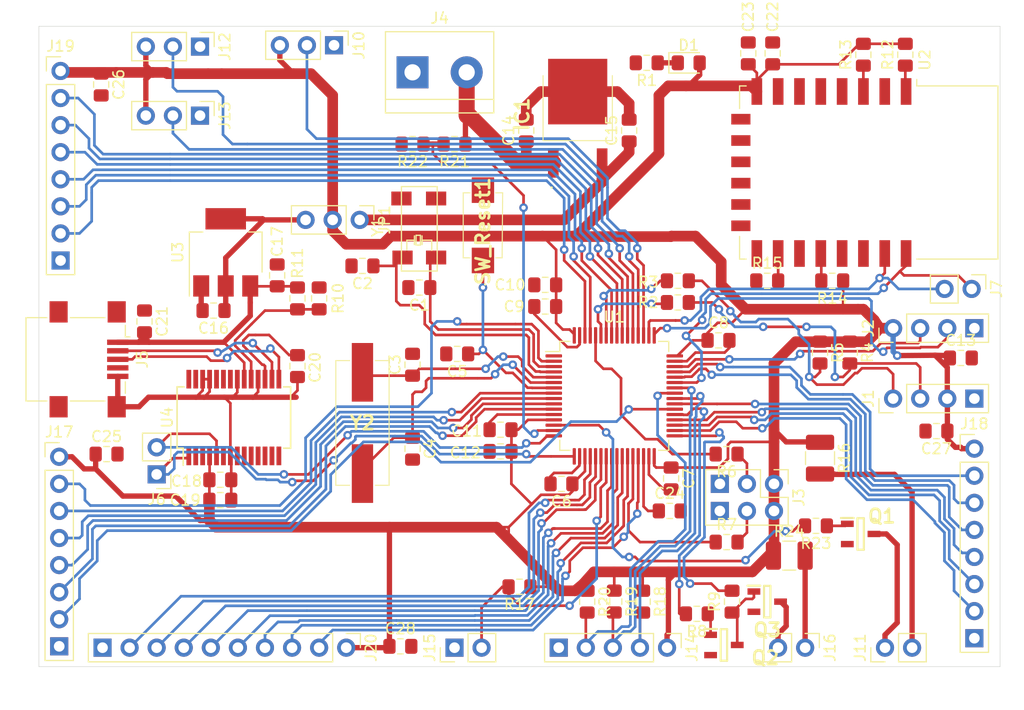
<source format=kicad_pcb>
(kicad_pcb (version 20171130) (host pcbnew "(5.1.5)-3")
  (layers (0 F.Cu signal) (31 B.Cu signal) (34 B.Paste user) (35 F.Paste user) (36 B.SilkS user) (37 F.SilkS user) (38 B.Mask user) (39 F.Mask user) (44 Edge.Cuts user))
  (net 0 "")
  (net 1 GND)
  (net 2 "Net-(C1-Pad1)")
  (net 3 "Net-(C2-Pad1)")
  (net 4 "Net-(C3-Pad1)")
  (net 5 "Net-(C4-Pad1)")
  (net 6 "Net-(C5-Pad1)")
  (net 7 +3V3)
  (net 8 VLipo)
  (net 9 "Net-(C15-Pad1)")
  (net 10 "Net-(C16-Pad1)")
  (net 11 +5V)
  (net 12 "Net-(C20-Pad2)")
  (net 13 "Net-(C24-Pad1)")
  (net 14 "Net-(D1-Pad1)")
  (net 15 SDA_LCD)
  (net 16 SCL_LCD)
  (net 17 SWDCLK)
  (net 18 SWDIO)
  (net 19 "Net-(J3-Pad4)")
  (net 20 "Net-(J3-Pad3)")
  (net 21 D+)
  (net 22 D-)
  (net 23 USART2_TX)
  (net 24 USART2_RX)
  (net 25 USART1_TX)
  (net 26 USART1_RX)
  (net 27 IR_REC1)
  (net 28 "Net-(J11-Pad2)")
  (net 29 "Net-(J11-Pad1)")
  (net 30 IR_REC2)
  (net 31 IR_REC3)
  (net 32 ROT_A)
  (net 33 ROT_B)
  (net 34 ROT_SW)
  (net 35 TRIGGER)
  (net 36 "Net-(J16-Pad2)")
  (net 37 "Net-(J16-Pad1)")
  (net 38 USART6_RX)
  (net 39 PC3)
  (net 40 PC2)
  (net 41 PC1)
  (net 42 PC0)
  (net 43 PC13)
  (net 44 PB13)
  (net 45 PB14)
  (net 46 PB15)
  (net 47 PC8)
  (net 48 PA11)
  (net 49 PA12)
  (net 50 PB9)
  (net 51 PB8)
  (net 52 PB5)
  (net 53 PB4)
  (net 54 PB3)
  (net 55 PB11)
  (net 56 PA4)
  (net 57 PA5)
  (net 58 PA6)
  (net 59 PC4)
  (net 60 PC5)
  (net 61 PB0)
  (net 62 PB1)
  (net 63 PB10)
  (net 64 "Net-(Q1-Pad1)")
  (net 65 "Net-(Q2-Pad3)")
  (net 66 "Net-(Q2-Pad1)")
  (net 67 I2C_SDA)
  (net 68 I2C_SCL)
  (net 69 BOOT0)
  (net 70 BOOT1)
  (net 71 USART6_TX)
  (net 72 PWM_IR)
  (net 73 "Net-(R10-Pad2)")
  (net 74 "Net-(R12-Pad1)")
  (net 75 "Net-(R13-Pad1)")
  (net 76 "Net-(R14-Pad2)")
  (net 77 "Net-(R15-Pad2)")
  (net 78 BAT_ADC)
  (net 79 RED_LED)
  (module Resistor_SMD:R_0805_2012Metric_Pad1.15x1.40mm_HandSolder (layer F.Cu) (at 130.937 94.361 180)
    (fp_text reference R17 (at 0 -1.65) (layer F.SilkS))
    (fp_text value 10k)
    (pad 2 smd roundrect (at 1.025 0 180) (size 1.15 1.4) (layers F.Cu F.Paste F.Mask) (roundrect_rratio 0.217391) (net 35 TRIGGER))
    (pad 1 smd roundrect (at -1.025 0 180) (size 1.15 1.4) (layers F.Cu F.Paste F.Mask) (roundrect_rratio 0.217391) (net 7 +3V3))
  )
  (module Components:SOT95P282X130-3N (layer F.Cu) (at 150.114 99.822)
    (fp_text reference Q2 (at 3.887999 1.209999) (layer F.SilkS) (effects (font (size 1.27 1.27) (thickness 0.254))))
    (fp_text value AC847CWQ-7 hide)
    (pad 3 smd rect (at 1.25 0 90) (size 0.6 1.2) (layers F.Cu F.Paste F.Mask) (net 65 "Net-(Q2-Pad3)"))
    (pad 2 smd rect (at -1.25 0.95 90) (size 0.6 1.2) (layers F.Cu F.Paste F.Mask) (net 1 GND))
    (pad 1 smd rect (at -1.25 -0.95 90) (size 0.6 1.2) (layers F.Cu F.Paste F.Mask) (net 66 "Net-(Q2-Pad1)"))
  )
  (module Resistor_SMD:R_0805_2012Metric_Pad1.15x1.40mm_HandSolder (layer F.Cu) (at 158.75 88.646 180)
    (fp_text reference R23 (at 0 -1.65) (layer F.SilkS))
    (fp_text value 1k)
    (pad 2 smd roundrect (at 1.025 0 180) (size 1.15 1.4) (layers F.Cu F.Paste F.Mask) (roundrect_rratio 0.217391) (net 79 RED_LED))
    (pad 1 smd roundrect (at -1.025 0 180) (size 1.15 1.4) (layers F.Cu F.Paste F.Mask) (roundrect_rratio 0.217391) (net 64 "Net-(Q1-Pad1)"))
  )
  (module Resistor_SMD:R_0805_2012Metric_Pad1.15x1.40mm_HandSolder (layer F.Cu) (at 159.131 72.39 270)
    (fp_text reference R5 (at 0 -1.65 90) (layer F.SilkS))
    (fp_text value 4.7k)
    (pad 2 smd roundrect (at 1.025 0 270) (size 1.15 1.4) (layers F.Cu F.Paste F.Mask) (roundrect_rratio 0.217391) (net 16 SCL_LCD))
    (pad 1 smd roundrect (at -1.025 0 270) (size 1.15 1.4) (layers F.Cu F.Paste F.Mask) (roundrect_rratio 0.217391) (net 7 +3V3))
  )
  (module Capacitor_SMD:C_0805_2012Metric_Pad1.15x1.40mm_HandSolder (layer F.Cu) (at 170.053 79.756 180)
    (fp_text reference C27 (at 0 -1.65) (layer F.SilkS))
    (fp_text value 100nF)
    (pad 2 smd roundrect (at 1.025 0 180) (size 1.15 1.4) (layers F.Cu F.Paste F.Mask) (roundrect_rratio 0.217391) (net 1 GND))
    (pad 1 smd roundrect (at -1.025 0 180) (size 1.15 1.4) (layers F.Cu F.Paste F.Mask) (roundrect_rratio 0.217391) (net 7 +3V3))
  )
  (module Connector_PinHeader_2.54mm:PinHeader_1x04_P2.54mm_Vertical (layer F.Cu) (at 165.989 70.104 90)
    (fp_text reference J2 (at 0 -2.33 90) (layer F.SilkS))
    (fp_text value ST-LINK)
    (pad 4 thru_hole rect (at 0 7.62 90) (size 1.7 1.7) (drill 1) (layers *.Cu *.Mask) (net 1 GND))
    (pad 3 thru_hole oval (at 0 5.08 90) (size 1.7 1.7) (drill 1) (layers *.Cu *.Mask) (net 17 SWDCLK))
    (pad 2 thru_hole oval (at 0 2.54 90) (size 1.7 1.7) (drill 1) (layers *.Cu *.Mask) (net 18 SWDIO))
    (pad 1 thru_hole circle (at 0 0 90) (size 1.7 1.7) (drill 1) (layers *.Cu *.Mask) (net 7 +3V3))
  )
  (module Components:32-768kHzLOWFrequencySMDcrystal (layer F.Cu) (at 124.079 64.135 90)
    (fp_text reference Y1 (at 3.5052 -6.4516 90) (layer F.SilkS))
    (fp_text value 32.768KHz)
    (pad 2 smd rect (at 0.6604 -4.1148 90) (size 1.3 1.9) (layers F.Cu F.Paste F.Mask) (net 3 "Net-(C2-Pad1)"))
    (pad 4 smd rect (at 6.1976 -4.2164 90) (size 1.3 1.9) (layers F.Cu F.Paste F.Mask))
    (pad 3 smd rect (at 6.1976 -0.9652 90) (size 1.3 1.9) (layers F.Cu F.Paste F.Mask))
    (pad 1 smd rect (at 0.6604 -0.9652 90) (size 1.3 1.9) (layers F.Cu F.Paste F.Mask) (net 2 "Net-(C1-Pad1)"))
  )
  (module Components:FOXSDLF08020 (layer F.Cu) (at 116.205 78.994 270)
    (fp_text reference Y2 (at 0 0) (layer F.SilkS) (effects (font (size 1.27 1.27) (thickness 0.254))))
    (fp_text value 8MHz hide)
    (pad 2 smd rect (at 4.75 0) (size 2 5.5) (layers F.Cu F.Paste F.Mask) (net 5 "Net-(C4-Pad1)"))
    (pad 1 smd rect (at -4.75 0) (size 2 5.5) (layers F.Cu F.Paste F.Mask) (net 4 "Net-(C3-Pad1)"))
  )
  (module Package_SO:SSOP-28_5.3x10.2mm_P0.65mm (layer F.Cu) (at 104.14 78.486 90)
    (fp_text reference U4 (at 0 -6.25 90) (layer F.SilkS))
    (fp_text value FT232RL)
    (pad 28 smd rect (at 3.6 -4.225 90) (size 1.75 0.45) (layers F.Cu F.Paste F.Mask))
    (pad 27 smd rect (at 3.6 -3.575 90) (size 1.75 0.45) (layers F.Cu F.Paste F.Mask))
    (pad 26 smd rect (at 3.6 -2.925 90) (size 1.75 0.45) (layers F.Cu F.Paste F.Mask) (net 1 GND))
    (pad 25 smd rect (at 3.6 -2.275 90) (size 1.75 0.45) (layers F.Cu F.Paste F.Mask) (net 1 GND))
    (pad 24 smd rect (at 3.6 -1.625 90) (size 1.75 0.45) (layers F.Cu F.Paste F.Mask))
    (pad 23 smd rect (at 3.6 -0.975 90) (size 1.75 0.45) (layers F.Cu F.Paste F.Mask))
    (pad 22 smd rect (at 3.6 -0.325 90) (size 1.75 0.45) (layers F.Cu F.Paste F.Mask))
    (pad 21 smd rect (at 3.6 0.325 90) (size 1.75 0.45) (layers F.Cu F.Paste F.Mask) (net 1 GND))
    (pad 20 smd rect (at 3.6 0.975 90) (size 1.75 0.45) (layers F.Cu F.Paste F.Mask) (net 11 +5V))
    (pad 19 smd rect (at 3.6 1.625 90) (size 1.75 0.45) (layers F.Cu F.Paste F.Mask) (net 73 "Net-(R10-Pad2)"))
    (pad 18 smd rect (at 3.6 2.275 90) (size 1.75 0.45) (layers F.Cu F.Paste F.Mask) (net 1 GND))
    (pad 17 smd rect (at 3.6 2.925 90) (size 1.75 0.45) (layers F.Cu F.Paste F.Mask) (net 12 "Net-(C20-Pad2)"))
    (pad 16 smd rect (at 3.6 3.575 90) (size 1.75 0.45) (layers F.Cu F.Paste F.Mask) (net 22 D-))
    (pad 15 smd rect (at 3.6 4.225 90) (size 1.75 0.45) (layers F.Cu F.Paste F.Mask) (net 21 D+))
    (pad 14 smd rect (at -3.6 4.225 90) (size 1.75 0.45) (layers F.Cu F.Paste F.Mask))
    (pad 13 smd rect (at -3.6 3.575 90) (size 1.75 0.45) (layers F.Cu F.Paste F.Mask))
    (pad 12 smd rect (at -3.6 2.925 90) (size 1.75 0.45) (layers F.Cu F.Paste F.Mask))
    (pad 11 smd rect (at -3.6 2.275 90) (size 1.75 0.45) (layers F.Cu F.Paste F.Mask))
    (pad 10 smd rect (at -3.6 1.625 90) (size 1.75 0.45) (layers F.Cu F.Paste F.Mask))
    (pad 9 smd rect (at -3.6 0.975 90) (size 1.75 0.45) (layers F.Cu F.Paste F.Mask))
    (pad 8 smd rect (at -3.6 0.325 90) (size 1.75 0.45) (layers F.Cu F.Paste F.Mask))
    (pad 7 smd rect (at -3.6 -0.325 90) (size 1.75 0.45) (layers F.Cu F.Paste F.Mask) (net 1 GND))
    (pad 6 smd rect (at -3.6 -0.975 90) (size 1.75 0.45) (layers F.Cu F.Paste F.Mask))
    (pad 5 smd rect (at -3.6 -1.625 90) (size 1.75 0.45) (layers F.Cu F.Paste F.Mask) (net 23 USART2_TX))
    (pad 4 smd rect (at -3.6 -2.275 90) (size 1.75 0.45) (layers F.Cu F.Paste F.Mask) (net 7 +3V3))
    (pad 3 smd rect (at -3.6 -2.925 90) (size 1.75 0.45) (layers F.Cu F.Paste F.Mask))
    (pad 2 smd rect (at -3.6 -3.575 90) (size 1.75 0.45) (layers F.Cu F.Paste F.Mask))
    (pad 1 smd rect (at -3.6 -4.225 90) (size 1.75 0.45) (layers F.Cu F.Paste F.Mask) (net 24 USART2_RX))
  )
  (module Package_TO_SOT_SMD:SOT-223-3_TabPin2 (layer F.Cu) (at 103.378 62.992 90)
    (fp_text reference U3 (at 0 -4.5 90) (layer F.SilkS))
    (fp_text value AMS1117-3.3)
    (pad 1 smd rect (at -3.15 -2.3 90) (size 2 1.5) (layers F.Cu F.Paste F.Mask) (net 1 GND))
    (pad 3 smd rect (at -3.15 2.3 90) (size 2 1.5) (layers F.Cu F.Paste F.Mask) (net 11 +5V))
    (pad 2 smd rect (at -3.15 0 90) (size 2 1.5) (layers F.Cu F.Paste F.Mask) (net 10 "Net-(C16-Pad1)"))
    (pad 2 smd rect (at 3.15 0 90) (size 2 3.8) (layers F.Cu F.Paste F.Mask) (net 10 "Net-(C16-Pad1)"))
  )
  (module RF_Module:ESP-12E (layer F.Cu) (at 163.703 55.499 270)
    (fp_text reference U2 (at -10.56 -5.26 90) (layer F.SilkS))
    (fp_text value ESP-12E)
    (pad 22 smd rect (at 7.6 -3.5 270) (size 2.5 1) (layers F.Cu F.Paste F.Mask) (net 26 USART1_RX))
    (pad 21 smd rect (at 7.6 -1.5 270) (size 2.5 1) (layers F.Cu F.Paste F.Mask) (net 25 USART1_TX))
    (pad 20 smd rect (at 7.6 0.5 270) (size 2.5 1) (layers F.Cu F.Paste F.Mask))
    (pad 19 smd rect (at 7.6 2.5 270) (size 2.5 1) (layers F.Cu F.Paste F.Mask))
    (pad 18 smd rect (at 7.6 4.5 270) (size 2.5 1) (layers F.Cu F.Paste F.Mask) (net 76 "Net-(R14-Pad2)"))
    (pad 17 smd rect (at 7.6 6.5 270) (size 2.5 1) (layers F.Cu F.Paste F.Mask))
    (pad 16 smd rect (at 7.6 8.5 270) (size 2.5 1) (layers F.Cu F.Paste F.Mask) (net 77 "Net-(R15-Pad2)"))
    (pad 15 smd rect (at 7.6 10.5 270) (size 2.5 1) (layers F.Cu F.Paste F.Mask) (net 1 GND))
    (pad 14 smd rect (at 5 12 270) (size 1 1.8) (layers F.Cu F.Paste F.Mask))
    (pad 13 smd rect (at 3 12 270) (size 1 1.8) (layers F.Cu F.Paste F.Mask))
    (pad 12 smd rect (at 1 12 270) (size 1 1.8) (layers F.Cu F.Paste F.Mask))
    (pad 11 smd rect (at -1 12 270) (size 1 1.8) (layers F.Cu F.Paste F.Mask))
    (pad 10 smd rect (at -3 12 270) (size 1 1.8) (layers F.Cu F.Paste F.Mask))
    (pad 9 smd rect (at -5 12 270) (size 1 1.8) (layers F.Cu F.Paste F.Mask))
    (pad 8 smd rect (at -7.6 10.5 270) (size 2.5 1) (layers F.Cu F.Paste F.Mask) (net 7 +3V3))
    (pad 7 smd rect (at -7.6 8.5 270) (size 2.5 1) (layers F.Cu F.Paste F.Mask))
    (pad 6 smd rect (at -7.6 6.5 270) (size 2.5 1) (layers F.Cu F.Paste F.Mask))
    (pad 5 smd rect (at -7.6 4.5 270) (size 2.5 1) (layers F.Cu F.Paste F.Mask))
    (pad 4 smd rect (at -7.6 2.5 270) (size 2.5 1) (layers F.Cu F.Paste F.Mask))
    (pad 3 smd rect (at -7.6 0.5 270) (size 2.5 1) (layers F.Cu F.Paste F.Mask) (net 75 "Net-(R13-Pad1)"))
    (pad 2 smd rect (at -7.6 -1.5 270) (size 2.5 1) (layers F.Cu F.Paste F.Mask))
    (pad 1 smd rect (at -7.6 -3.5 270) (size 2.5 1) (layers F.Cu F.Paste F.Mask) (net 74 "Net-(R12-Pad1)"))
  )
  (module Package_QFP:LQFP-64_10x10mm_P0.5mm (layer F.Cu) (at 139.827 76.454)
    (fp_text reference U1 (at 0 -7.4) (layer F.SilkS))
    (fp_text value STM32F410RBTx)
    (pad 64 smd roundrect (at -3.75 -5.675) (size 0.3 1.55) (layers F.Cu F.Paste F.Mask) (net 7 +3V3))
    (pad 63 smd roundrect (at -3.25 -5.675) (size 0.3 1.55) (layers F.Cu F.Paste F.Mask) (net 1 GND))
    (pad 62 smd roundrect (at -2.75 -5.675) (size 0.3 1.55) (layers F.Cu F.Paste F.Mask) (net 50 PB9))
    (pad 61 smd roundrect (at -2.25 -5.675) (size 0.3 1.55) (layers F.Cu F.Paste F.Mask) (net 51 PB8))
    (pad 60 smd roundrect (at -1.75 -5.675) (size 0.3 1.55) (layers F.Cu F.Paste F.Mask) (net 69 BOOT0))
    (pad 59 smd roundrect (at -1.25 -5.675) (size 0.3 1.55) (layers F.Cu F.Paste F.Mask) (net 67 I2C_SDA))
    (pad 58 smd roundrect (at -0.75 -5.675) (size 0.3 1.55) (layers F.Cu F.Paste F.Mask) (net 68 I2C_SCL))
    (pad 57 smd roundrect (at -0.25 -5.675) (size 0.3 1.55) (layers F.Cu F.Paste F.Mask) (net 52 PB5))
    (pad 56 smd roundrect (at 0.25 -5.675) (size 0.3 1.55) (layers F.Cu F.Paste F.Mask) (net 53 PB4))
    (pad 55 smd roundrect (at 0.75 -5.675) (size 0.3 1.55) (layers F.Cu F.Paste F.Mask) (net 54 PB3))
    (pad 54 smd roundrect (at 1.25 -5.675) (size 0.3 1.55) (layers F.Cu F.Paste F.Mask) (net 55 PB11))
    (pad 53 smd roundrect (at 1.75 -5.675) (size 0.3 1.55) (layers F.Cu F.Paste F.Mask) (net 31 IR_REC3))
    (pad 52 smd roundrect (at 2.25 -5.675) (size 0.3 1.55) (layers F.Cu F.Paste F.Mask) (net 30 IR_REC2))
    (pad 51 smd roundrect (at 2.75 -5.675) (size 0.3 1.55) (layers F.Cu F.Paste F.Mask) (net 27 IR_REC1))
    (pad 50 smd roundrect (at 3.25 -5.675) (size 0.3 1.55) (layers F.Cu F.Paste F.Mask) (net 25 USART1_TX))
    (pad 49 smd roundrect (at 3.75 -5.675) (size 0.3 1.55) (layers F.Cu F.Paste F.Mask) (net 17 SWDCLK))
    (pad 48 smd roundrect (at 5.675 -3.75) (size 1.55 0.3) (layers F.Cu F.Paste F.Mask) (net 7 +3V3))
    (pad 47 smd roundrect (at 5.675 -3.25) (size 1.55 0.3) (layers F.Cu F.Paste F.Mask) (net 1 GND))
    (pad 46 smd roundrect (at 5.675 -2.75) (size 1.55 0.3) (layers F.Cu F.Paste F.Mask) (net 18 SWDIO))
    (pad 45 smd roundrect (at 5.675 -2.25) (size 1.55 0.3) (layers F.Cu F.Paste F.Mask) (net 49 PA12))
    (pad 44 smd roundrect (at 5.675 -1.75) (size 1.55 0.3) (layers F.Cu F.Paste F.Mask) (net 48 PA11))
    (pad 43 smd roundrect (at 5.675 -1.25) (size 1.55 0.3) (layers F.Cu F.Paste F.Mask) (net 26 USART1_RX))
    (pad 42 smd roundrect (at 5.675 -0.75) (size 1.55 0.3) (layers F.Cu F.Paste F.Mask) (net 33 ROT_B))
    (pad 41 smd roundrect (at 5.675 -0.25) (size 1.55 0.3) (layers F.Cu F.Paste F.Mask) (net 32 ROT_A))
    (pad 40 smd roundrect (at 5.675 0.25) (size 1.55 0.3) (layers F.Cu F.Paste F.Mask) (net 34 ROT_SW))
    (pad 39 smd roundrect (at 5.675 0.75) (size 1.55 0.3) (layers F.Cu F.Paste F.Mask) (net 47 PC8))
    (pad 38 smd roundrect (at 5.675 1.25) (size 1.55 0.3) (layers F.Cu F.Paste F.Mask) (net 38 USART6_RX))
    (pad 37 smd roundrect (at 5.675 1.75) (size 1.55 0.3) (layers F.Cu F.Paste F.Mask) (net 71 USART6_TX))
    (pad 36 smd roundrect (at 5.675 2.25) (size 1.55 0.3) (layers F.Cu F.Paste F.Mask) (net 46 PB15))
    (pad 35 smd roundrect (at 5.675 2.75) (size 1.55 0.3) (layers F.Cu F.Paste F.Mask) (net 45 PB14))
    (pad 34 smd roundrect (at 5.675 3.25) (size 1.55 0.3) (layers F.Cu F.Paste F.Mask) (net 44 PB13))
    (pad 33 smd roundrect (at 5.675 3.75) (size 1.55 0.3) (layers F.Cu F.Paste F.Mask) (net 72 PWM_IR))
    (pad 32 smd roundrect (at 3.75 5.675) (size 0.3 1.55) (layers F.Cu F.Paste F.Mask) (net 7 +3V3))
    (pad 31 smd roundrect (at 3.25 5.675) (size 0.3 1.55) (layers F.Cu F.Paste F.Mask) (net 1 GND))
    (pad 30 smd roundrect (at 2.75 5.675) (size 0.3 1.55) (layers F.Cu F.Paste F.Mask) (net 13 "Net-(C24-Pad1)"))
    (pad 29 smd roundrect (at 2.25 5.675) (size 0.3 1.55) (layers F.Cu F.Paste F.Mask) (net 63 PB10))
    (pad 28 smd roundrect (at 1.75 5.675) (size 0.3 1.55) (layers F.Cu F.Paste F.Mask) (net 70 BOOT1))
    (pad 27 smd roundrect (at 1.25 5.675) (size 0.3 1.55) (layers F.Cu F.Paste F.Mask) (net 62 PB1))
    (pad 26 smd roundrect (at 0.75 5.675) (size 0.3 1.55) (layers F.Cu F.Paste F.Mask) (net 61 PB0))
    (pad 25 smd roundrect (at 0.25 5.675) (size 0.3 1.55) (layers F.Cu F.Paste F.Mask) (net 60 PC5))
    (pad 24 smd roundrect (at -0.25 5.675) (size 0.3 1.55) (layers F.Cu F.Paste F.Mask) (net 59 PC4))
    (pad 23 smd roundrect (at -0.75 5.675) (size 0.3 1.55) (layers F.Cu F.Paste F.Mask) (net 35 TRIGGER))
    (pad 22 smd roundrect (at -1.25 5.675) (size 0.3 1.55) (layers F.Cu F.Paste F.Mask) (net 58 PA6))
    (pad 21 smd roundrect (at -1.75 5.675) (size 0.3 1.55) (layers F.Cu F.Paste F.Mask) (net 57 PA5))
    (pad 20 smd roundrect (at -2.25 5.675) (size 0.3 1.55) (layers F.Cu F.Paste F.Mask) (net 56 PA4))
    (pad 19 smd roundrect (at -2.75 5.675) (size 0.3 1.55) (layers F.Cu F.Paste F.Mask) (net 7 +3V3))
    (pad 18 smd roundrect (at -3.25 5.675) (size 0.3 1.55) (layers F.Cu F.Paste F.Mask) (net 1 GND))
    (pad 17 smd roundrect (at -3.75 5.675) (size 0.3 1.55) (layers F.Cu F.Paste F.Mask) (net 24 USART2_RX))
    (pad 16 smd roundrect (at -5.675 3.75) (size 1.55 0.3) (layers F.Cu F.Paste F.Mask) (net 23 USART2_TX))
    (pad 15 smd roundrect (at -5.675 3.25) (size 1.55 0.3) (layers F.Cu F.Paste F.Mask) (net 78 BAT_ADC))
    (pad 14 smd roundrect (at -5.675 2.75) (size 1.55 0.3) (layers F.Cu F.Paste F.Mask) (net 79 RED_LED))
    (pad 13 smd roundrect (at -5.675 2.25) (size 1.55 0.3) (layers F.Cu F.Paste F.Mask) (net 7 +3V3))
    (pad 12 smd roundrect (at -5.675 1.75) (size 1.55 0.3) (layers F.Cu F.Paste F.Mask) (net 1 GND))
    (pad 11 smd roundrect (at -5.675 1.25) (size 1.55 0.3) (layers F.Cu F.Paste F.Mask) (net 39 PC3))
    (pad 10 smd roundrect (at -5.675 0.75) (size 1.55 0.3) (layers F.Cu F.Paste F.Mask) (net 40 PC2))
    (pad 9 smd roundrect (at -5.675 0.25) (size 1.55 0.3) (layers F.Cu F.Paste F.Mask) (net 41 PC1))
    (pad 8 smd roundrect (at -5.675 -0.25) (size 1.55 0.3) (layers F.Cu F.Paste F.Mask) (net 42 PC0))
    (pad 7 smd roundrect (at -5.675 -0.75) (size 1.55 0.3) (layers F.Cu F.Paste F.Mask) (net 6 "Net-(C5-Pad1)"))
    (pad 6 smd roundrect (at -5.675 -1.25) (size 1.55 0.3) (layers F.Cu F.Paste F.Mask) (net 5 "Net-(C4-Pad1)"))
    (pad 5 smd roundrect (at -5.675 -1.75) (size 1.55 0.3) (layers F.Cu F.Paste F.Mask) (net 4 "Net-(C3-Pad1)"))
    (pad 4 smd roundrect (at -5.675 -2.25) (size 1.55 0.3) (layers F.Cu F.Paste F.Mask) (net 3 "Net-(C2-Pad1)"))
    (pad 3 smd roundrect (at -5.675 -2.75) (size 1.55 0.3) (layers F.Cu F.Paste F.Mask) (net 2 "Net-(C1-Pad1)"))
    (pad 2 smd roundrect (at -5.675 -3.25) (size 1.55 0.3) (layers F.Cu F.Paste F.Mask) (net 43 PC13))
    (pad 1 smd roundrect (at -5.675 -3.75) (size 1.55 0.3) (layers F.Cu F.Paste F.Mask))
  )
  (module Components:PTS636SM25FSMTRLFS (layer F.Cu) (at 127.508 60.452 90)
    (fp_text reference SW_Reset1 (at -0.55 0 90) (layer F.SilkS) (effects (font (size 1.27 1.27) (thickness 0.254))))
    (fp_text value SW_Push hide)
    (pad 2 smd rect (at 3.3 0 180) (size 2.1 2.4) (layers F.Cu F.Paste F.Mask) (net 1 GND))
    (pad 1 smd rect (at -3.3 0 180) (size 2.1 2.4) (layers F.Cu F.Paste F.Mask) (net 6 "Net-(C5-Pad1)"))
  )
  (module Resistor_SMD:R_1210_3225Metric_Pad1.42x2.65mm_HandSolder (layer F.Cu) (at 156.2465 91.44)
    (fp_text reference R24 (at 0 -2.28) (layer F.SilkS))
    (fp_text value 18)
    (pad 2 smd roundrect (at 1.4875 0) (size 1.425 2.65) (layers F.Cu F.Paste F.Mask) (roundrect_rratio 0.175439) (net 37 "Net-(J16-Pad1)"))
    (pad 1 smd roundrect (at -1.4875 0) (size 1.425 2.65) (layers F.Cu F.Paste F.Mask) (roundrect_rratio 0.175439) (net 7 +3V3))
  )
  (module Resistor_SMD:R_0805_2012Metric_Pad1.15x1.40mm_HandSolder (layer F.Cu) (at 120.904 52.832 180)
    (fp_text reference R22 (at 0 -1.65 180) (layer F.SilkS))
    (fp_text value 100k)
    (pad 2 smd roundrect (at 1.025 0 180) (size 1.15 1.4) (layers F.Cu F.Paste F.Mask) (roundrect_rratio 0.217391) (net 1 GND))
    (pad 1 smd roundrect (at -1.025 0 180) (size 1.15 1.4) (layers F.Cu F.Paste F.Mask) (roundrect_rratio 0.217391) (net 78 BAT_ADC))
  )
  (module Resistor_SMD:R_0805_2012Metric_Pad1.15x1.40mm_HandSolder (layer F.Cu) (at 124.841 52.832 180)
    (fp_text reference R21 (at 0 -1.65 180) (layer F.SilkS))
    (fp_text value 330k)
    (pad 2 smd roundrect (at 1.025 0 180) (size 1.15 1.4) (layers F.Cu F.Paste F.Mask) (roundrect_rratio 0.217391) (net 78 BAT_ADC))
    (pad 1 smd roundrect (at -1.025 0 180) (size 1.15 1.4) (layers F.Cu F.Paste F.Mask) (roundrect_rratio 0.217391) (net 8 VLipo))
  )
  (module Resistor_SMD:R_0805_2012Metric_Pad1.15x1.40mm_HandSolder (layer F.Cu) (at 137.287 95.758 270)
    (fp_text reference R20 (at 0 -1.65 90) (layer F.SilkS))
    (fp_text value 1k)
    (pad 2 smd roundrect (at 1.025 0 270) (size 1.15 1.4) (layers F.Cu F.Paste F.Mask) (roundrect_rratio 0.217391) (net 32 ROT_A))
    (pad 1 smd roundrect (at -1.025 0 270) (size 1.15 1.4) (layers F.Cu F.Paste F.Mask) (roundrect_rratio 0.217391) (net 7 +3V3))
  )
  (module Resistor_SMD:R_0805_2012Metric_Pad1.15x1.40mm_HandSolder (layer F.Cu) (at 139.827 95.749 270)
    (fp_text reference R19 (at 0 -1.65 90) (layer F.SilkS))
    (fp_text value 1k)
    (pad 2 smd roundrect (at 1.025 0 270) (size 1.15 1.4) (layers F.Cu F.Paste F.Mask) (roundrect_rratio 0.217391) (net 33 ROT_B))
    (pad 1 smd roundrect (at -1.025 0 270) (size 1.15 1.4) (layers F.Cu F.Paste F.Mask) (roundrect_rratio 0.217391) (net 7 +3V3))
  )
  (module Resistor_SMD:R_0805_2012Metric_Pad1.15x1.40mm_HandSolder (layer F.Cu) (at 142.494 95.758 270)
    (fp_text reference R18 (at 0 -1.65 90) (layer F.SilkS))
    (fp_text value 1k)
    (pad 2 smd roundrect (at 1.025 0 270) (size 1.15 1.4) (layers F.Cu F.Paste F.Mask) (roundrect_rratio 0.217391) (net 34 ROT_SW))
    (pad 1 smd roundrect (at -1.025 0 270) (size 1.15 1.4) (layers F.Cu F.Paste F.Mask) (roundrect_rratio 0.217391) (net 7 +3V3))
  )
  (module Resistor_SMD:R_1210_3225Metric_Pad1.42x2.65mm_HandSolder (layer F.Cu) (at 159.131 82.296 270)
    (fp_text reference R16 (at 0 -2.28 90) (layer F.SilkS))
    (fp_text value 100)
    (pad 2 smd roundrect (at 1.4875 0 270) (size 1.425 2.65) (layers F.Cu F.Paste F.Mask) (roundrect_rratio 0.175439) (net 28 "Net-(J11-Pad2)"))
    (pad 1 smd roundrect (at -1.4875 0 270) (size 1.425 2.65) (layers F.Cu F.Paste F.Mask) (roundrect_rratio 0.175439) (net 7 +3V3))
  )
  (module Resistor_SMD:R_0805_2012Metric_Pad1.15x1.40mm_HandSolder (layer F.Cu) (at 154.178 65.659)
    (fp_text reference R15 (at 0 -1.65) (layer F.SilkS))
    (fp_text value 10k)
    (pad 2 smd roundrect (at 1.025 0) (size 1.15 1.4) (layers F.Cu F.Paste F.Mask) (roundrect_rratio 0.217391) (net 77 "Net-(R15-Pad2)"))
    (pad 1 smd roundrect (at -1.025 0) (size 1.15 1.4) (layers F.Cu F.Paste F.Mask) (roundrect_rratio 0.217391) (net 1 GND))
  )
  (module Resistor_SMD:R_0805_2012Metric_Pad1.15x1.40mm_HandSolder (layer F.Cu) (at 160.274 65.659 180)
    (fp_text reference R14 (at 0 -1.65) (layer F.SilkS))
    (fp_text value 10k)
    (pad 2 smd roundrect (at 1.025 0 180) (size 1.15 1.4) (layers F.Cu F.Paste F.Mask) (roundrect_rratio 0.217391) (net 76 "Net-(R14-Pad2)"))
    (pad 1 smd roundrect (at -1.025 0 180) (size 1.15 1.4) (layers F.Cu F.Paste F.Mask) (roundrect_rratio 0.217391) (net 7 +3V3))
  )
  (module Resistor_SMD:R_0805_2012Metric_Pad1.15x1.40mm_HandSolder (layer F.Cu) (at 163.195 44.45 90)
    (fp_text reference R13 (at 0 -1.65 -90) (layer F.SilkS))
    (fp_text value 10k)
    (pad 2 smd roundrect (at 1.025 0 90) (size 1.15 1.4) (layers F.Cu F.Paste F.Mask) (roundrect_rratio 0.217391) (net 7 +3V3))
    (pad 1 smd roundrect (at -1.025 0 90) (size 1.15 1.4) (layers F.Cu F.Paste F.Mask) (roundrect_rratio 0.217391) (net 75 "Net-(R13-Pad1)"))
  )
  (module Resistor_SMD:R_0805_2012Metric_Pad1.15x1.40mm_HandSolder (layer F.Cu) (at 167.132 44.45 90)
    (fp_text reference R12 (at 0 -1.65 -90) (layer F.SilkS))
    (fp_text value 10k)
    (pad 2 smd roundrect (at 1.025 0 90) (size 1.15 1.4) (layers F.Cu F.Paste F.Mask) (roundrect_rratio 0.217391) (net 7 +3V3))
    (pad 1 smd roundrect (at -1.025 0 90) (size 1.15 1.4) (layers F.Cu F.Paste F.Mask) (roundrect_rratio 0.217391) (net 74 "Net-(R12-Pad1)"))
  )
  (module Resistor_SMD:R_0805_2012Metric_Pad1.15x1.40mm_HandSolder (layer F.Cu) (at 112.141 67.31 90)
    (fp_text reference R11 (at 3.302 -2.032 90) (layer F.SilkS))
    (fp_text value 10k)
    (pad 2 smd roundrect (at 1.025 0 90) (size 1.15 1.4) (layers F.Cu F.Paste F.Mask) (roundrect_rratio 0.217391) (net 1 GND))
    (pad 1 smd roundrect (at -1.025 0 90) (size 1.15 1.4) (layers F.Cu F.Paste F.Mask) (roundrect_rratio 0.217391) (net 73 "Net-(R10-Pad2)"))
  )
  (module Resistor_SMD:R_0805_2012Metric_Pad1.15x1.40mm_HandSolder (layer F.Cu) (at 110.109 67.31 270)
    (fp_text reference R10 (at 0 -3.81 270) (layer F.SilkS))
    (fp_text value 4k7)
    (pad 2 smd roundrect (at 1.025 0 270) (size 1.15 1.4) (layers F.Cu F.Paste F.Mask) (roundrect_rratio 0.217391) (net 73 "Net-(R10-Pad2)"))
    (pad 1 smd roundrect (at -1.025 0 270) (size 1.15 1.4) (layers F.Cu F.Paste F.Mask) (roundrect_rratio 0.217391) (net 11 +5V))
  )
  (module Resistor_SMD:R_0805_2012Metric_Pad1.15x1.40mm_HandSolder (layer F.Cu) (at 150.876 95.758 90)
    (fp_text reference R9 (at 0 -1.65 90) (layer F.SilkS))
    (fp_text value 1k)
    (pad 2 smd roundrect (at 1.025 0 90) (size 1.15 1.4) (layers F.Cu F.Paste F.Mask) (roundrect_rratio 0.217391) (net 72 PWM_IR))
    (pad 1 smd roundrect (at -1.025 0 90) (size 1.15 1.4) (layers F.Cu F.Paste F.Mask) (roundrect_rratio 0.217391) (net 65 "Net-(Q2-Pad3)"))
  )
  (module Resistor_SMD:R_0805_2012Metric_Pad1.15x1.40mm_HandSolder (layer F.Cu) (at 147.574 96.901 180)
    (fp_text reference R8 (at 0 -1.65) (layer F.SilkS))
    (fp_text value 1k)
    (pad 2 smd roundrect (at 1.025 0 180) (size 1.15 1.4) (layers F.Cu F.Paste F.Mask) (roundrect_rratio 0.217391) (net 71 USART6_TX))
    (pad 1 smd roundrect (at -1.025 0 180) (size 1.15 1.4) (layers F.Cu F.Paste F.Mask) (roundrect_rratio 0.217391) (net 66 "Net-(Q2-Pad1)"))
  )
  (module Resistor_SMD:R_0805_2012Metric_Pad1.15x1.40mm_HandSolder (layer F.Cu) (at 150.368 90.17)
    (fp_text reference R7 (at 0 -1.65) (layer F.SilkS))
    (fp_text value 100k)
    (pad 2 smd roundrect (at 1.025 0) (size 1.15 1.4) (layers F.Cu F.Paste F.Mask) (roundrect_rratio 0.217391) (net 19 "Net-(J3-Pad4)"))
    (pad 1 smd roundrect (at -1.025 0) (size 1.15 1.4) (layers F.Cu F.Paste F.Mask) (roundrect_rratio 0.217391) (net 70 BOOT1))
  )
  (module Resistor_SMD:R_0805_2012Metric_Pad1.15x1.40mm_HandSolder (layer F.Cu) (at 150.368 81.915 180)
    (fp_text reference R6 (at 0 -1.65 180) (layer F.SilkS))
    (fp_text value 100k)
    (pad 2 smd roundrect (at 1.025 0 180) (size 1.15 1.4) (layers F.Cu F.Paste F.Mask) (roundrect_rratio 0.217391) (net 69 BOOT0))
    (pad 1 smd roundrect (at -1.025 0 180) (size 1.15 1.4) (layers F.Cu F.Paste F.Mask) (roundrect_rratio 0.217391) (net 20 "Net-(J3-Pad3)"))
  )
  (module Resistor_SMD:R_0805_2012Metric_Pad1.15x1.40mm_HandSolder (layer F.Cu) (at 161.925 72.39 270)
    (fp_text reference R4 (at 0 -1.65 90) (layer F.SilkS))
    (fp_text value 4.7k)
    (pad 2 smd roundrect (at 1.025 0 270) (size 1.15 1.4) (layers F.Cu F.Paste F.Mask) (roundrect_rratio 0.217391) (net 15 SDA_LCD))
    (pad 1 smd roundrect (at -1.025 0 270) (size 1.15 1.4) (layers F.Cu F.Paste F.Mask) (roundrect_rratio 0.217391) (net 7 +3V3))
  )
  (module Resistor_SMD:R_0805_2012Metric_Pad1.15x1.40mm_HandSolder (layer F.Cu) (at 145.796 65.659 180)
    (fp_text reference R3 (at 2.794 -0.127 180) (layer F.SilkS))
    (fp_text value 100)
    (pad 2 smd roundrect (at 1.025 0 180) (size 1.15 1.4) (layers F.Cu F.Paste F.Mask) (roundrect_rratio 0.217391) (net 68 I2C_SCL))
    (pad 1 smd roundrect (at -1.025 0 180) (size 1.15 1.4) (layers F.Cu F.Paste F.Mask) (roundrect_rratio 0.217391) (net 16 SCL_LCD))
  )
  (module Resistor_SMD:R_0805_2012Metric_Pad1.15x1.40mm_HandSolder (layer F.Cu) (at 145.796 67.691 180)
    (fp_text reference R2 (at 2.794 0 180) (layer F.SilkS))
    (fp_text value 100)
    (pad 2 smd roundrect (at 1.025 0 180) (size 1.15 1.4) (layers F.Cu F.Paste F.Mask) (roundrect_rratio 0.217391) (net 67 I2C_SDA))
    (pad 1 smd roundrect (at -1.025 0 180) (size 1.15 1.4) (layers F.Cu F.Paste F.Mask) (roundrect_rratio 0.217391) (net 15 SDA_LCD))
  )
  (module Resistor_SMD:R_0805_2012Metric_Pad1.15x1.40mm_HandSolder (layer F.Cu) (at 142.875 45.212 180)
    (fp_text reference R1 (at 0 -1.65 180) (layer F.SilkS))
    (fp_text value 470)
    (pad 2 smd roundrect (at 1.025 0 180) (size 1.15 1.4) (layers F.Cu F.Paste F.Mask) (roundrect_rratio 0.217391) (net 1 GND))
    (pad 1 smd roundrect (at -1.025 0 180) (size 1.15 1.4) (layers F.Cu F.Paste F.Mask) (roundrect_rratio 0.217391) (net 14 "Net-(D1-Pad1)"))
  )
  (module Components:SOT95P282X130-3N (layer F.Cu) (at 154.178 95.758)
    (fp_text reference Q3 (at 0 2.667) (layer F.SilkS) (effects (font (size 1.27 1.27) (thickness 0.254))))
    (fp_text value AC847CWQ-7 hide)
    (pad 3 smd rect (at 1.25 0 90) (size 0.6 1.2) (layers F.Cu F.Paste F.Mask) (net 36 "Net-(J16-Pad2)"))
    (pad 2 smd rect (at -1.25 0.95 90) (size 0.6 1.2) (layers F.Cu F.Paste F.Mask) (net 1 GND))
    (pad 1 smd rect (at -1.25 -0.95 90) (size 0.6 1.2) (layers F.Cu F.Paste F.Mask) (net 65 "Net-(Q2-Pad3)"))
  )
  (module Components:SOT95P282X130-3N (layer F.Cu) (at 162.941 89.408)
    (fp_text reference Q1 (at 1.982999 -1.662001) (layer F.SilkS) (effects (font (size 1.27 1.27) (thickness 0.254))))
    (fp_text value AC847CWQ-7 hide)
    (pad 3 smd rect (at 1.25 0 90) (size 0.6 1.2) (layers F.Cu F.Paste F.Mask) (net 29 "Net-(J11-Pad1)"))
    (pad 2 smd rect (at -1.25 0.95 90) (size 0.6 1.2) (layers F.Cu F.Paste F.Mask) (net 1 GND))
    (pad 1 smd rect (at -1.25 -0.95 90) (size 0.6 1.2) (layers F.Cu F.Paste F.Mask) (net 64 "Net-(Q1-Pad1)"))
  )
  (module Connector_PinHeader_2.54mm:PinHeader_1x03_P2.54mm_Vertical (layer F.Cu) (at 115.951 59.944 270)
    (fp_text reference JP1 (at 0 -2.33 270) (layer F.SilkS))
    (fp_text value Jumper_NC_Dual)
    (pad 3 thru_hole oval (at 0 5.08 270) (size 1.7 1.7) (drill 1) (layers *.Cu *.Mask) (net 10 "Net-(C16-Pad1)"))
    (pad 2 thru_hole oval (at 0 2.54 270) (size 1.7 1.7) (drill 1) (layers *.Cu *.Mask) (net 7 +3V3))
    (pad 1 thru_hole circle (at 0 0 270) (size 1.7 1.7) (drill 1) (layers *.Cu *.Mask) (net 9 "Net-(C15-Pad1)"))
  )
  (module Connector_PinHeader_2.54mm:PinHeader_1x10_P2.54mm_Vertical (layer F.Cu) (at 114.681 100.076 270)
    (fp_text reference J20 (at 0 -2.33 270) (layer F.SilkS))
    (fp_text value Conn_01x10)
    (pad 10 thru_hole rect (at 0 22.86 270) (size 1.7 1.7) (drill 1) (layers *.Cu *.Mask) (net 1 GND))
    (pad 9 thru_hole oval (at 0 20.32 270) (size 1.7 1.7) (drill 1) (layers *.Cu *.Mask) (net 56 PA4))
    (pad 8 thru_hole oval (at 0 17.78 270) (size 1.7 1.7) (drill 1) (layers *.Cu *.Mask) (net 57 PA5))
    (pad 7 thru_hole oval (at 0 15.24 270) (size 1.7 1.7) (drill 1) (layers *.Cu *.Mask) (net 58 PA6))
    (pad 6 thru_hole oval (at 0 12.7 270) (size 1.7 1.7) (drill 1) (layers *.Cu *.Mask) (net 59 PC4))
    (pad 5 thru_hole oval (at 0 10.16 270) (size 1.7 1.7) (drill 1) (layers *.Cu *.Mask) (net 60 PC5))
    (pad 4 thru_hole oval (at 0 7.62 270) (size 1.7 1.7) (drill 1) (layers *.Cu *.Mask) (net 61 PB0))
    (pad 3 thru_hole oval (at 0 5.08 270) (size 1.7 1.7) (drill 1) (layers *.Cu *.Mask) (net 62 PB1))
    (pad 2 thru_hole oval (at 0 2.54 270) (size 1.7 1.7) (drill 1) (layers *.Cu *.Mask) (net 63 PB10))
    (pad 1 thru_hole circle (at 0 0 270) (size 1.7 1.7) (drill 1) (layers *.Cu *.Mask) (net 7 +3V3))
  )
  (module Connector_PinHeader_2.54mm:PinHeader_1x08_P2.54mm_Vertical (layer F.Cu) (at 87.884 45.974)
    (fp_text reference J19 (at 0 -2.33) (layer F.SilkS))
    (fp_text value Conn_01x08)
    (pad 8 thru_hole rect (at 0 17.78) (size 1.7 1.7) (drill 1) (layers *.Cu *.Mask) (net 1 GND))
    (pad 7 thru_hole oval (at 0 15.24) (size 1.7 1.7) (drill 1) (layers *.Cu *.Mask) (net 50 PB9))
    (pad 6 thru_hole oval (at 0 12.7) (size 1.7 1.7) (drill 1) (layers *.Cu *.Mask) (net 51 PB8))
    (pad 5 thru_hole oval (at 0 10.16) (size 1.7 1.7) (drill 1) (layers *.Cu *.Mask) (net 52 PB5))
    (pad 4 thru_hole oval (at 0 7.62) (size 1.7 1.7) (drill 1) (layers *.Cu *.Mask) (net 53 PB4))
    (pad 3 thru_hole oval (at 0 5.08) (size 1.7 1.7) (drill 1) (layers *.Cu *.Mask) (net 54 PB3))
    (pad 2 thru_hole oval (at 0 2.54) (size 1.7 1.7) (drill 1) (layers *.Cu *.Mask) (net 55 PB11))
    (pad 1 thru_hole circle (at 0 0) (size 1.7 1.7) (drill 1) (layers *.Cu *.Mask) (net 7 +3V3))
  )
  (module Connector_PinHeader_2.54mm:PinHeader_1x08_P2.54mm_Vertical (layer F.Cu) (at 173.609 81.407)
    (fp_text reference J18 (at 0 -2.33) (layer F.SilkS))
    (fp_text value Conn_01x08)
    (pad 8 thru_hole rect (at 0 17.78) (size 1.7 1.7) (drill 1) (layers *.Cu *.Mask) (net 1 GND))
    (pad 7 thru_hole oval (at 0 15.24) (size 1.7 1.7) (drill 1) (layers *.Cu *.Mask) (net 44 PB13))
    (pad 6 thru_hole oval (at 0 12.7) (size 1.7 1.7) (drill 1) (layers *.Cu *.Mask) (net 45 PB14))
    (pad 5 thru_hole oval (at 0 10.16) (size 1.7 1.7) (drill 1) (layers *.Cu *.Mask) (net 46 PB15))
    (pad 4 thru_hole oval (at 0 7.62) (size 1.7 1.7) (drill 1) (layers *.Cu *.Mask) (net 47 PC8))
    (pad 3 thru_hole oval (at 0 5.08) (size 1.7 1.7) (drill 1) (layers *.Cu *.Mask) (net 48 PA11))
    (pad 2 thru_hole oval (at 0 2.54) (size 1.7 1.7) (drill 1) (layers *.Cu *.Mask) (net 49 PA12))
    (pad 1 thru_hole circle (at 0 0) (size 1.7 1.7) (drill 1) (layers *.Cu *.Mask) (net 7 +3V3))
  )
  (module Connector_PinHeader_2.54mm:PinHeader_1x08_P2.54mm_Vertical (layer F.Cu) (at 87.757 82.169)
    (fp_text reference J17 (at 0 -2.33) (layer F.SilkS))
    (fp_text value Conn_01x08)
    (pad 8 thru_hole rect (at 0 17.78) (size 1.7 1.7) (drill 1) (layers *.Cu *.Mask) (net 1 GND))
    (pad 7 thru_hole oval (at 0 15.24) (size 1.7 1.7) (drill 1) (layers *.Cu *.Mask) (net 38 USART6_RX))
    (pad 6 thru_hole oval (at 0 12.7) (size 1.7 1.7) (drill 1) (layers *.Cu *.Mask) (net 39 PC3))
    (pad 5 thru_hole oval (at 0 10.16) (size 1.7 1.7) (drill 1) (layers *.Cu *.Mask) (net 40 PC2))
    (pad 4 thru_hole oval (at 0 7.62) (size 1.7 1.7) (drill 1) (layers *.Cu *.Mask) (net 41 PC1))
    (pad 3 thru_hole oval (at 0 5.08) (size 1.7 1.7) (drill 1) (layers *.Cu *.Mask) (net 42 PC0))
    (pad 2 thru_hole oval (at 0 2.54) (size 1.7 1.7) (drill 1) (layers *.Cu *.Mask) (net 43 PC13))
    (pad 1 thru_hole circle (at 0 0) (size 1.7 1.7) (drill 1) (layers *.Cu *.Mask) (net 7 +3V3))
  )
  (module Connector_PinHeader_2.54mm:PinHeader_1x02_P2.54mm_Vertical (layer F.Cu) (at 157.734 100.076 270)
    (fp_text reference J16 (at 0 -2.33 90) (layer F.SilkS))
    (fp_text value IRLED)
    (pad 2 thru_hole oval (at 0 2.54 270) (size 1.7 1.7) (drill 1) (layers *.Cu *.Mask) (net 36 "Net-(J16-Pad2)"))
    (pad 1 thru_hole oval (at 0 0 270) (size 1.7 1.7) (drill 1) (layers *.Cu *.Mask) (net 37 "Net-(J16-Pad1)"))
  )
  (module Connector_PinHeader_2.54mm:PinHeader_1x02_P2.54mm_Vertical (layer F.Cu) (at 124.841 100.076 90)
    (fp_text reference J15 (at 0 -2.33 90) (layer F.SilkS))
    (fp_text value Trigger)
    (pad 2 thru_hole oval (at 0 2.54 90) (size 1.7 1.7) (drill 1) (layers *.Cu *.Mask) (net 35 TRIGGER))
    (pad 1 thru_hole rect (at 0 0 90) (size 1.7 1.7) (drill 1) (layers *.Cu *.Mask) (net 1 GND))
  )
  (module Connector_PinHeader_2.54mm:PinHeader_1x05_P2.54mm_Vertical (layer F.Cu) (at 144.78 100.076 270)
    (fp_text reference J14 (at 0 -2.33 90) (layer F.SilkS))
    (fp_text value "Rotary Encoder")
    (pad 5 thru_hole rect (at 0 10.16 270) (size 1.7 1.7) (drill 1) (layers *.Cu *.Mask) (net 1 GND))
    (pad 4 thru_hole oval (at 0 7.62 270) (size 1.7 1.7) (drill 1) (layers *.Cu *.Mask) (net 32 ROT_A))
    (pad 3 thru_hole oval (at 0 5.08 270) (size 1.7 1.7) (drill 1) (layers *.Cu *.Mask) (net 33 ROT_B))
    (pad 2 thru_hole oval (at 0 2.54 270) (size 1.7 1.7) (drill 1) (layers *.Cu *.Mask) (net 34 ROT_SW))
    (pad 1 thru_hole circle (at 0 0 270) (size 1.7 1.7) (drill 1) (layers *.Cu *.Mask) (net 7 +3V3))
  )
  (module Connector_PinHeader_2.54mm:PinHeader_1x03_P2.54mm_Vertical (layer F.Cu) (at 100.965 50.165 270)
    (fp_text reference J13 (at 0 -2.33 270) (layer F.SilkS))
    (fp_text value IR_REC3)
    (pad 3 thru_hole oval (at 0 5.08 270) (size 1.7 1.7) (drill 1) (layers *.Cu *.Mask) (net 7 +3V3))
    (pad 2 thru_hole oval (at 0 2.54 270) (size 1.7 1.7) (drill 1) (layers *.Cu *.Mask) (net 31 IR_REC3))
    (pad 1 thru_hole rect (at 0 0 270) (size 1.7 1.7) (drill 1) (layers *.Cu *.Mask) (net 1 GND))
  )
  (module Connector_PinHeader_2.54mm:PinHeader_1x03_P2.54mm_Vertical (layer F.Cu) (at 100.965 43.688 270)
    (fp_text reference J12 (at 0 -2.33 270) (layer F.SilkS))
    (fp_text value IR_REC2)
    (pad 3 thru_hole oval (at 0 5.08 270) (size 1.7 1.7) (drill 1) (layers *.Cu *.Mask) (net 7 +3V3))
    (pad 2 thru_hole oval (at 0 2.54 270) (size 1.7 1.7) (drill 1) (layers *.Cu *.Mask) (net 30 IR_REC2))
    (pad 1 thru_hole rect (at 0 0 270) (size 1.7 1.7) (drill 1) (layers *.Cu *.Mask) (net 1 GND))
  )
  (module Connector_PinHeader_2.54mm:PinHeader_1x02_P2.54mm_Vertical (layer F.Cu) (at 165.227 100.076 90)
    (fp_text reference J11 (at 0 -2.33 90) (layer F.SilkS))
    (fp_text value LED)
    (pad 2 thru_hole oval (at 0 2.54 90) (size 1.7 1.7) (drill 1) (layers *.Cu *.Mask) (net 28 "Net-(J11-Pad2)"))
    (pad 1 thru_hole circle (at 0 0 90) (size 1.7 1.7) (drill 1) (layers *.Cu *.Mask) (net 29 "Net-(J11-Pad1)"))
  )
  (module Connector_PinHeader_2.54mm:PinHeader_1x03_P2.54mm_Vertical (layer F.Cu) (at 113.538 43.561 270)
    (fp_text reference J10 (at 0 -2.33 270) (layer F.SilkS))
    (fp_text value IR_REC1)
    (pad 3 thru_hole oval (at 0 5.08 270) (size 1.7 1.7) (drill 1) (layers *.Cu *.Mask) (net 7 +3V3))
    (pad 2 thru_hole oval (at 0 2.54 270) (size 1.7 1.7) (drill 1) (layers *.Cu *.Mask) (net 27 IR_REC1))
    (pad 1 thru_hole rect (at 0 0 270) (size 1.7 1.7) (drill 1) (layers *.Cu *.Mask) (net 1 GND))
  )
  (module Connector_PinHeader_2.54mm:PinHeader_1x02_P2.54mm_Vertical (layer F.Cu) (at 173.355 66.421 270)
    (fp_text reference J7 (at 0 -2.33 90) (layer F.SilkS))
    (fp_text value ESPRX_TX)
    (pad 2 thru_hole oval (at 0 2.54 270) (size 1.7 1.7) (drill 1) (layers *.Cu *.Mask) (net 25 USART1_TX))
    (pad 1 thru_hole circle (at 0 0 270) (size 1.7 1.7) (drill 1) (layers *.Cu *.Mask) (net 26 USART1_RX))
  )
  (module Connector_PinHeader_2.54mm:PinHeader_1x02_P2.54mm_Vertical (layer F.Cu) (at 96.901 83.82 180)
    (fp_text reference J6 (at 0 -2.33 180) (layer F.SilkS))
    (fp_text value DebugRX_TX)
    (pad 2 thru_hole oval (at 0 2.54 180) (size 1.7 1.7) (drill 1) (layers *.Cu *.Mask) (net 23 USART2_TX))
    (pad 1 thru_hole rect (at 0 0 180) (size 1.7 1.7) (drill 1) (layers *.Cu *.Mask) (net 24 USART2_RX))
  )
  (module Connector_USB:USB_Mini-B_Lumberg_2486_01_Horizontal (layer F.Cu) (at 90.551 73.025 270)
    (fp_text reference J5 (at 0 -5 270) (layer F.SilkS))
    (fp_text value USB_B_Mini)
    (pad "" np_thru_hole circle (at 2.2 0 270) (size 1 1) (drill 1) (layers *.Cu *.Mask))
    (pad "" np_thru_hole circle (at -2.2 0 270) (size 1 1) (drill 1) (layers *.Cu *.Mask))
    (pad 6 smd rect (at 4.45 2.85 270) (size 2 1.7) (layers F.Cu F.Paste F.Mask) (net 1 GND))
    (pad 6 smd rect (at 4.45 -2.6 270) (size 2 1.7) (layers F.Cu F.Paste F.Mask) (net 1 GND))
    (pad 6 smd rect (at -4.45 2.85 270) (size 2 1.7) (layers F.Cu F.Paste F.Mask) (net 1 GND))
    (pad 6 smd rect (at -4.45 -2.6 270) (size 2 1.7) (layers F.Cu F.Paste F.Mask) (net 1 GND))
    (pad 5 smd rect (at 1.6 -2.7 270) (size 0.5 2) (layers F.Cu F.Paste F.Mask) (net 1 GND))
    (pad 4 smd rect (at 0.8 -2.7 270) (size 0.5 2) (layers F.Cu F.Paste F.Mask))
    (pad 3 smd rect (at 0 -2.7 270) (size 0.5 2) (layers F.Cu F.Paste F.Mask) (net 21 D+))
    (pad 2 smd rect (at -0.8 -2.7 270) (size 0.5 2) (layers F.Cu F.Paste F.Mask) (net 22 D-))
    (pad 1 smd rect (at -1.6 -2.7 270) (size 0.5 2) (layers F.Cu F.Paste F.Mask) (net 11 +5V))
  )
  (module TerminalBlock:TerminalBlock_bornier-2_P5.08mm (layer F.Cu) (at 120.904 46.101)
    (fp_text reference J4 (at 2.54 -5.08) (layer F.SilkS))
    (fp_text value "Lipo Connectie")
    (pad 2 thru_hole circle (at 5.08 0) (size 3 3) (drill 1.52) (layers *.Cu *.Mask) (net 8 VLipo))
    (pad 1 thru_hole rect (at 0 0) (size 3 3) (drill 1.52) (layers *.Cu *.Mask) (net 1 GND))
  )
  (module Connector_PinHeader_2.54mm:PinHeader_2x03_P2.54mm_Vertical (layer F.Cu) (at 154.813 84.709 270)
    (fp_text reference J3 (at 1.27 -2.33 270) (layer F.SilkS))
    (fp_text value BootPins)
    (pad 6 thru_hole rect (at 2.54 5.08 270) (size 1.7 1.7) (drill 1) (layers *.Cu *.Mask) (net 1 GND))
    (pad 5 thru_hole rect (at 0 5.08 270) (size 1.7 1.7) (drill 1) (layers *.Cu *.Mask) (net 1 GND))
    (pad 4 thru_hole oval (at 2.54 2.54 270) (size 1.7 1.7) (drill 1) (layers *.Cu *.Mask) (net 19 "Net-(J3-Pad4)"))
    (pad 3 thru_hole oval (at 0 2.54 270) (size 1.7 1.7) (drill 1) (layers *.Cu *.Mask) (net 20 "Net-(J3-Pad3)"))
    (pad 2 thru_hole oval (at 2.54 0 270) (size 1.7 1.7) (drill 1) (layers *.Cu *.Mask) (net 7 +3V3))
    (pad 1 thru_hole circle (at 0 0 270) (size 1.7 1.7) (drill 1) (layers *.Cu *.Mask) (net 7 +3V3))
  )
  (module Connector_PinHeader_2.54mm:PinHeader_1x04_P2.54mm_Vertical (layer F.Cu) (at 165.989 76.708 90)
    (fp_text reference J1 (at 0 -2.33 270) (layer F.SilkS))
    (fp_text value "1x4 Male Connector I2C->LCD")
    (pad 4 thru_hole rect (at 0 7.62 90) (size 1.7 1.7) (drill 1) (layers *.Cu *.Mask) (net 1 GND))
    (pad 3 thru_hole oval (at 0 5.08 90) (size 1.7 1.7) (drill 1) (layers *.Cu *.Mask) (net 7 +3V3))
    (pad 2 thru_hole oval (at 0 2.54 90) (size 1.7 1.7) (drill 1) (layers *.Cu *.Mask) (net 15 SDA_LCD))
    (pad 1 thru_hole oval (at 0 0 90) (size 1.7 1.7) (drill 1) (layers *.Cu *.Mask) (net 16 SCL_LCD))
  )
  (module Components:UA78M33IKVURG3 (layer F.Cu) (at 136.398 54.61 90)
    (fp_text reference IC1 (at 4.572 -5.207 90) (layer F.SilkS) (effects (font (size 1.27 1.27) (thickness 0.254))))
    (fp_text value UA78M33IKVURG3 hide)
    (pad 4 smd rect (at 6.7 0 180) (size 5.55 6.15) (layers F.Cu F.Paste F.Mask) (net 1 GND))
    (pad 3 smd rect (at 0 2.29 180) (size 1 2.75) (layers F.Cu F.Paste F.Mask) (net 9 "Net-(C15-Pad1)"))
    (pad 1 smd rect (at 0 -2.29 180) (size 1 2.75) (layers F.Cu F.Paste F.Mask) (net 8 VLipo))
  )
  (module LED_SMD:LED_0805_2012Metric_Pad1.15x1.40mm_HandSolder (layer F.Cu) (at 146.812 45.212)
    (fp_text reference D1 (at 0 -1.65) (layer F.SilkS))
    (fp_text value PowerLed)
    (pad 2 smd roundrect (at 1.025 0) (size 1.15 1.4) (layers F.Cu F.Paste F.Mask) (roundrect_rratio 0.217391) (net 7 +3V3))
    (pad 1 smd roundrect (at -1.025 0) (size 1.15 1.4) (layers F.Cu F.Paste F.Mask) (roundrect_rratio 0.217391) (net 14 "Net-(D1-Pad1)"))
  )
  (module Capacitor_SMD:C_0805_2012Metric_Pad1.15x1.40mm_HandSolder (layer F.Cu) (at 119.761 99.949)
    (fp_text reference C28 (at 0 -1.65) (layer F.SilkS))
    (fp_text value 100nF)
    (pad 2 smd roundrect (at 1.025 0) (size 1.15 1.4) (layers F.Cu F.Paste F.Mask) (roundrect_rratio 0.217391) (net 1 GND))
    (pad 1 smd roundrect (at -1.025 0) (size 1.15 1.4) (layers F.Cu F.Paste F.Mask) (roundrect_rratio 0.217391) (net 7 +3V3))
  )
  (module Capacitor_SMD:C_0805_2012Metric_Pad1.15x1.40mm_HandSolder (layer F.Cu) (at 91.694 47.244 270)
    (fp_text reference C26 (at 0 -1.65 270) (layer F.SilkS))
    (fp_text value 100nF)
    (pad 2 smd roundrect (at 1.025 0 270) (size 1.15 1.4) (layers F.Cu F.Paste F.Mask) (roundrect_rratio 0.217391) (net 1 GND))
    (pad 1 smd roundrect (at -1.025 0 270) (size 1.15 1.4) (layers F.Cu F.Paste F.Mask) (roundrect_rratio 0.217391) (net 7 +3V3))
  )
  (module Capacitor_SMD:C_0805_2012Metric_Pad1.15x1.40mm_HandSolder (layer F.Cu) (at 92.202 81.915)
    (fp_text reference C25 (at 0 -1.65) (layer F.SilkS))
    (fp_text value 100nF)
    (pad 2 smd roundrect (at 1.025 0) (size 1.15 1.4) (layers F.Cu F.Paste F.Mask) (roundrect_rratio 0.217391) (net 1 GND))
    (pad 1 smd roundrect (at -1.025 0) (size 1.15 1.4) (layers F.Cu F.Paste F.Mask) (roundrect_rratio 0.217391) (net 7 +3V3))
  )
  (module Capacitor_SMD:C_0805_2012Metric_Pad1.15x1.40mm_HandSolder (layer F.Cu) (at 145.034 87.249)
    (fp_text reference C24 (at 0 -1.65) (layer F.SilkS))
    (fp_text value 4.7µ)
    (pad 2 smd roundrect (at 1.025 0) (size 1.15 1.4) (layers F.Cu F.Paste F.Mask) (roundrect_rratio 0.217391) (net 1 GND))
    (pad 1 smd roundrect (at -1.025 0) (size 1.15 1.4) (layers F.Cu F.Paste F.Mask) (roundrect_rratio 0.217391) (net 13 "Net-(C24-Pad1)"))
  )
  (module Capacitor_SMD:C_0805_2012Metric_Pad1.15x1.40mm_HandSolder (layer F.Cu) (at 152.4 44.323 90)
    (fp_text reference C23 (at 3.429 0 90) (layer F.SilkS))
    (fp_text value 100nF)
    (pad 2 smd roundrect (at 1.025 0 90) (size 1.15 1.4) (layers F.Cu F.Paste F.Mask) (roundrect_rratio 0.217391) (net 1 GND))
    (pad 1 smd roundrect (at -1.025 0 90) (size 1.15 1.4) (layers F.Cu F.Paste F.Mask) (roundrect_rratio 0.217391) (net 7 +3V3))
  )
  (module Capacitor_SMD:C_0805_2012Metric_Pad1.15x1.40mm_HandSolder (layer F.Cu) (at 154.686 44.323 90)
    (fp_text reference C22 (at 3.429 0 90) (layer F.SilkS))
    (fp_text value 10µF)
    (pad 2 smd roundrect (at 1.025 0 90) (size 1.15 1.4) (layers F.Cu F.Paste F.Mask) (roundrect_rratio 0.217391) (net 1 GND))
    (pad 1 smd roundrect (at -1.025 0 90) (size 1.15 1.4) (layers F.Cu F.Paste F.Mask) (roundrect_rratio 0.217391) (net 7 +3V3))
  )
  (module Capacitor_SMD:C_0805_2012Metric_Pad1.15x1.40mm_HandSolder (layer F.Cu) (at 95.758 69.469 90)
    (fp_text reference C21 (at 0 1.651 90) (layer F.SilkS))
    (fp_text value 10nF)
    (pad 2 smd roundrect (at 1.025 0 90) (size 1.15 1.4) (layers F.Cu F.Paste F.Mask) (roundrect_rratio 0.217391) (net 1 GND))
    (pad 1 smd roundrect (at -1.025 0 90) (size 1.15 1.4) (layers F.Cu F.Paste F.Mask) (roundrect_rratio 0.217391) (net 11 +5V))
  )
  (module Capacitor_SMD:C_0805_2012Metric_Pad1.15x1.40mm_HandSolder (layer F.Cu) (at 110.109 73.66 90)
    (fp_text reference C20 (at -0.127 1.651 90) (layer F.SilkS))
    (fp_text value 100nF)
    (pad 2 smd roundrect (at 1.025 0 90) (size 1.15 1.4) (layers F.Cu F.Paste F.Mask) (roundrect_rratio 0.217391) (net 12 "Net-(C20-Pad2)"))
    (pad 1 smd roundrect (at -1.025 0 90) (size 1.15 1.4) (layers F.Cu F.Paste F.Mask) (roundrect_rratio 0.217391) (net 1 GND))
  )
  (module Capacitor_SMD:C_0805_2012Metric_Pad1.15x1.40mm_HandSolder (layer F.Cu) (at 102.87 86.233)
    (fp_text reference C19 (at -3.302 0) (layer F.SilkS))
    (fp_text value 4.7µF)
    (pad 2 smd roundrect (at 1.025 0) (size 1.15 1.4) (layers F.Cu F.Paste F.Mask) (roundrect_rratio 0.217391) (net 1 GND))
    (pad 1 smd roundrect (at -1.025 0) (size 1.15 1.4) (layers F.Cu F.Paste F.Mask) (roundrect_rratio 0.217391) (net 7 +3V3))
  )
  (module Capacitor_SMD:C_0805_2012Metric_Pad1.15x1.40mm_HandSolder (layer F.Cu) (at 102.87 84.328)
    (fp_text reference C18 (at -3.175 0.127) (layer F.SilkS))
    (fp_text value 100nF)
    (pad 2 smd roundrect (at 1.025 0) (size 1.15 1.4) (layers F.Cu F.Paste F.Mask) (roundrect_rratio 0.217391) (net 1 GND))
    (pad 1 smd roundrect (at -1.025 0) (size 1.15 1.4) (layers F.Cu F.Paste F.Mask) (roundrect_rratio 0.217391) (net 7 +3V3))
  )
  (module Capacitor_SMD:C_0805_2012Metric_Pad1.15x1.40mm_HandSolder (layer F.Cu) (at 108.204 65.151 90)
    (fp_text reference C17 (at 3.175 0 90) (layer F.SilkS))
    (fp_text value 10µF)
    (pad 2 smd roundrect (at 1.025 0 90) (size 1.15 1.4) (layers F.Cu F.Paste F.Mask) (roundrect_rratio 0.217391) (net 1 GND))
    (pad 1 smd roundrect (at -1.025 0 90) (size 1.15 1.4) (layers F.Cu F.Paste F.Mask) (roundrect_rratio 0.217391) (net 11 +5V))
  )
  (module Capacitor_SMD:C_0805_2012Metric_Pad1.15x1.40mm_HandSolder (layer F.Cu) (at 102.235 68.453 180)
    (fp_text reference C16 (at 0 -1.65 180) (layer F.SilkS))
    (fp_text value 47µF)
    (pad 2 smd roundrect (at 1.025 0 180) (size 1.15 1.4) (layers F.Cu F.Paste F.Mask) (roundrect_rratio 0.217391) (net 1 GND))
    (pad 1 smd roundrect (at -1.025 0 180) (size 1.15 1.4) (layers F.Cu F.Paste F.Mask) (roundrect_rratio 0.217391) (net 10 "Net-(C16-Pad1)"))
  )
  (module Capacitor_SMD:C_0805_2012Metric_Pad1.15x1.40mm_HandSolder (layer F.Cu) (at 141.224 51.562 90)
    (fp_text reference C15 (at 0 -1.65 90) (layer F.SilkS))
    (fp_text value 0.1µF)
    (pad 2 smd roundrect (at 1.025 0 90) (size 1.15 1.4) (layers F.Cu F.Paste F.Mask) (roundrect_rratio 0.217391) (net 1 GND))
    (pad 1 smd roundrect (at -1.025 0 90) (size 1.15 1.4) (layers F.Cu F.Paste F.Mask) (roundrect_rratio 0.217391) (net 9 "Net-(C15-Pad1)"))
  )
  (module Capacitor_SMD:C_0805_2012Metric_Pad1.15x1.40mm_HandSolder (layer F.Cu) (at 131.572 51.562 90)
    (fp_text reference C14 (at 0 -1.65 90) (layer F.SilkS))
    (fp_text value 0.33µF)
    (pad 2 smd roundrect (at 1.025 0 90) (size 1.15 1.4) (layers F.Cu F.Paste F.Mask) (roundrect_rratio 0.217391) (net 1 GND))
    (pad 1 smd roundrect (at -1.025 0 90) (size 1.15 1.4) (layers F.Cu F.Paste F.Mask) (roundrect_rratio 0.217391) (net 8 VLipo))
  )
  (module Capacitor_SMD:C_0805_2012Metric_Pad1.15x1.40mm_HandSolder (layer F.Cu) (at 172.339 72.898)
    (fp_text reference C13 (at 0 -1.65 180) (layer F.SilkS))
    (fp_text value 100nF)
    (pad 2 smd roundrect (at 1.025 0) (size 1.15 1.4) (layers F.Cu F.Paste F.Mask) (roundrect_rratio 0.217391) (net 1 GND))
    (pad 1 smd roundrect (at -1.025 0) (size 1.15 1.4) (layers F.Cu F.Paste F.Mask) (roundrect_rratio 0.217391) (net 7 +3V3))
  )
  (module Capacitor_SMD:C_0805_2012Metric_Pad1.15x1.40mm_HandSolder (layer F.Cu) (at 129.159 81.661 180)
    (fp_text reference C12 (at 3.302 -0.127 180) (layer F.SilkS))
    (fp_text value 1µF)
    (pad 2 smd roundrect (at 1.025 0 180) (size 1.15 1.4) (layers F.Cu F.Paste F.Mask) (roundrect_rratio 0.217391) (net 1 GND))
    (pad 1 smd roundrect (at -1.025 0 180) (size 1.15 1.4) (layers F.Cu F.Paste F.Mask) (roundrect_rratio 0.217391) (net 7 +3V3))
  )
  (module Capacitor_SMD:C_0805_2012Metric_Pad1.15x1.40mm_HandSolder (layer F.Cu) (at 129.159 79.629 180)
    (fp_text reference C11 (at 3.175 -0.127 180) (layer F.SilkS))
    (fp_text value 10nF)
    (pad 2 smd roundrect (at 1.025 0 180) (size 1.15 1.4) (layers F.Cu F.Paste F.Mask) (roundrect_rratio 0.217391) (net 1 GND))
    (pad 1 smd roundrect (at -1.025 0 180) (size 1.15 1.4) (layers F.Cu F.Paste F.Mask) (roundrect_rratio 0.217391) (net 7 +3V3))
  )
  (module Capacitor_SMD:C_0805_2012Metric_Pad1.15x1.40mm_HandSolder (layer F.Cu) (at 133.35 66.04 180)
    (fp_text reference C10 (at 3.302 0 180) (layer F.SilkS))
    (fp_text value 4.7µF)
    (pad 2 smd roundrect (at 1.025 0 180) (size 1.15 1.4) (layers F.Cu F.Paste F.Mask) (roundrect_rratio 0.217391) (net 1 GND))
    (pad 1 smd roundrect (at -1.025 0 180) (size 1.15 1.4) (layers F.Cu F.Paste F.Mask) (roundrect_rratio 0.217391) (net 7 +3V3))
  )
  (module Capacitor_SMD:C_0805_2012Metric_Pad1.15x1.40mm_HandSolder (layer F.Cu) (at 133.35 68.072 180)
    (fp_text reference C9 (at 2.921 0 180) (layer F.SilkS))
    (fp_text value 100nF)
    (pad 2 smd roundrect (at 1.025 0 180) (size 1.15 1.4) (layers F.Cu F.Paste F.Mask) (roundrect_rratio 0.217391) (net 1 GND))
    (pad 1 smd roundrect (at -1.025 0 180) (size 1.15 1.4) (layers F.Cu F.Paste F.Mask) (roundrect_rratio 0.217391) (net 7 +3V3))
  )
  (module Capacitor_SMD:C_0805_2012Metric_Pad1.15x1.40mm_HandSolder (layer F.Cu) (at 149.606 71.247)
    (fp_text reference C8 (at 0 -1.65 180) (layer F.SilkS))
    (fp_text value 100nF)
    (pad 2 smd roundrect (at 1.025 0) (size 1.15 1.4) (layers F.Cu F.Paste F.Mask) (roundrect_rratio 0.217391) (net 1 GND))
    (pad 1 smd roundrect (at -1.025 0) (size 1.15 1.4) (layers F.Cu F.Paste F.Mask) (roundrect_rratio 0.217391) (net 7 +3V3))
  )
  (module Capacitor_SMD:C_0805_2012Metric_Pad1.15x1.40mm_HandSolder (layer F.Cu) (at 145.161 84.201 270)
    (fp_text reference C7 (at 0 -1.65 270) (layer F.SilkS))
    (fp_text value 100nF)
    (pad 2 smd roundrect (at 1.025 0 270) (size 1.15 1.4) (layers F.Cu F.Paste F.Mask) (roundrect_rratio 0.217391) (net 1 GND))
    (pad 1 smd roundrect (at -1.025 0 270) (size 1.15 1.4) (layers F.Cu F.Paste F.Mask) (roundrect_rratio 0.217391) (net 7 +3V3))
  )
  (module Capacitor_SMD:C_0805_2012Metric_Pad1.15x1.40mm_HandSolder (layer F.Cu) (at 134.874 84.709 180)
    (fp_text reference C6 (at 0 -1.65 180) (layer F.SilkS))
    (fp_text value 100nF)
    (pad 2 smd roundrect (at 1.025 0 180) (size 1.15 1.4) (layers F.Cu F.Paste F.Mask) (roundrect_rratio 0.217391) (net 1 GND))
    (pad 1 smd roundrect (at -1.025 0 180) (size 1.15 1.4) (layers F.Cu F.Paste F.Mask) (roundrect_rratio 0.217391) (net 7 +3V3))
  )
  (module Capacitor_SMD:C_0805_2012Metric_Pad1.15x1.40mm_HandSolder (layer F.Cu) (at 125.095 72.517 180)
    (fp_text reference C5 (at 0 -1.65 180) (layer F.SilkS))
    (fp_text value 0.1µF)
    (pad 2 smd roundrect (at 1.025 0 180) (size 1.15 1.4) (layers F.Cu F.Paste F.Mask) (roundrect_rratio 0.217391) (net 1 GND))
    (pad 1 smd roundrect (at -1.025 0 180) (size 1.15 1.4) (layers F.Cu F.Paste F.Mask) (roundrect_rratio 0.217391) (net 6 "Net-(C5-Pad1)"))
  )
  (module Capacitor_SMD:C_0805_2012Metric_Pad1.15x1.40mm_HandSolder (layer F.Cu) (at 120.904 81.407 270)
    (fp_text reference C4 (at 0 -1.65 270) (layer F.SilkS))
    (fp_text value 10pF)
    (pad 2 smd roundrect (at 1.025 0 270) (size 1.15 1.4) (layers F.Cu F.Paste F.Mask) (roundrect_rratio 0.217391) (net 1 GND))
    (pad 1 smd roundrect (at -1.025 0 270) (size 1.15 1.4) (layers F.Cu F.Paste F.Mask) (roundrect_rratio 0.217391) (net 5 "Net-(C4-Pad1)"))
  )
  (module Capacitor_SMD:C_0805_2012Metric_Pad1.15x1.40mm_HandSolder (layer F.Cu) (at 120.904 73.533 90)
    (fp_text reference C3 (at 0 -1.65 90) (layer F.SilkS))
    (fp_text value 10pF)
    (pad 2 smd roundrect (at 1.025 0 90) (size 1.15 1.4) (layers F.Cu F.Paste F.Mask) (roundrect_rratio 0.217391) (net 1 GND))
    (pad 1 smd roundrect (at -1.025 0 90) (size 1.15 1.4) (layers F.Cu F.Paste F.Mask) (roundrect_rratio 0.217391) (net 4 "Net-(C3-Pad1)"))
  )
  (module Capacitor_SMD:C_0805_2012Metric_Pad1.15x1.40mm_HandSolder (layer F.Cu) (at 116.205 64.262 180)
    (fp_text reference C2 (at 0 -1.65 180) (layer F.SilkS))
    (fp_text value 10pF)
    (pad 2 smd roundrect (at 1.025 0 180) (size 1.15 1.4) (layers F.Cu F.Paste F.Mask) (roundrect_rratio 0.217391) (net 1 GND))
    (pad 1 smd roundrect (at -1.025 0 180) (size 1.15 1.4) (layers F.Cu F.Paste F.Mask) (roundrect_rratio 0.217391) (net 3 "Net-(C2-Pad1)"))
  )
  (module Capacitor_SMD:C_0805_2012Metric_Pad1.15x1.40mm_HandSolder (layer F.Cu) (at 121.539 66.294 180)
    (fp_text reference C1 (at 0 -1.65 180) (layer F.SilkS))
    (fp_text value 10pF)
    (pad 2 smd roundrect (at 1.025 0 180) (size 1.15 1.4) (layers F.Cu F.Paste F.Mask) (roundrect_rratio 0.217391) (net 1 GND))
    (pad 1 smd roundrect (at -1.025 0 180) (size 1.15 1.4) (layers F.Cu F.Paste F.Mask) (roundrect_rratio 0.217391) (net 2 "Net-(C1-Pad1)"))
  )
  (gr_line (start 85.852 41.783) (end 86.106 41.783) (layer Edge.Cuts) (width 0.05))
  (gr_line (start 85.852 101.854) (end 85.852 41.783) (layer Edge.Cuts) (width 0.05))
  (gr_line (start 176.022 101.854) (end 85.852 101.854) (layer Edge.Cuts) (width 0.05))
  (gr_line (start 176.022 41.783) (end 176.022 101.854) (layer Edge.Cuts) (width 0.05))
  (gr_line (start 86.106 41.783) (end 176.022 41.783) (layer Edge.Cuts) (width 0.05))
  (segment (start 93.251 74.625) (end 93.251 77.375) (width 0.5) (layer F.Cu) (net 1))
  (segment (start 93.251 77.375) (end 93.151 77.475) (width 0.5) (layer F.Cu) (net 1))
  (segment (start 101.078 66.142) (end 101.078 68.321) (width 0.5) (layer F.Cu) (net 1))
  (segment (start 101.078 68.321) (end 101.21 68.453) (width 0.5) (layer F.Cu) (net 1))
  (segment (start 141.224 50.537) (end 141.224 49.022) (width 1) (layer F.Cu) (net 1))
  (segment (start 140.112 47.91) (end 136.398 47.91) (width 1) (layer F.Cu) (net 1))
  (segment (start 141.224 49.022) (end 140.112 47.91) (width 1) (layer F.Cu) (net 1))
  (segment (start 131.572 50.537) (end 131.572 49.276) (width 1) (layer F.Cu) (net 1))
  (segment (start 132.938 47.91) (end 136.398 47.91) (width 1) (layer F.Cu) (net 1))
  (segment (start 131.572 49.276) (end 132.938 47.91) (width 1) (layer F.Cu) (net 1))
  (segment (start 101.215 74.886) (end 101.865 74.886) (width 0.25) (layer F.Cu) (net 1))
  (segment (start 93.151 77.475) (end 95.245 77.475) (width 0.5) (layer F.Cu) (net 1))
  (segment (start 95.245 77.475) (end 96.139 76.581) (width 0.5) (layer F.Cu) (net 1))
  (segment (start 96.139 76.581) (end 100.584 76.581) (width 0.5) (layer F.Cu) (net 1))
  (segment (start 100.584 76.581) (end 101.346 76.581) (width 0.5) (layer F.Cu) (net 1))
  (segment (start 101.346 76.581) (end 103.251 76.581) (width 0.5) (layer F.Cu) (net 1))
  (segment (start 103.251 76.581) (end 104.013 76.581) (width 0.5) (layer F.Cu) (net 1))
  (segment (start 104.013 76.581) (end 105.918 76.581) (width 0.5) (layer F.Cu) (net 1))
  (segment (start 105.918 76.581) (end 109.474 76.581) (width 0.5) (layer F.Cu) (net 1))
  (segment (start 109.474 76.581) (end 109.982 76.581) (width 0.5) (layer F.Cu) (net 1))
  (segment (start 101.215 74.886) (end 101.215 75.95) (width 0.25) (layer F.Cu) (net 1))
  (segment (start 101.215 75.95) (end 100.584 76.581) (width 0.25) (layer F.Cu) (net 1))
  (segment (start 101.865 74.886) (end 101.865 76.062) (width 0.25) (layer F.Cu) (net 1))
  (segment (start 101.865 76.062) (end 101.346 76.581) (width 0.25) (layer F.Cu) (net 1))
  (segment (start 104.465 74.886) (end 104.465 76.129) (width 0.25) (layer F.Cu) (net 1))
  (segment (start 104.465 76.129) (end 104.013 76.581) (width 0.25) (layer F.Cu) (net 1))
  (segment (start 106.415 76.084) (end 105.918 76.581) (width 0.25) (layer F.Cu) (net 1))
  (segment (start 103.815 82.086) (end 103.815 77.145) (width 0.25) (layer F.Cu) (net 1))
  (segment (start 103.815 77.145) (end 103.251 76.581) (width 0.25) (layer F.Cu) (net 1))
  (segment (start 106.415 74.886) (end 106.415 76.084) (width 0.25) (layer F.Cu) (net 1))
  (segment (start 110.109 74.685) (end 110.109 75.946) (width 0.25) (layer F.Cu) (net 1))
  (segment (start 110.109 75.946) (end 109.474 76.581) (width 0.25) (layer F.Cu) (net 1))
  (segment (start 103.895 84.328) (end 103.895 82.166) (width 0.25) (layer F.Cu) (net 1))
  (segment (start 103.895 82.166) (end 103.815 82.086) (width 0.25) (layer F.Cu) (net 1))
  (segment (start 103.895 86.233) (end 103.895 84.328) (width 0.25) (layer F.Cu) (net 1))
  (segment (start 143.077 83.842) (end 144.461 85.226) (width 0.25) (layer F.Cu) (net 1))
  (segment (start 144.461 85.226) (end 145.161 85.226) (width 0.25) (layer F.Cu) (net 1))
  (segment (start 143.077 82.129) (end 143.077 83.842) (width 0.25) (layer F.Cu) (net 1))
  (segment (start 133.849 84.009) (end 133.849 84.709) (width 0.25) (layer F.Cu) (net 1))
  (segment (start 134.17401 83.68399) (end 133.849 84.009) (width 0.25) (layer F.Cu) (net 1))
  (segment (start 135.862712 83.68399) (end 134.17401 83.68399) (width 0.25) (layer F.Cu) (net 1))
  (segment (start 136.55201 82.994692) (end 135.862712 83.68399) (width 0.25) (layer F.Cu) (net 1))
  (segment (start 136.55201 82.14199) (end 136.55201 82.994692) (width 0.25) (layer F.Cu) (net 1))
  (segment (start 136.565 82.129) (end 136.55201 82.14199) (width 0.25) (layer F.Cu) (net 1))
  (segment (start 136.577 82.129) (end 136.565 82.129) (width 0.25) (layer F.Cu) (net 1))
  (segment (start 135.43201 71.87901) (end 132.325 68.772) (width 0.25) (layer F.Cu) (net 1))
  (segment (start 136.317692 71.87901) (end 135.43201 71.87901) (width 0.25) (layer F.Cu) (net 1))
  (segment (start 132.325 68.772) (end 132.325 68.072) (width 0.25) (layer F.Cu) (net 1))
  (segment (start 136.577 71.619702) (end 136.317692 71.87901) (width 0.25) (layer F.Cu) (net 1))
  (segment (start 136.577 70.779) (end 136.577 71.619702) (width 0.25) (layer F.Cu) (net 1))
  (segment (start 128.134 78.929) (end 128.134 79.629) (width 0.25) (layer F.Cu) (net 1))
  (segment (start 128.859 78.204) (end 128.134 78.929) (width 0.25) (layer F.Cu) (net 1))
  (segment (start 134.152 78.204) (end 128.859 78.204) (width 0.25) (layer F.Cu) (net 1))
  (segment (start 145.502 73.204) (end 146.633 73.204) (width 0.25) (layer F.Cu) (net 1))
  (segment (start 146.633 73.204) (end 147.447 72.39) (width 0.25) (layer F.Cu) (net 1))
  (segment (start 150.188 72.39) (end 150.631 71.947) (width 0.25) (layer F.Cu) (net 1))
  (segment (start 150.631 71.947) (end 150.631 71.247) (width 0.25) (layer F.Cu) (net 1))
  (segment (start 147.447 72.39) (end 150.188 72.39) (width 0.25) (layer F.Cu) (net 1))
  (segment (start 134.152 73.704) (end 132.759 73.704) (width 0.25) (layer F.Cu) (net 2))
  (segment (start 122.564 69.478) (end 122.564 66.294) (width 0.25) (layer F.Cu) (net 2))
  (segment (start 123.317 70.231) (end 122.564 69.478) (width 0.25) (layer F.Cu) (net 2))
  (segment (start 131.064 70.231) (end 123.317 70.231) (width 0.25) (layer F.Cu) (net 2))
  (segment (start 132.759 73.704) (end 132.264998 73.209998) (width 0.25) (layer F.Cu) (net 2))
  (segment (start 132.264998 73.209998) (end 132.264998 70.669998) (width 0.25) (layer F.Cu) (net 2))
  (segment (start 132.264998 70.669998) (end 131.826 70.231) (width 0.25) (layer F.Cu) (net 2))
  (segment (start 131.826 70.231) (end 131.064 70.231) (width 0.25) (layer F.Cu) (net 2))
  (segment (start 122.564 66.294) (end 122.564 64.0244) (width 0.25) (layer F.Cu) (net 2))
  (segment (start 122.564 64.0244) (end 123.1138 63.4746) (width 0.25) (layer F.Cu) (net 2))
  (segment (start 134.152 74.204) (end 132.891998 74.204) (width 0.25) (layer F.Cu) (net 3))
  (segment (start 119.38 64.0588) (end 119.9642 63.4746) (width 0.25) (layer F.Cu) (net 3))
  (segment (start 119.38 67.564) (end 119.38 64.0588) (width 0.25) (layer F.Cu) (net 3))
  (segment (start 119.761 67.945) (end 119.38 67.564) (width 0.25) (layer F.Cu) (net 3))
  (segment (start 121.539 67.945) (end 119.761 67.945) (width 0.25) (layer F.Cu) (net 3))
  (segment (start 122.047 68.453) (end 121.539 67.945) (width 0.25) (layer F.Cu) (net 3))
  (segment (start 122.047 69.723) (end 122.047 68.453) (width 0.25) (layer F.Cu) (net 3))
  (segment (start 123.063 70.739) (end 122.047 69.723) (width 0.25) (layer F.Cu) (net 3))
  (segment (start 131.064 70.739) (end 123.063 70.739) (width 0.25) (layer F.Cu) (net 3))
  (segment (start 132.891998 74.204) (end 132.855998 74.168) (width 0.25) (layer F.Cu) (net 3))
  (segment (start 132.855998 74.168) (end 132.461 74.168) (width 0.25) (layer F.Cu) (net 3))
  (segment (start 132.461 74.168) (end 131.814996 73.521996) (width 0.25) (layer F.Cu) (net 3))
  (segment (start 131.814996 73.521996) (end 131.814996 70.981996) (width 0.25) (layer F.Cu) (net 3))
  (segment (start 131.814996 70.981996) (end 131.572 70.739) (width 0.25) (layer F.Cu) (net 3))
  (segment (start 131.572 70.739) (end 131.064 70.739) (width 0.25) (layer F.Cu) (net 3))
  (segment (start 117.23 64.262) (end 119.1768 64.262) (width 0.25) (layer F.Cu) (net 3))
  (segment (start 119.1768 64.262) (end 119.9642 63.4746) (width 0.25) (layer F.Cu) (net 3))
  (segment (start 134.152 74.704) (end 132.235 74.704) (width 0.25) (layer F.Cu) (net 4))
  (segment (start 121.548 73.914) (end 120.904 74.558) (width 0.25) (layer F.Cu) (net 4))
  (segment (start 127.127 73.914) (end 121.548 73.914) (width 0.25) (layer F.Cu) (net 4))
  (via (at 129.413 72.771) (size 0.8) (drill 0.4) (layers F.Cu B.Cu) (net 4))
  (segment (start 128.905 72.771) (end 129.413 72.771) (width 0.25) (layer B.Cu) (net 4))
  (segment (start 127.762 73.914) (end 128.905 72.771) (width 0.25) (layer B.Cu) (net 4))
  (via (at 127.762 73.914) (size 0.8) (drill 0.4) (layers F.Cu B.Cu) (net 4))
  (segment (start 127.127 73.914) (end 127.762 73.914) (width 0.25) (layer F.Cu) (net 4))
  (segment (start 129.413 72.771) (end 130.81 72.771) (width 0.25) (layer F.Cu) (net 4))
  (segment (start 130.81 72.771) (end 131.191 73.152) (width 0.25) (layer F.Cu) (net 4))
  (segment (start 131.191 73.152) (end 131.191 73.66) (width 0.25) (layer F.Cu) (net 4))
  (segment (start 131.191 73.66) (end 132.235 74.704) (width 0.25) (layer F.Cu) (net 4))
  (segment (start 120.904 74.558) (end 116.519 74.558) (width 0.25) (layer F.Cu) (net 4))
  (segment (start 116.519 74.558) (end 116.205 74.244) (width 0.25) (layer F.Cu) (net 4))
  (segment (start 134.152 75.204) (end 131.973 75.204) (width 0.25) (layer F.Cu) (net 5))
  (segment (start 120.904 76.327) (end 120.904 80.382) (width 0.25) (layer F.Cu) (net 5))
  (segment (start 121.158 76.073) (end 120.904 76.327) (width 0.25) (layer F.Cu) (net 5))
  (segment (start 121.793 76.073) (end 121.158 76.073) (width 0.25) (layer F.Cu) (net 5))
  (segment (start 122.174 75.692) (end 121.793 76.073) (width 0.25) (layer F.Cu) (net 5))
  (segment (start 122.174 75.057) (end 122.174 75.692) (width 0.25) (layer F.Cu) (net 5))
  (segment (start 122.428 74.803) (end 122.174 75.057) (width 0.25) (layer F.Cu) (net 5))
  (segment (start 127 74.803) (end 122.428 74.803) (width 0.25) (layer F.Cu) (net 5))
  (segment (start 128.27 74.803) (end 127.635 74.803) (width 0.25) (layer F.Cu) (net 5))
  (segment (start 128.651 74.422) (end 128.27 74.803) (width 0.25) (layer F.Cu) (net 5))
  (via (at 128.651 74.422) (size 0.8) (drill 0.4) (layers F.Cu B.Cu) (net 5))
  (segment (start 128.651 74.295) (end 128.651 74.422) (width 0.25) (layer B.Cu) (net 5))
  (segment (start 129.413 73.533) (end 128.651 74.295) (width 0.25) (layer B.Cu) (net 5))
  (segment (start 130.302 73.533) (end 129.413 73.533) (width 0.25) (layer B.Cu) (net 5))
  (via (at 130.302 73.533) (size 0.8) (drill 0.4) (layers F.Cu B.Cu) (net 5))
  (segment (start 130.81 74.041) (end 130.302 73.533) (width 0.25) (layer F.Cu) (net 5))
  (segment (start 131.973 75.204) (end 130.81 74.041) (width 0.25) (layer F.Cu) (net 5))
  (segment (start 127.635 74.803) (end 127 74.803) (width 0.25) (layer F.Cu) (net 5))
  (segment (start 120.904 80.382) (end 119.135 80.382) (width 0.25) (layer F.Cu) (net 5))
  (segment (start 116.205 83.312) (end 116.205 83.744) (width 0.25) (layer F.Cu) (net 5))
  (segment (start 119.135 80.382) (end 116.205 83.312) (width 0.25) (layer F.Cu) (net 5))
  (segment (start 134.152 75.704) (end 132.129998 75.704) (width 0.25) (layer F.Cu) (net 6))
  (segment (start 129.667 74.295) (end 127.889 72.517) (width 0.25) (layer F.Cu) (net 6))
  (segment (start 129.921 74.295) (end 129.667 74.295) (width 0.25) (layer F.Cu) (net 6))
  (segment (start 130.302 74.295) (end 129.921 74.295) (width 0.25) (layer F.Cu) (net 6))
  (segment (start 131.699 75.692) (end 130.302 74.295) (width 0.25) (layer F.Cu) (net 6))
  (segment (start 132.117998 75.692) (end 131.699 75.692) (width 0.25) (layer F.Cu) (net 6))
  (segment (start 132.129998 75.704) (end 132.117998 75.692) (width 0.25) (layer F.Cu) (net 6))
  (segment (start 127.889 72.517) (end 127.508 72.136) (width 0.25) (layer F.Cu) (net 6))
  (via (at 127.508 72.136) (size 0.8) (drill 0.4) (layers F.Cu B.Cu) (net 6))
  (segment (start 127.508 66.294) (end 127.508 72.136) (width 0.25) (layer B.Cu) (net 6))
  (via (at 127.508 66.294) (size 0.8) (drill 0.4) (layers F.Cu B.Cu) (net 6))
  (segment (start 127.508 66.294) (end 127.508 63.752) (width 0.25) (layer F.Cu) (net 6))
  (segment (start 126.12 72.517) (end 127.127 72.517) (width 0.25) (layer F.Cu) (net 6))
  (segment (start 127.127 72.517) (end 127.508 72.136) (width 0.25) (layer F.Cu) (net 6))
  (segment (start 101.865 82.086) (end 101.865 84.308) (width 0.25) (layer F.Cu) (net 7))
  (segment (start 101.865 84.308) (end 101.845 84.328) (width 0.25) (layer F.Cu) (net 7))
  (segment (start 101.845 86.233) (end 101.845 84.328) (width 0.25) (layer F.Cu) (net 7))
  (segment (start 136.077 70.779) (end 136.077 70.672) (width 0.25) (layer F.Cu) (net 7))
  (segment (start 134.375 69.605) (end 134.375 66.04) (width 0.25) (layer F.Cu) (net 7))
  (segment (start 135.001 70.231) (end 134.375 69.605) (width 0.25) (layer F.Cu) (net 7))
  (segment (start 135.636 70.231) (end 135.001 70.231) (width 0.25) (layer F.Cu) (net 7))
  (segment (start 136.077 70.672) (end 135.636 70.231) (width 0.25) (layer F.Cu) (net 7))
  (segment (start 145.502 72.704) (end 145.736 72.704) (width 0.25) (layer F.Cu) (net 7))
  (segment (start 147.193 71.247) (end 148.581 71.247) (width 0.25) (layer F.Cu) (net 7))
  (segment (start 145.736 72.704) (end 147.193 71.247) (width 0.25) (layer F.Cu) (net 7))
  (segment (start 137.077 82.129) (end 137.077 83.531) (width 0.25) (layer F.Cu) (net 7))
  (segment (start 137.077 83.531) (end 135.899 84.709) (width 0.25) (layer F.Cu) (net 7))
  (segment (start 113.411 59.944) (end 113.411 60.96) (width 1) (layer F.Cu) (net 7))
  (segment (start 118.872 61.468) (end 133.096 61.468) (width 1) (layer F.Cu) (net 7))
  (segment (start 118.11 62.23) (end 118.872 61.468) (width 1) (layer F.Cu) (net 7))
  (segment (start 114.681 62.23) (end 118.11 62.23) (width 1) (layer F.Cu) (net 7))
  (segment (start 113.411 60.96) (end 114.681 62.23) (width 1) (layer F.Cu) (net 7))
  (segment (start 133.096 61.468) (end 136.017 61.468) (width 1) (layer F.Cu) (net 7))
  (segment (start 163.195 68.326) (end 164.211 69.342) (width 1) (layer F.Cu) (net 7))
  (segment (start 162.687 68.326) (end 163.195 68.326) (width 1) (layer F.Cu) (net 7))
  (segment (start 161.29 68.326) (end 162.687 68.326) (width 1) (layer F.Cu) (net 7))
  (segment (start 136.017 61.468) (end 136.271 61.468) (width 1) (layer F.Cu) (net 7))
  (segment (start 144.907 47.371) (end 146.558 47.371) (width 1) (layer F.Cu) (net 7))
  (segment (start 144.018 48.26) (end 144.907 47.371) (width 1) (layer F.Cu) (net 7))
  (segment (start 144.018 53.721) (end 144.018 48.26) (width 1) (layer F.Cu) (net 7))
  (segment (start 136.271 61.468) (end 144.018 53.721) (width 1) (layer F.Cu) (net 7))
  (segment (start 146.558 47.371) (end 146.812 47.371) (width 0.5) (layer F.Cu) (net 7))
  (segment (start 147.837 46.346) (end 147.837 45.212) (width 0.5) (layer F.Cu) (net 7))
  (segment (start 146.812 47.371) (end 147.837 46.346) (width 0.5) (layer F.Cu) (net 7))
  (segment (start 134.152 78.704) (end 131.735 78.704) (width 0.25) (layer F.Cu) (net 7))
  (segment (start 130.81 79.629) (end 130.184 79.629) (width 0.25) (layer F.Cu) (net 7))
  (segment (start 131.735 78.704) (end 130.81 79.629) (width 0.25) (layer F.Cu) (net 7))
  (segment (start 130.184 81.661) (end 130.184 79.629) (width 0.25) (layer F.Cu) (net 7))
  (segment (start 146.558 47.371) (end 152.675 47.371) (width 1) (layer F.Cu) (net 7))
  (segment (start 152.675 47.371) (end 153.203 47.899) (width 1) (layer F.Cu) (net 7))
  (segment (start 153.203 47.899) (end 153.203 46.151) (width 0.25) (layer F.Cu) (net 7))
  (segment (start 153.203 46.151) (end 152.4 45.348) (width 0.25) (layer F.Cu) (net 7))
  (segment (start 153.203 47.899) (end 153.203 46.831) (width 0.25) (layer F.Cu) (net 7))
  (segment (start 153.203 46.831) (end 154.686 45.348) (width 0.25) (layer F.Cu) (net 7))
  (segment (start 167.132 43.425) (end 163.195 43.425) (width 0.25) (layer F.Cu) (net 7))
  (segment (start 163.195 43.425) (end 162.823 43.425) (width 0.25) (layer F.Cu) (net 7))
  (segment (start 160.9 45.348) (end 154.686 45.348) (width 0.25) (layer F.Cu) (net 7))
  (segment (start 162.823 43.425) (end 160.9 45.348) (width 0.25) (layer F.Cu) (net 7))
  (segment (start 161.299 65.659) (end 161.299 68.326) (width 0.25) (layer F.Cu) (net 7))
  (segment (start 161.29 68.199) (end 161.29 68.326) (width 0.25) (layer F.Cu) (net 7))
  (segment (start 161.29 68.317) (end 161.29 68.199) (width 0.25) (layer F.Cu) (net 7))
  (segment (start 161.299 68.326) (end 161.29 68.317) (width 0.25) (layer F.Cu) (net 7))
  (segment (start 134.375 66.04) (end 134.375 62.747) (width 0.25) (layer F.Cu) (net 7))
  (segment (start 134.375 62.747) (end 133.096 61.468) (width 0.25) (layer F.Cu) (net 7))
  (segment (start 113.411 59.944) (end 113.411 48.26) (width 1) (layer F.Cu) (net 7))
  (segment (start 111.379 46.228) (end 109.728 46.228) (width 1) (layer F.Cu) (net 7))
  (segment (start 109.728 46.228) (end 102.997 46.228) (width 1) (layer F.Cu) (net 7))
  (segment (start 113.411 48.26) (end 111.379 46.228) (width 1) (layer F.Cu) (net 7))
  (segment (start 102.997 46.228) (end 101.727 46.228) (width 1) (layer F.Cu) (net 7))
  (segment (start 101.727 46.228) (end 97.917 46.228) (width 1) (layer F.Cu) (net 7))
  (segment (start 97.799 46.11) (end 96.529 46.11) (width 1) (layer F.Cu) (net 7))
  (segment (start 96.529 46.11) (end 93.1 46.11) (width 1) (layer F.Cu) (net 7))
  (segment (start 97.917 46.228) (end 97.799 46.11) (width 1) (layer F.Cu) (net 7))
  (segment (start 93.1 46.11) (end 88.02 46.11) (width 1) (layer F.Cu) (net 7))
  (segment (start 88.02 46.11) (end 87.884 45.974) (width 1) (layer F.Cu) (net 7))
  (segment (start 95.885 43.688) (end 95.885 45.466) (width 0.5) (layer F.Cu) (net 7))
  (segment (start 95.885 45.466) (end 96.529 46.11) (width 0.5) (layer F.Cu) (net 7))
  (segment (start 95.885 50.165) (end 95.885 46.754) (width 0.5) (layer F.Cu) (net 7))
  (segment (start 95.885 46.754) (end 96.529 46.11) (width 0.5) (layer F.Cu) (net 7))
  (segment (start 108.458 43.561) (end 108.458 44.958) (width 0.5) (layer F.Cu) (net 7))
  (segment (start 108.458 44.958) (end 109.728 46.228) (width 0.5) (layer F.Cu) (net 7))
  (segment (start 164.211 70.716002) (end 163.553002 71.374) (width 1) (layer F.Cu) (net 7))
  (segment (start 163.553002 71.374) (end 156.845 71.374) (width 1) (layer F.Cu) (net 7))
  (segment (start 156.845 71.374) (end 154.813 73.406) (width 1) (layer F.Cu) (net 7))
  (segment (start 154.813 84.709) (end 154.813 87.249) (width 1) (layer F.Cu) (net 7))
  (segment (start 154.813 90.932) (end 152.781 92.964) (width 1) (layer F.Cu) (net 7))
  (segment (start 154.813 87.249) (end 154.813 90.932) (width 1) (layer F.Cu) (net 7))
  (segment (start 154.813 73.406) (end 154.813 79.629) (width 1) (layer F.Cu) (net 7))
  (segment (start 145.161 83.176) (end 143.755 83.176) (width 0.25) (layer F.Cu) (net 7))
  (segment (start 143.577 82.998) (end 143.577 82.129) (width 0.25) (layer F.Cu) (net 7))
  (segment (start 143.755 83.176) (end 143.577 82.998) (width 0.25) (layer F.Cu) (net 7))
  (segment (start 135.57399 85.73401) (end 132.95999 85.73401) (width 0.25) (layer F.Cu) (net 7))
  (segment (start 135.899 84.709) (end 135.899 85.409) (width 0.25) (layer F.Cu) (net 7))
  (segment (start 135.899 85.409) (end 135.57399 85.73401) (width 0.25) (layer F.Cu) (net 7))
  (segment (start 132.95999 85.73401) (end 132.161433 86.532567) (width 0.25) (layer F.Cu) (net 7))
  (segment (start 130.184 82.361) (end 130.175 82.37) (width 0.25) (layer F.Cu) (net 7))
  (segment (start 130.184 81.661) (end 130.184 82.361) (width 0.25) (layer F.Cu) (net 7))
  (segment (start 130.175 84.709) (end 132.08 86.614) (width 0.25) (layer F.Cu) (net 7))
  (segment (start 132.161433 86.532567) (end 132.08 86.614) (width 0.25) (layer F.Cu) (net 7))
  (segment (start 130.175 82.37) (end 130.175 84.709) (width 0.25) (layer F.Cu) (net 7))
  (segment (start 165.989 70.104) (end 164.719 70.104) (width 1) (layer F.Cu) (net 7))
  (segment (start 164.211 69.342) (end 164.719 70.104) (width 1) (layer F.Cu) (net 7))
  (segment (start 164.719 70.104) (end 164.211 70.716002) (width 1) (layer F.Cu) (net 7))
  (segment (start 165.989 70.104) (end 165.989 70.612) (width 0.25) (layer B.Cu) (net 7))
  (via (at 166.37 72.67601) (size 0.8) (drill 0.4) (layers F.Cu B.Cu) (net 7))
  (segment (start 165.989 70.104) (end 165.989 72.29501) (width 0.5) (layer B.Cu) (net 7))
  (segment (start 165.989 72.29501) (end 166.37 72.67601) (width 0.5) (layer B.Cu) (net 7))
  (segment (start 171.09201 72.67601) (end 171.314 72.898) (width 0.5) (layer F.Cu) (net 7))
  (segment (start 171.069 76.708) (end 171.069 73.787) (width 0.5) (layer F.Cu) (net 7))
  (segment (start 166.37 72.67601) (end 169.926 72.644) (width 0.5) (layer F.Cu) (net 7))
  (segment (start 171.069 73.787) (end 169.926 72.644) (width 0.5) (layer F.Cu) (net 7))
  (segment (start 169.926 72.644) (end 171.09201 72.67601) (width 0.5) (layer F.Cu) (net 7))
  (segment (start 152.146 68.326) (end 161.29 68.326) (width 1) (layer F.Cu) (net 7))
  (segment (start 148.581 71.247) (end 148.581 70.547) (width 0.25) (layer F.Cu) (net 7))
  (segment (start 150.368 66.548) (end 152.146 68.326) (width 1) (layer F.Cu) (net 7))
  (segment (start 136.779 61.468) (end 136.017 61.468) (width 1) (layer F.Cu) (net 7))
  (segment (start 145.147999 61.510999) (end 136.821999 61.510999) (width 1) (layer F.Cu) (net 7))
  (segment (start 149.86 66.04) (end 149.86 63.881) (width 1) (layer F.Cu) (net 7))
  (segment (start 150.368 66.548) (end 149.86 66.04) (width 1) (layer F.Cu) (net 7))
  (segment (start 136.821999 61.510999) (end 136.779 61.468) (width 1) (layer F.Cu) (net 7))
  (segment (start 149.86 63.881) (end 147.447 61.468) (width 1) (layer F.Cu) (net 7))
  (segment (start 147.447 61.468) (end 145.190998 61.468) (width 1) (layer F.Cu) (net 7))
  (segment (start 145.190998 61.468) (end 145.147999 61.510999) (width 1) (layer F.Cu) (net 7))
  (segment (start 150.749 80.772) (end 154.813 80.772) (width 0.25) (layer F.Cu) (net 7))
  (segment (start 150.49299 81.02801) (end 150.749 80.772) (width 0.25) (layer F.Cu) (net 7))
  (segment (start 154.813 79.629) (end 154.813 80.772) (width 1) (layer F.Cu) (net 7))
  (segment (start 145.161 83.176) (end 149.67019 83.176) (width 0.25) (layer F.Cu) (net 7))
  (segment (start 149.67019 83.176) (end 150.49299 82.3532) (width 0.25) (layer F.Cu) (net 7))
  (segment (start 154.813 80.772) (end 154.813 84.709) (width 1) (layer F.Cu) (net 7))
  (segment (start 150.49299 82.3532) (end 150.49299 81.02801) (width 0.25) (layer F.Cu) (net 7))
  (segment (start 172.406919 81.407) (end 173.609 81.407) (width 0.5) (layer F.Cu) (net 7))
  (segment (start 172.339 81.339081) (end 172.406919 81.407) (width 0.5) (layer F.Cu) (net 7))
  (segment (start 172.339 81.28) (end 172.339 81.339081) (width 0.5) (layer F.Cu) (net 7))
  (segment (start 172.339 81.28) (end 171.831 81.28) (width 0.5) (layer F.Cu) (net 7))
  (segment (start 171.078 80.527) (end 171.078 79.756) (width 0.5) (layer F.Cu) (net 7))
  (segment (start 171.831 81.28) (end 171.078 80.527) (width 0.5) (layer F.Cu) (net 7))
  (segment (start 171.078 76.717) (end 171.069 76.708) (width 0.5) (layer F.Cu) (net 7))
  (segment (start 171.078 79.756) (end 171.078 76.717) (width 0.5) (layer F.Cu) (net 7))
  (segment (start 148.581 70.547) (end 149.532 69.596) (width 0.25) (layer F.Cu) (net 7))
  (segment (start 150.876 69.596) (end 152.146 68.326) (width 0.25) (layer F.Cu) (net 7))
  (segment (start 149.532 69.596) (end 150.876 69.596) (width 0.25) (layer F.Cu) (net 7))
  (segment (start 137.236 94.107) (end 136.906 94.107) (width 0.25) (layer F.Cu) (net 7))
  (segment (start 137.287 94.733) (end 137.287 94.158) (width 0.25) (layer F.Cu) (net 7))
  (segment (start 137.287 94.158) (end 137.236 94.107) (width 0.25) (layer F.Cu) (net 7))
  (segment (start 137.922 92.964) (end 136.906 94.107) (width 1) (layer F.Cu) (net 7))
  (segment (start 136.906 94.107) (end 136.144 94.742) (width 1) (layer F.Cu) (net 7))
  (segment (start 139.827 94.724) (end 139.827 94.149) (width 0.25) (layer F.Cu) (net 7))
  (segment (start 139.827 94.149) (end 139.827 92.964) (width 0.25) (layer F.Cu) (net 7))
  (segment (start 139.827 92.964) (end 137.922 92.964) (width 1) (layer F.Cu) (net 7))
  (segment (start 142.494 94.158) (end 142.494 92.964) (width 0.25) (layer F.Cu) (net 7))
  (segment (start 142.494 94.733) (end 142.494 94.158) (width 0.25) (layer F.Cu) (net 7))
  (segment (start 142.494 92.964) (end 139.827 92.964) (width 1) (layer F.Cu) (net 7))
  (segment (start 144.78 100.076) (end 144.78 98.873919) (width 0.5) (layer F.Cu) (net 7))
  (segment (start 144.78 98.873919) (end 144.907 98.746919) (width 0.5) (layer F.Cu) (net 7))
  (segment (start 144.907 92.964) (end 142.494 92.964) (width 1) (layer F.Cu) (net 7))
  (segment (start 144.907 93.726) (end 145.669 92.964) (width 0.5) (layer F.Cu) (net 7))
  (segment (start 145.669 92.964) (end 144.907 92.964) (width 1) (layer F.Cu) (net 7))
  (segment (start 152.781 92.964) (end 145.669 92.964) (width 1) (layer F.Cu) (net 7))
  (segment (start 144.907 93.726) (end 144.907 92.964) (width 0.5) (layer F.Cu) (net 7))
  (segment (start 144.907 98.746919) (end 144.907 93.726) (width 0.5) (layer F.Cu) (net 7))
  (segment (start 101.845 88.147) (end 101.845 86.233) (width 1) (layer F.Cu) (net 7))
  (segment (start 101.845 88.147) (end 100.974 88.147) (width 0.5) (layer F.Cu) (net 7))
  (segment (start 100.974 88.147) (end 98.679 85.852) (width 0.5) (layer F.Cu) (net 7))
  (segment (start 98.679 85.852) (end 93.726 85.852) (width 0.5) (layer F.Cu) (net 7))
  (segment (start 91.177 83.303) (end 91.177 81.915) (width 0.5) (layer F.Cu) (net 7))
  (segment (start 93.726 85.852) (end 91.177 83.303) (width 0.5) (layer F.Cu) (net 7))
  (segment (start 90.093081 83.303) (end 91.177 83.303) (width 0.5) (layer F.Cu) (net 7))
  (segment (start 88.959081 82.169) (end 90.093081 83.303) (width 0.5) (layer F.Cu) (net 7))
  (segment (start 87.757 82.169) (end 88.959081 82.169) (width 0.5) (layer F.Cu) (net 7))
  (segment (start 159.131 80.8085) (end 158.1515 80.8085) (width 0.5) (layer F.Cu) (net 7))
  (segment (start 158.1515 80.8085) (end 158.115 80.772) (width 0.5) (layer F.Cu) (net 7))
  (segment (start 155.956 80.772) (end 154.813 79.629) (width 0.5) (layer F.Cu) (net 7))
  (segment (start 158.115 80.772) (end 155.956 80.772) (width 0.5) (layer F.Cu) (net 7))
  (segment (start 136.144 94.742) (end 134.747 94.742) (width 1) (layer F.Cu) (net 7))
  (segment (start 102.471 88.773) (end 101.845 88.147) (width 1) (layer F.Cu) (net 7))
  (segment (start 132.537 94.361) (end 134.239 94.361) (width 0.25) (layer F.Cu) (net 7))
  (segment (start 131.962 94.361) (end 132.537 94.361) (width 0.25) (layer F.Cu) (net 7))
  (segment (start 134.747 94.742) (end 134.239 94.361) (width 1) (layer F.Cu) (net 7))
  (segment (start 129.921 88.773) (end 132.08 86.614) (width 0.25) (layer F.Cu) (net 7))
  (segment (start 128.778 88.773) (end 129.921 88.773) (width 0.25) (layer F.Cu) (net 7))
  (segment (start 129.921 89.662) (end 129.794 89.789) (width 0.25) (layer F.Cu) (net 7))
  (segment (start 129.921 88.773) (end 129.921 89.662) (width 0.25) (layer F.Cu) (net 7))
  (segment (start 134.239 94.361) (end 129.794 89.789) (width 1) (layer F.Cu) (net 7))
  (segment (start 129.794 89.789) (end 128.778 88.773) (width 1) (layer F.Cu) (net 7))
  (segment (start 118.609 100.076) (end 118.736 99.949) (width 0.5) (layer F.Cu) (net 7))
  (segment (start 114.681 100.076) (end 118.609 100.076) (width 0.5) (layer F.Cu) (net 7))
  (segment (start 118.736 88.782) (end 118.745 88.773) (width 0.5) (layer F.Cu) (net 7))
  (segment (start 118.736 99.949) (end 118.736 88.782) (width 0.5) (layer F.Cu) (net 7))
  (segment (start 128.778 88.773) (end 118.745 88.773) (width 1) (layer F.Cu) (net 7))
  (segment (start 118.745 88.773) (end 102.471 88.773) (width 1) (layer F.Cu) (net 7))
  (segment (start 130.683 54.61) (end 131.572 54.61) (width 1) (layer F.Cu) (net 8))
  (segment (start 131.572 54.61) (end 132.08 54.61) (width 1) (layer F.Cu) (net 8))
  (segment (start 132.08 54.61) (end 134.108 54.61) (width 1) (layer F.Cu) (net 8))
  (segment (start 125.984 46.101) (end 125.984 50.165) (width 1.5) (layer F.Cu) (net 8))
  (segment (start 125.984 50.165) (end 125.984 49.911) (width 1.5) (layer F.Cu) (net 8))
  (segment (start 125.984 49.911) (end 130.683 54.61) (width 1.5) (layer F.Cu) (net 8))
  (segment (start 130.683 54.61) (end 134.108 54.61) (width 1.5) (layer F.Cu) (net 8))
  (segment (start 131.572 52.587) (end 131.572 54.61) (width 1) (layer F.Cu) (net 8))
  (segment (start 131.572 54.61) (end 131.572 54.483) (width 1) (layer F.Cu) (net 8))
  (segment (start 131.572 54.483) (end 131.572 54.61) (width 1) (layer F.Cu) (net 8))
  (segment (start 125.984 49.911) (end 126.111 49.911) (width 0.25) (layer F.Cu) (net 8))
  (segment (start 126.111 49.911) (end 126.365 50.165) (width 0.25) (layer F.Cu) (net 8))
  (segment (start 126.365 50.165) (end 125.984 50.165) (width 0.25) (layer F.Cu) (net 8))
  (segment (start 125.866 52.832) (end 125.866 50.283) (width 0.5) (layer F.Cu) (net 8))
  (segment (start 125.866 50.283) (end 125.984 50.165) (width 0.5) (layer F.Cu) (net 8))
  (segment (start 138.688 54.61) (end 138.688 56.384) (width 1) (layer F.Cu) (net 9))
  (segment (start 135.128 59.944) (end 115.951 59.944) (width 1) (layer F.Cu) (net 9))
  (segment (start 138.688 56.384) (end 135.128 59.944) (width 1) (layer F.Cu) (net 9))
  (segment (start 141.224 52.587) (end 141.224 53.594) (width 1) (layer F.Cu) (net 9))
  (segment (start 138.688 56.13) (end 138.688 56.384) (width 1) (layer F.Cu) (net 9))
  (segment (start 141.224 53.594) (end 138.688 56.13) (width 1) (layer F.Cu) (net 9))
  (segment (start 103.378 66.142) (end 103.378 68.335) (width 0.5) (layer F.Cu) (net 10))
  (segment (start 103.378 68.335) (end 103.26 68.453) (width 0.5) (layer F.Cu) (net 10))
  (segment (start 103.378 66.142) (end 103.378 63.5) (width 0.5) (layer F.Cu) (net 10))
  (segment (start 106.934 59.944) (end 110.871 59.944) (width 0.5) (layer F.Cu) (net 10))
  (segment (start 103.378 63.5) (end 106.934 59.944) (width 0.5) (layer F.Cu) (net 10))
  (segment (start 103.378 59.842) (end 106.832 59.842) (width 0.5) (layer F.Cu) (net 10))
  (segment (start 106.832 59.842) (end 106.934 59.944) (width 0.5) (layer F.Cu) (net 10))
  (segment (start 93.251 71.425) (end 95.199 71.425) (width 0.5) (layer F.Cu) (net 11))
  (segment (start 95.199 71.425) (end 96.19 71.425) (width 0.5) (layer F.Cu) (net 11))
  (segment (start 96.19 71.425) (end 103.2 71.425) (width 0.5) (layer F.Cu) (net 11))
  (segment (start 103.2 71.425) (end 105.678 68.947) (width 0.5) (layer F.Cu) (net 11))
  (segment (start 105.678 68.947) (end 105.678 67.705) (width 0.5) (layer F.Cu) (net 11))
  (segment (start 105.678 67.705) (end 105.678 66.142) (width 0.5) (layer F.Cu) (net 11))
  (segment (start 95.758 70.494) (end 95.758 70.866) (width 0.5) (layer F.Cu) (net 11))
  (segment (start 95.758 70.866) (end 95.199 71.425) (width 0.5) (layer F.Cu) (net 11))
  (segment (start 95.758 70.494) (end 95.758 70.993) (width 0.5) (layer F.Cu) (net 11))
  (segment (start 95.758 70.993) (end 96.19 71.425) (width 0.5) (layer F.Cu) (net 11))
  (segment (start 105.115 74.886) (end 105.115 73.34) (width 0.25) (layer F.Cu) (net 11))
  (segment (start 105.115 73.34) (end 103.2 71.425) (width 0.25) (layer F.Cu) (net 11))
  (segment (start 108.204 66.176) (end 105.712 66.176) (width 0.25) (layer F.Cu) (net 11))
  (segment (start 105.712 66.176) (end 105.678 66.142) (width 0.25) (layer F.Cu) (net 11))
  (segment (start 108.204 66.176) (end 110 66.176) (width 0.25) (layer F.Cu) (net 11))
  (segment (start 110 66.176) (end 110.109 66.285) (width 0.25) (layer F.Cu) (net 11))
  (segment (start 107.065 74.886) (end 107.065 73.664) (width 0.25) (layer F.Cu) (net 12))
  (segment (start 109.338 72.635) (end 110.109 72.635) (width 0.25) (layer F.Cu) (net 12))
  (segment (start 107.442 70.739) (end 109.338 72.635) (width 0.25) (layer F.Cu) (net 12))
  (segment (start 106.172 70.739) (end 107.442 70.739) (width 0.25) (layer F.Cu) (net 12))
  (segment (start 105.029 71.755) (end 105.029 71.247) (width 0.25) (layer F.Cu) (net 12))
  (segment (start 106.807 73.533) (end 105.029 71.755) (width 0.25) (layer F.Cu) (net 12))
  (segment (start 106.934 73.533) (end 106.807 73.533) (width 0.25) (layer F.Cu) (net 12))
  (segment (start 107.065 73.664) (end 106.934 73.533) (width 0.25) (layer F.Cu) (net 12))
  (segment (start 105.029 71.247) (end 105.537 70.739) (width 0.25) (layer F.Cu) (net 12))
  (segment (start 105.537 70.739) (end 106.172 70.739) (width 0.25) (layer F.Cu) (net 12))
  (segment (start 142.577 82.129) (end 142.577 86.824) (width 0.25) (layer F.Cu) (net 13))
  (segment (start 143.002 87.249) (end 144.009 87.249) (width 0.25) (layer F.Cu) (net 13))
  (segment (start 142.577 86.824) (end 143.002 87.249) (width 0.25) (layer F.Cu) (net 13))
  (segment (start 145.787 45.212) (end 143.9 45.212) (width 0.5) (layer F.Cu) (net 14))
  (via (at 149.643 68.326) (size 0.8) (drill 0.4) (layers F.Cu B.Cu) (net 15))
  (segment (start 146.821 67.691) (end 149.008 67.691) (width 0.25) (layer F.Cu) (net 15))
  (segment (start 149.008 67.691) (end 149.643 68.326) (width 0.25) (layer F.Cu) (net 15))
  (segment (start 149.643 68.504384) (end 150.607616 69.469) (width 0.25) (layer B.Cu) (net 15))
  (segment (start 149.643 68.326) (end 149.643 68.504384) (width 0.25) (layer B.Cu) (net 15))
  (via (at 160.528 74.676) (size 0.8) (drill 0.4) (layers F.Cu B.Cu) (net 15))
  (segment (start 160.528 70.485) (end 160.528 74.676) (width 0.25) (layer B.Cu) (net 15))
  (segment (start 161.925 74.041) (end 161.925 73.415) (width 0.25) (layer F.Cu) (net 15))
  (segment (start 160.528 74.676) (end 161.29 74.676) (width 0.25) (layer F.Cu) (net 15))
  (segment (start 161.29 74.676) (end 161.925 74.041) (width 0.25) (layer F.Cu) (net 15))
  (segment (start 168.529 76.708) (end 168.529 73.787) (width 0.25) (layer F.Cu) (net 15))
  (segment (start 168.157 73.415) (end 161.925 73.415) (width 0.25) (layer F.Cu) (net 15))
  (segment (start 168.529 73.787) (end 168.157 73.415) (width 0.25) (layer F.Cu) (net 15))
  (segment (start 150.607616 69.469) (end 150.622 69.469) (width 0.25) (layer B.Cu) (net 15))
  (segment (start 150.622 69.469) (end 151.13 69.977) (width 0.25) (layer B.Cu) (net 15))
  (via (at 153.797 69.977) (size 0.8) (drill 0.4) (layers F.Cu B.Cu) (net 15))
  (segment (start 151.13 69.977) (end 153.797 69.977) (width 0.25) (layer B.Cu) (net 15))
  (segment (start 153.797 69.977) (end 157.353 69.977) (width 0.25) (layer F.Cu) (net 15))
  (segment (start 160.528 70.485) (end 160.528 70.358) (width 0.25) (layer B.Cu) (net 15))
  (segment (start 160.528 70.358) (end 160.147 69.977) (width 0.25) (layer B.Cu) (net 15))
  (via (at 157.861 69.977) (size 0.8) (drill 0.4) (layers F.Cu B.Cu) (net 15))
  (segment (start 160.147 69.977) (end 157.861 69.977) (width 0.25) (layer B.Cu) (net 15))
  (segment (start 157.861 69.977) (end 157.353 69.977) (width 0.25) (layer F.Cu) (net 15))
  (segment (start 150.717536 68.327534) (end 150.717536 68.505918) (width 0.25) (layer F.Cu) (net 16))
  (via (at 150.717536 68.505918) (size 0.8) (drill 0.4) (layers F.Cu B.Cu) (net 16))
  (segment (start 146.821 65.659) (end 148.049002 65.659) (width 0.25) (layer F.Cu) (net 16))
  (segment (start 148.049002 65.659) (end 150.717536 68.327534) (width 0.25) (layer F.Cu) (net 16))
  (segment (start 151.117535 68.948535) (end 151.69599 69.52699) (width 0.25) (layer B.Cu) (net 16))
  (segment (start 150.717536 68.505918) (end 151.117535 68.905917) (width 0.25) (layer B.Cu) (net 16))
  (segment (start 151.117535 68.905917) (end 151.117535 68.948535) (width 0.25) (layer B.Cu) (net 16))
  (segment (start 151.69599 69.52699) (end 153.10401 69.52699) (width 0.25) (layer B.Cu) (net 16))
  (segment (start 153.379001 69.251999) (end 156.119999 69.251999) (width 0.25) (layer B.Cu) (net 16))
  (segment (start 153.10401 69.52699) (end 153.379001 69.251999) (width 0.25) (layer B.Cu) (net 16))
  (segment (start 156.119999 69.251999) (end 156.591 69.723) (width 0.25) (layer B.Cu) (net 16))
  (segment (start 156.591 69.723) (end 156.845 69.977) (width 0.25) (layer B.Cu) (net 16))
  (segment (start 157.135999 70.267999) (end 157.135999 70.648999) (width 0.25) (layer B.Cu) (net 16))
  (segment (start 156.845 69.977) (end 157.135999 70.267999) (width 0.25) (layer B.Cu) (net 16))
  (via (at 158.115 74.676) (size 0.8) (drill 0.4) (layers F.Cu B.Cu) (net 16))
  (segment (start 157.135999 70.648999) (end 158.115 71.628) (width 0.25) (layer B.Cu) (net 16))
  (segment (start 158.115 71.628) (end 158.115 74.676) (width 0.25) (layer B.Cu) (net 16))
  (segment (start 158.115 74.676) (end 158.680685 74.676) (width 0.25) (layer F.Cu) (net 16))
  (segment (start 159.131 74.225685) (end 159.131 73.415) (width 0.25) (layer F.Cu) (net 16))
  (segment (start 158.680685 74.676) (end 159.131 74.225685) (width 0.25) (layer F.Cu) (net 16))
  (segment (start 158.840001 75.401001) (end 161.326999 75.401001) (width 0.25) (layer F.Cu) (net 16))
  (segment (start 158.115 74.676) (end 158.840001 75.401001) (width 0.25) (layer F.Cu) (net 16))
  (segment (start 162.41299 74.31501) (end 162.61318 74.31501) (width 0.25) (layer F.Cu) (net 16))
  (segment (start 161.326999 75.401001) (end 162.41299 74.31501) (width 0.25) (layer F.Cu) (net 16))
  (segment (start 162.61318 74.31501) (end 163.06318 73.86501) (width 0.25) (layer F.Cu) (net 16))
  (segment (start 163.06318 73.86501) (end 165.43201 73.86501) (width 0.25) (layer F.Cu) (net 16))
  (segment (start 165.989 74.422) (end 165.989 76.708) (width 0.25) (layer F.Cu) (net 16))
  (segment (start 165.43201 73.86501) (end 165.989 74.422) (width 0.25) (layer F.Cu) (net 16))
  (segment (start 143.577 70.779) (end 143.577 70.672) (width 0.25) (layer F.Cu) (net 17))
  (segment (start 143.577 70.672) (end 144.145 70.104) (width 0.25) (layer F.Cu) (net 17))
  (segment (start 171.069 70.104) (end 171.069 70.993) (width 0.25) (layer F.Cu) (net 17))
  (segment (start 171.069 70.993) (end 170.18 71.882) (width 0.25) (layer F.Cu) (net 17))
  (segment (start 170.18 71.882) (end 168.589491 71.882) (width 0.25) (layer F.Cu) (net 17))
  (segment (start 165.421296 71.95101) (end 165.059653 72.312653) (width 0.25) (layer F.Cu) (net 17))
  (segment (start 168.589491 71.882) (end 168.520481 71.95101) (width 0.25) (layer F.Cu) (net 17))
  (via (at 165.059653 72.312653) (size 0.8) (drill 0.4) (layers F.Cu B.Cu) (net 17))
  (segment (start 168.520481 71.95101) (end 165.421296 71.95101) (width 0.25) (layer F.Cu) (net 17))
  (via (at 144.78 70.104) (size 0.8) (drill 0.4) (layers F.Cu B.Cu) (net 17))
  (segment (start 144.145 70.104) (end 144.78 70.104) (width 0.25) (layer F.Cu) (net 17))
  (segment (start 148.336 70.104) (end 144.78 70.104) (width 0.25) (layer B.Cu) (net 17))
  (segment (start 148.85502 69.20398) (end 148.795496 69.263504) (width 0.25) (layer B.Cu) (net 17))
  (segment (start 149.574978 67.32102) (end 148.85502 68.040978) (width 0.25) (layer B.Cu) (net 17))
  (segment (start 148.795496 69.644504) (end 148.336 70.104) (width 0.25) (layer B.Cu) (net 17))
  (segment (start 148.795496 69.263504) (end 148.795496 69.644504) (width 0.25) (layer B.Cu) (net 17))
  (segment (start 165.059653 72.312653) (end 164.768653 72.312653) (width 0.25) (layer B.Cu) (net 17))
  (segment (start 164.768653 72.312653) (end 163.957 71.501) (width 0.25) (layer B.Cu) (net 17))
  (segment (start 163.957 71.501) (end 163.957 67.564) (width 0.25) (layer B.Cu) (net 17))
  (segment (start 163.957 67.564) (end 163.71402 67.32102) (width 0.25) (layer B.Cu) (net 17))
  (segment (start 148.85502 68.040978) (end 148.85502 69.20398) (width 0.25) (layer B.Cu) (net 17))
  (segment (start 163.71402 67.32102) (end 149.574978 67.32102) (width 0.25) (layer B.Cu) (net 17))
  (via (at 157.263318 72.511318) (size 0.8) (drill 0.4) (layers F.Cu B.Cu) (net 18))
  (segment (start 157.263318 72.511318) (end 156.749636 73.025) (width 0.25) (layer B.Cu) (net 18))
  (via (at 150.622 73.025) (size 0.8) (drill 0.4) (layers F.Cu B.Cu) (net 18))
  (segment (start 156.749636 73.025) (end 150.622 73.025) (width 0.25) (layer B.Cu) (net 18))
  (segment (start 146.76941 73.704) (end 145.502 73.704) (width 0.25) (layer F.Cu) (net 18))
  (segment (start 150.622 73.025) (end 147.44841 73.025) (width 0.25) (layer F.Cu) (net 18))
  (segment (start 147.44841 73.025) (end 146.76941 73.704) (width 0.25) (layer F.Cu) (net 18))
  (segment (start 157.511636 72.263) (end 157.263318 72.511318) (width 0.25) (layer F.Cu) (net 18))
  (segment (start 158.623 72.263) (end 157.511636 72.263) (width 0.25) (layer F.Cu) (net 18))
  (segment (start 162.61318 72.26501) (end 158.62501 72.26501) (width 0.25) (layer F.Cu) (net 18))
  (segment (start 162.61519 72.263) (end 162.61318 72.26501) (width 0.25) (layer F.Cu) (net 18))
  (segment (start 168.529 71.306081) (end 168.334081 71.501) (width 0.25) (layer F.Cu) (net 18))
  (segment (start 164.084 72.263) (end 162.61519 72.263) (width 0.25) (layer F.Cu) (net 18))
  (segment (start 168.529 70.104) (end 168.529 71.306081) (width 0.25) (layer F.Cu) (net 18))
  (segment (start 164.846 71.501) (end 164.084 72.263) (width 0.25) (layer F.Cu) (net 18))
  (segment (start 158.62501 72.26501) (end 158.623 72.263) (width 0.25) (layer F.Cu) (net 18))
  (segment (start 168.334081 71.501) (end 164.846 71.501) (width 0.25) (layer F.Cu) (net 18))
  (segment (start 151.393 90.17) (end 151.393 90.161) (width 0.25) (layer F.Cu) (net 19))
  (segment (start 152.273 89.281) (end 152.273 87.249) (width 0.25) (layer F.Cu) (net 19))
  (segment (start 151.393 90.161) (end 152.273 89.281) (width 0.25) (layer F.Cu) (net 19))
  (segment (start 152.273 84.709) (end 152.273 82.795) (width 0.25) (layer F.Cu) (net 20))
  (segment (start 152.273 82.795) (end 151.393 81.915) (width 0.25) (layer F.Cu) (net 20))
  (segment (start 108.365 74.886) (end 108.365 72.805) (width 0.25) (layer F.Cu) (net 21))
  (segment (start 94.615 73.025) (end 93.251 73.025) (width 0.25) (layer F.Cu) (net 21))
  (segment (start 94.869 72.771) (end 94.615 73.025) (width 0.25) (layer F.Cu) (net 21))
  (segment (start 101.6 72.771) (end 94.869 72.771) (width 0.25) (layer F.Cu) (net 21))
  (segment (start 101.981 73.152) (end 101.6 72.771) (width 0.25) (layer F.Cu) (net 21))
  (segment (start 103.251 73.152) (end 101.981 73.152) (width 0.25) (layer F.Cu) (net 21))
  (segment (start 103.505 72.898) (end 103.251 73.152) (width 0.25) (layer F.Cu) (net 21))
  (via (at 103.505 72.898) (size 0.8) (drill 0.4) (layers F.Cu B.Cu) (net 21))
  (segment (start 104.14 72.263) (end 103.505 72.898) (width 0.25) (layer B.Cu) (net 21))
  (segment (start 107.315 72.263) (end 104.14 72.263) (width 0.25) (layer B.Cu) (net 21))
  (segment (start 107.569 72.009) (end 107.315 72.263) (width 0.25) (layer B.Cu) (net 21))
  (via (at 107.569 72.009) (size 0.8) (drill 0.4) (layers F.Cu B.Cu) (net 21))
  (segment (start 108.365 72.805) (end 107.569 72.009) (width 0.25) (layer F.Cu) (net 21))
  (segment (start 93.251 72.225) (end 102.451 72.225) (width 0.25) (layer F.Cu) (net 22))
  (segment (start 107.715 73.298) (end 107.715 74.886) (width 0.25) (layer F.Cu) (net 22))
  (segment (start 105.918 71.501) (end 107.715 73.298) (width 0.25) (layer F.Cu) (net 22))
  (via (at 105.918 71.501) (size 0.8) (drill 0.4) (layers F.Cu B.Cu) (net 22))
  (segment (start 104.267 71.501) (end 105.918 71.501) (width 0.25) (layer B.Cu) (net 22))
  (segment (start 102.87 72.39) (end 104.267 71.501) (width 0.25) (layer B.Cu) (net 22))
  (segment (start 102.616 72.39) (end 102.87 72.39) (width 0.25) (layer B.Cu) (net 22))
  (via (at 102.616 72.39) (size 0.8) (drill 0.4) (layers F.Cu B.Cu) (net 22))
  (segment (start 102.451 72.225) (end 102.616 72.39) (width 0.25) (layer F.Cu) (net 22))
  (segment (start 102.515 82.086) (end 102.515 80.671) (width 0.25) (layer F.Cu) (net 23))
  (segment (start 98.171 80.01) (end 96.901 81.28) (width 0.25) (layer F.Cu) (net 23))
  (segment (start 101.854 80.01) (end 98.171 80.01) (width 0.25) (layer F.Cu) (net 23))
  (segment (start 102.515 80.671) (end 101.854 80.01) (width 0.25) (layer F.Cu) (net 23))
  (segment (start 134.152 80.204) (end 134.045 80.204) (width 0.25) (layer F.Cu) (net 23))
  (segment (start 134.052 80.204) (end 133.992 80.264) (width 0.25) (layer F.Cu) (net 23))
  (segment (start 134.152 80.204) (end 134.052 80.204) (width 0.25) (layer F.Cu) (net 23))
  (segment (start 133.992 80.264) (end 133.477 80.264) (width 0.25) (layer F.Cu) (net 23))
  (segment (start 133.477 80.264) (end 132.842 80.899) (width 0.25) (layer F.Cu) (net 23))
  (via (at 131.572 80.899) (size 0.8) (drill 0.4) (layers F.Cu B.Cu) (net 23))
  (segment (start 132.842 80.899) (end 131.572 80.899) (width 0.25) (layer F.Cu) (net 23))
  (segment (start 131.172001 81.298999) (end 123.462999 81.298999) (width 0.25) (layer B.Cu) (net 23))
  (segment (start 131.572 80.899) (end 131.172001 81.298999) (width 0.25) (layer B.Cu) (net 23))
  (segment (start 123.462999 81.298999) (end 121.94204 79.77804) (width 0.25) (layer B.Cu) (net 23))
  (via (at 114.814768 80.143768) (size 0.8) (drill 0.4) (layers F.Cu B.Cu) (net 23))
  (segment (start 121.94204 79.77804) (end 115.180496 79.77804) (width 0.25) (layer B.Cu) (net 23))
  (segment (start 115.180496 79.77804) (end 114.814768 80.143768) (width 0.25) (layer B.Cu) (net 23))
  (segment (start 114.814768 80.143768) (end 111.138536 83.82) (width 0.25) (layer F.Cu) (net 23))
  (via (at 108.839 83.82) (size 0.8) (drill 0.4) (layers F.Cu B.Cu) (net 23))
  (segment (start 111.138536 83.82) (end 108.839 83.82) (width 0.25) (layer F.Cu) (net 23))
  (segment (start 108.839 83.82) (end 106.426 83.82) (width 0.25) (layer B.Cu) (net 23))
  (segment (start 103.886 81.28) (end 96.901 81.28) (width 0.25) (layer B.Cu) (net 23))
  (segment (start 106.426 83.82) (end 103.886 81.28) (width 0.25) (layer B.Cu) (net 23))
  (segment (start 96.901 83.82) (end 98.425 82.296) (width 0.25) (layer F.Cu) (net 24))
  (segment (start 99.705 82.296) (end 99.915 82.086) (width 0.25) (layer F.Cu) (net 24))
  (segment (start 98.425 82.296) (end 99.705 82.296) (width 0.25) (layer F.Cu) (net 24))
  (segment (start 136.077 82.129) (end 133.898 82.129) (width 0.25) (layer F.Cu) (net 24))
  (segment (start 133.898 82.129) (end 131.786 82.129) (width 0.25) (layer F.Cu) (net 24))
  (via (at 131.572 81.915) (size 0.8) (drill 0.4) (layers F.Cu B.Cu) (net 24))
  (segment (start 131.786 82.129) (end 131.572 81.915) (width 0.25) (layer F.Cu) (net 24))
  (segment (start 131.572 81.915) (end 123.44259 81.915) (width 0.25) (layer B.Cu) (net 24))
  (segment (start 123.44259 81.915) (end 123.276598 81.749008) (width 0.25) (layer B.Cu) (net 24))
  (segment (start 123.276598 81.749008) (end 121.75564 80.22805) (width 0.25) (layer B.Cu) (net 24))
  (segment (start 121.75564 80.22805) (end 119.253 80.22805) (width 0.25) (layer B.Cu) (net 24))
  (segment (start 119.253 80.22805) (end 115.697 80.22805) (width 0.25) (layer B.Cu) (net 24))
  (segment (start 115.697 80.22805) (end 115.60595 80.22805) (width 0.25) (layer B.Cu) (net 24))
  (segment (start 115.539769 80.294231) (end 115.539769 80.548231) (width 0.25) (layer B.Cu) (net 24))
  (segment (start 115.60595 80.22805) (end 115.539769 80.294231) (width 0.25) (layer B.Cu) (net 24))
  (segment (start 115.539769 80.548231) (end 115.219231 80.868769) (width 0.25) (layer B.Cu) (net 24))
  (via (at 113.501 82.497921) (size 0.8) (drill 0.4) (layers F.Cu B.Cu) (net 24))
  (segment (start 115.219231 80.868769) (end 115.130152 80.868769) (width 0.25) (layer B.Cu) (net 24))
  (segment (start 115.130152 80.868769) (end 113.501 82.497921) (width 0.25) (layer B.Cu) (net 24))
  (segment (start 113.501 82.497921) (end 111.57892 84.420001) (width 0.25) (layer F.Cu) (net 24))
  (via (at 109.617218 84.545) (size 0.8) (drill 0.4) (layers F.Cu B.Cu) (net 24))
  (segment (start 111.57892 84.420001) (end 109.742217 84.420001) (width 0.25) (layer F.Cu) (net 24))
  (segment (start 109.742217 84.420001) (end 109.617218 84.545) (width 0.25) (layer F.Cu) (net 24))
  (segment (start 109.617217 84.545001) (end 108.490999 84.545001) (width 0.25) (layer B.Cu) (net 24))
  (segment (start 98.552 82.042) (end 98.552 83.269) (width 0.25) (layer B.Cu) (net 24))
  (segment (start 107.188 84.328) (end 107.13001 84.27001) (width 0.25) (layer B.Cu) (net 24))
  (segment (start 98.001 83.82) (end 96.901 83.82) (width 0.25) (layer B.Cu) (net 24))
  (segment (start 98.86399 81.73001) (end 98.552 82.042) (width 0.25) (layer B.Cu) (net 24))
  (segment (start 109.617218 84.545) (end 109.617217 84.545001) (width 0.25) (layer B.Cu) (net 24))
  (segment (start 107.13001 84.27001) (end 106.239599 84.270009) (width 0.25) (layer B.Cu) (net 24))
  (segment (start 106.239599 84.270009) (end 103.6996 81.73001) (width 0.25) (layer B.Cu) (net 24))
  (segment (start 103.6996 81.73001) (end 98.86399 81.73001) (width 0.25) (layer B.Cu) (net 24))
  (segment (start 108.273998 84.328) (end 107.188 84.328) (width 0.25) (layer B.Cu) (net 24))
  (segment (start 108.490999 84.545001) (end 108.273998 84.328) (width 0.25) (layer B.Cu) (net 24))
  (segment (start 98.552 83.269) (end 98.001 83.82) (width 0.25) (layer B.Cu) (net 24))
  (segment (start 165.203 63.099) (end 165.203 64.492) (width 0.25) (layer F.Cu) (net 25))
  (segment (start 143.077 69.521) (end 143.077 70.779) (width 0.25) (layer F.Cu) (net 25))
  (segment (start 143.077 69.521) (end 143.129 69.469) (width 0.25) (layer F.Cu) (net 25))
  (segment (start 143.219001 69.378999) (end 145.578999 69.378999) (width 0.25) (layer F.Cu) (net 25))
  (segment (start 143.129 69.469) (end 143.219001 69.378999) (width 0.25) (layer F.Cu) (net 25))
  (via (at 146.431 69.379) (size 0.8) (drill 0.4) (layers F.Cu B.Cu) (net 25))
  (segment (start 145.578999 69.378999) (end 145.579 69.379) (width 0.25) (layer F.Cu) (net 25))
  (segment (start 145.579 69.379) (end 146.431 69.379) (width 0.25) (layer F.Cu) (net 25))
  (segment (start 146.431 69.379) (end 146.996685 69.379) (width 0.25) (layer B.Cu) (net 25))
  (segment (start 148.717 66.421) (end 147.955 67.183) (width 0.25) (layer B.Cu) (net 25))
  (segment (start 147.955 68.420685) (end 146.996685 69.379) (width 0.25) (layer B.Cu) (net 25))
  (segment (start 147.955 67.183) (end 147.955 68.420685) (width 0.25) (layer B.Cu) (net 25))
  (via (at 164.719 65.405) (size 0.8) (drill 0.4) (layers F.Cu B.Cu) (net 25))
  (segment (start 165.203 64.492) (end 165.203 64.921) (width 0.25) (layer F.Cu) (net 25))
  (segment (start 165.203 64.921) (end 164.719 65.405) (width 0.25) (layer F.Cu) (net 25))
  (segment (start 163.703 66.421) (end 163.449 66.421) (width 0.25) (layer B.Cu) (net 25))
  (segment (start 164.719 65.405) (end 163.703 66.421) (width 0.25) (layer B.Cu) (net 25))
  (segment (start 163.449 66.421) (end 148.717 66.421) (width 0.25) (layer B.Cu) (net 25))
  (segment (start 165.481 65.405) (end 164.719 65.405) (width 0.25) (layer B.Cu) (net 25))
  (segment (start 170.815 66.421) (end 166.497 66.421) (width 0.25) (layer B.Cu) (net 25))
  (segment (start 166.497 66.421) (end 165.481 65.405) (width 0.25) (layer B.Cu) (net 25))
  (segment (start 167.203 63.099) (end 167.203 63.937) (width 0.25) (layer F.Cu) (net 26))
  (via (at 165.11292 66.324147) (size 0.8) (drill 0.4) (layers F.Cu B.Cu) (net 26))
  (segment (start 167.203 63.937) (end 167.203 64.234067) (width 0.25) (layer F.Cu) (net 26))
  (segment (start 164.566057 66.87101) (end 162.687 66.87101) (width 0.25) (layer B.Cu) (net 26))
  (segment (start 165.11292 66.324147) (end 164.566057 66.87101) (width 0.25) (layer B.Cu) (net 26))
  (segment (start 162.687 66.87101) (end 153.67 66.87101) (width 0.25) (layer B.Cu) (net 26))
  (segment (start 153.67 66.87101) (end 148.9034 66.87101) (width 0.25) (layer B.Cu) (net 26))
  (segment (start 148.40501 67.3694) (end 148.40501 68.607085) (width 0.25) (layer B.Cu) (net 26))
  (segment (start 148.9034 66.87101) (end 148.40501 67.3694) (width 0.25) (layer B.Cu) (net 26))
  (via (at 148.070495 69.330495) (size 0.8) (drill 0.4) (layers F.Cu B.Cu) (net 26))
  (segment (start 148.40501 68.607085) (end 148.070495 68.9416) (width 0.25) (layer B.Cu) (net 26))
  (segment (start 148.070495 68.9416) (end 148.070495 69.330495) (width 0.25) (layer B.Cu) (net 26))
  (via (at 146.558 70.829) (size 0.8) (drill 0.4) (layers F.Cu B.Cu) (net 26))
  (segment (start 148.070495 69.330495) (end 148.056505 69.330495) (width 0.25) (layer F.Cu) (net 26))
  (segment (start 148.056505 69.330495) (end 146.558 70.829) (width 0.25) (layer F.Cu) (net 26))
  (segment (start 146.558 70.829) (end 147.701 71.972) (width 0.25) (layer B.Cu) (net 26))
  (segment (start 147.701 71.972) (end 147.701 72.009) (width 0.25) (layer B.Cu) (net 26))
  (via (at 148.012257 74.759278) (size 0.8) (drill 0.4) (layers F.Cu B.Cu) (net 26))
  (segment (start 147.701 72.009) (end 148.012257 72.320257) (width 0.25) (layer B.Cu) (net 26))
  (segment (start 148.012257 72.320257) (end 148.012257 74.759278) (width 0.25) (layer B.Cu) (net 26))
  (segment (start 147.567535 75.204) (end 145.502 75.204) (width 0.25) (layer F.Cu) (net 26))
  (segment (start 148.012257 74.759278) (end 147.567535 75.204) (width 0.25) (layer F.Cu) (net 26))
  (segment (start 173.355 66.421) (end 172.085 65.151) (width 0.25) (layer F.Cu) (net 26))
  (segment (start 172.085 65.151) (end 167.005 65.151) (width 0.25) (layer F.Cu) (net 26))
  (segment (start 167.203 64.234067) (end 166.624 64.77) (width 0.25) (layer F.Cu) (net 26))
  (segment (start 167.005 65.151) (end 166.624 64.77) (width 0.25) (layer F.Cu) (net 26))
  (segment (start 166.624 64.77) (end 165.11292 66.324147) (width 0.25) (layer F.Cu) (net 26))
  (segment (start 110.998 43.561) (end 110.998 51.435) (width 0.25) (layer B.Cu) (net 27))
  (segment (start 142.577 64.218) (end 141.986 63.627) (width 0.25) (layer F.Cu) (net 27))
  (segment (start 142.577 64.218) (end 142.577 66.675) (width 0.25) (layer F.Cu) (net 27))
  (segment (start 139.192 56.007) (end 139.192 56.896) (width 0.25) (layer B.Cu) (net 27))
  (segment (start 135.509 52.324) (end 139.192 56.007) (width 0.25) (layer B.Cu) (net 27))
  (segment (start 119.507 52.324) (end 135.509 52.324) (width 0.25) (layer B.Cu) (net 27))
  (segment (start 110.998 51.435) (end 111.887 52.324) (width 0.25) (layer B.Cu) (net 27))
  (segment (start 111.887 52.324) (end 119.507 52.324) (width 0.25) (layer B.Cu) (net 27))
  (segment (start 139.192 56.896) (end 139.192 59.817) (width 0.25) (layer B.Cu) (net 27))
  (segment (start 139.192 59.817) (end 140.335 60.96) (width 0.25) (layer B.Cu) (net 27))
  (segment (start 140.335 60.96) (end 140.843 60.96) (width 0.25) (layer B.Cu) (net 27))
  (segment (start 140.843 60.96) (end 141.986 62.103) (width 0.25) (layer B.Cu) (net 27))
  (segment (start 141.986 62.103) (end 141.986 62.611) (width 0.25) (layer B.Cu) (net 27))
  (via (at 141.986 62.611) (size 0.8) (drill 0.4) (layers F.Cu B.Cu) (net 27))
  (segment (start 141.986 62.611) (end 141.986 63.627) (width 0.25) (layer F.Cu) (net 27))
  (segment (start 142.577 70.779) (end 142.577 66.675) (width 0.25) (layer F.Cu) (net 27))
  (segment (start 142.577 66.675) (end 142.577 66.592) (width 0.25) (layer F.Cu) (net 27))
  (segment (start 160.456 83.7835) (end 160.4925 83.82) (width 0.5) (layer F.Cu) (net 28))
  (segment (start 159.131 83.7835) (end 160.456 83.7835) (width 0.5) (layer F.Cu) (net 28))
  (segment (start 160.4925 83.82) (end 166.116 83.82) (width 0.5) (layer F.Cu) (net 28))
  (segment (start 167.767 85.471) (end 167.767 100.076) (width 0.5) (layer F.Cu) (net 28))
  (segment (start 166.116 83.82) (end 167.767 85.471) (width 0.5) (layer F.Cu) (net 28))
  (segment (start 165.354 89.408) (end 164.191 89.408) (width 0.5) (layer F.Cu) (net 29))
  (segment (start 166.37 97.730919) (end 166.37 90.424) (width 0.5) (layer F.Cu) (net 29))
  (segment (start 166.37 90.424) (end 165.354 89.408) (width 0.5) (layer F.Cu) (net 29))
  (segment (start 165.227 100.076) (end 165.227 98.873919) (width 0.5) (layer F.Cu) (net 29))
  (segment (start 165.227 98.873919) (end 166.37 97.730919) (width 0.5) (layer F.Cu) (net 29))
  (segment (start 98.425 43.688) (end 98.425 47.498) (width 0.25) (layer B.Cu) (net 30))
  (segment (start 142.077 64.607) (end 142.077 70.779) (width 0.25) (layer F.Cu) (net 30))
  (segment (start 141.224 63.754) (end 142.077 64.607) (width 0.25) (layer F.Cu) (net 30))
  (segment (start 141.224 63.373) (end 141.224 63.754) (width 0.25) (layer F.Cu) (net 30))
  (via (at 141.224 63.373) (size 0.8) (drill 0.4) (layers F.Cu B.Cu) (net 30))
  (segment (start 141.224 62.103) (end 141.224 63.373) (width 0.25) (layer B.Cu) (net 30))
  (segment (start 140.589 61.468) (end 141.224 62.103) (width 0.25) (layer B.Cu) (net 30))
  (segment (start 140.081 61.468) (end 140.589 61.468) (width 0.25) (layer B.Cu) (net 30))
  (segment (start 138.684 60.071) (end 140.081 61.468) (width 0.25) (layer B.Cu) (net 30))
  (segment (start 138.684 57.15) (end 138.684 60.071) (width 0.25) (layer B.Cu) (net 30))
  (segment (start 104.013 52.832) (end 105.41 52.832) (width 0.25) (layer B.Cu) (net 30))
  (segment (start 103.886 52.705) (end 104.013 52.832) (width 0.25) (layer B.Cu) (net 30))
  (segment (start 98.425 47.498) (end 98.806 47.879) (width 0.25) (layer B.Cu) (net 30))
  (segment (start 98.806 47.879) (end 102.616 47.879) (width 0.25) (layer B.Cu) (net 30))
  (segment (start 102.616 47.879) (end 103.124 48.387) (width 0.25) (layer B.Cu) (net 30))
  (segment (start 103.124 48.387) (end 103.124 51.943) (width 0.25) (layer B.Cu) (net 30))
  (segment (start 103.124 51.943) (end 103.886 52.705) (width 0.25) (layer B.Cu) (net 30))
  (segment (start 105.41 52.832) (end 135.255 52.832) (width 0.25) (layer B.Cu) (net 30))
  (segment (start 135.255 52.832) (end 138.684 56.261) (width 0.25) (layer B.Cu) (net 30))
  (segment (start 138.684 56.261) (end 138.684 57.15) (width 0.25) (layer B.Cu) (net 30))
  (segment (start 98.425 50.165) (end 98.425 51.816) (width 0.25) (layer B.Cu) (net 31))
  (segment (start 141.577 64.996) (end 141.577 70.779) (width 0.25) (layer F.Cu) (net 31))
  (segment (start 140.335 63.754) (end 141.577 64.996) (width 0.25) (layer F.Cu) (net 31))
  (segment (start 140.335 63.5) (end 140.335 63.754) (width 0.25) (layer F.Cu) (net 31))
  (segment (start 99.937996 53.328996) (end 134.62 53.328996) (width 0.25) (layer B.Cu) (net 31))
  (segment (start 98.425 51.816) (end 99.937996 53.328996) (width 0.25) (layer B.Cu) (net 31))
  (segment (start 134.62 53.328996) (end 134.989996 53.328996) (width 0.25) (layer B.Cu) (net 31))
  (segment (start 134.989996 53.328996) (end 138.176 56.515) (width 0.25) (layer B.Cu) (net 31))
  (segment (start 138.176 56.515) (end 138.176 60.325) (width 0.25) (layer B.Cu) (net 31))
  (segment (start 138.176 60.325) (end 140.335 62.484) (width 0.25) (layer B.Cu) (net 31))
  (segment (start 140.335 62.484) (end 140.335 62.611) (width 0.25) (layer B.Cu) (net 31))
  (via (at 140.335 62.611) (size 0.8) (drill 0.4) (layers F.Cu B.Cu) (net 31))
  (segment (start 140.335 62.611) (end 140.335 63.5) (width 0.25) (layer F.Cu) (net 31))
  (segment (start 137.16 96.91) (end 137.287 96.783) (width 0.25) (layer F.Cu) (net 32))
  (segment (start 137.16 100.076) (end 137.16 96.91) (width 0.25) (layer F.Cu) (net 32))
  (segment (start 137.16 99.695) (end 138.303 98.552) (width 0.25) (layer B.Cu) (net 32))
  (segment (start 138.303 98.552) (end 140.07959 98.552) (width 0.25) (layer B.Cu) (net 32))
  (segment (start 140.07959 98.552) (end 140.5296 98.10199) (width 0.25) (layer B.Cu) (net 32))
  (segment (start 140.5296 98.10199) (end 141.1646 98.10199) (width 0.25) (layer B.Cu) (net 32))
  (segment (start 141.1646 98.10199) (end 141.33998 97.92661) (width 0.25) (layer B.Cu) (net 32))
  (segment (start 137.16 100.076) (end 137.16 99.695) (width 0.25) (layer B.Cu) (net 32))
  (segment (start 141.339981 92.718199) (end 143.957188 90.100992) (width 0.25) (layer B.Cu) (net 32))
  (segment (start 141.33998 97.92661) (end 141.339981 92.718199) (width 0.25) (layer B.Cu) (net 32))
  (segment (start 145.355598 90.100992) (end 146.48899 88.9676) (width 0.25) (layer B.Cu) (net 32))
  (segment (start 143.957188 90.100992) (end 145.355598 90.100992) (width 0.25) (layer B.Cu) (net 32))
  (segment (start 146.48899 88.9676) (end 146.48899 82.73499) (width 0.25) (layer B.Cu) (net 32))
  (via (at 143.891 76.454) (size 0.8) (drill 0.4) (layers F.Cu B.Cu) (net 32))
  (segment (start 145.502 76.204) (end 144.141 76.204) (width 0.25) (layer F.Cu) (net 32))
  (segment (start 144.141 76.204) (end 143.891 76.454) (width 0.25) (layer F.Cu) (net 32))
  (segment (start 143.891 76.454) (end 143.891 80.137) (width 0.25) (layer B.Cu) (net 32))
  (segment (start 143.891 80.137) (end 144.018 80.264) (width 0.25) (layer B.Cu) (net 32))
  (segment (start 146.48899 82.73499) (end 144.018 80.264) (width 0.25) (layer B.Cu) (net 32))
  (segment (start 139.7 96.901) (end 139.827 96.774) (width 0.25) (layer F.Cu) (net 33))
  (segment (start 139.7 100.076) (end 139.7 96.901) (width 0.25) (layer F.Cu) (net 33))
  (via (at 147.066 75.929) (size 0.8) (drill 0.4) (layers F.Cu B.Cu) (net 33))
  (segment (start 145.502 75.704) (end 146.841 75.704) (width 0.25) (layer F.Cu) (net 33))
  (segment (start 146.841 75.704) (end 147.066 75.929) (width 0.25) (layer F.Cu) (net 33))
  (segment (start 139.7 99.568) (end 139.7 100.076) (width 0.25) (layer B.Cu) (net 33))
  (segment (start 141.78999 98.11301) (end 141.351 98.552) (width 0.25) (layer B.Cu) (net 33))
  (segment (start 140.716 98.552) (end 139.7 99.568) (width 0.25) (layer B.Cu) (net 33))
  (segment (start 147.066 78.232) (end 146.939 78.359) (width 0.25) (layer B.Cu) (net 33))
  (segment (start 144.143589 90.551001) (end 141.78999 92.9046) (width 0.25) (layer B.Cu) (net 33))
  (segment (start 147.066 75.929) (end 147.066 78.232) (width 0.25) (layer B.Cu) (net 33))
  (segment (start 141.78999 92.9046) (end 141.78999 98.11301) (width 0.25) (layer B.Cu) (net 33))
  (segment (start 146.939 78.359) (end 146.939 89.154) (width 0.25) (layer B.Cu) (net 33))
  (segment (start 145.542 90.551) (end 144.143589 90.551001) (width 0.25) (layer B.Cu) (net 33))
  (segment (start 141.351 98.552) (end 140.716 98.552) (width 0.25) (layer B.Cu) (net 33))
  (segment (start 146.939 89.154) (end 145.542 90.551) (width 0.25) (layer B.Cu) (net 33))
  (segment (start 145.502 76.704) (end 146.816 76.704) (width 0.25) (layer F.Cu) (net 34))
  (segment (start 142.24 97.037) (end 142.494 96.783) (width 0.25) (layer F.Cu) (net 34))
  (segment (start 142.24 100.076) (end 142.24 97.037) (width 0.25) (layer F.Cu) (net 34))
  (segment (start 144.32999 91.00101) (end 142.24 93.091) (width 0.25) (layer B.Cu) (net 34))
  (segment (start 145.7284 91.00101) (end 144.32999 91.00101) (width 0.25) (layer B.Cu) (net 34))
  (segment (start 147.38901 84.0064) (end 147.389009 89.340401) (width 0.25) (layer B.Cu) (net 34))
  (segment (start 147.389009 89.340401) (end 145.7284 91.00101) (width 0.25) (layer B.Cu) (net 34))
  (segment (start 142.24 93.091) (end 142.24 100.076) (width 0.25) (layer B.Cu) (net 34))
  (via (at 147.901166 76.479) (size 0.8) (drill 0.4) (layers F.Cu B.Cu) (net 34))
  (segment (start 146.816 76.704) (end 147.676166 76.704) (width 0.25) (layer F.Cu) (net 34))
  (segment (start 147.676166 76.704) (end 147.901166 76.479) (width 0.25) (layer F.Cu) (net 34))
  (segment (start 147.38901 78.5454) (end 147.38901 80.0694) (width 0.25) (layer B.Cu) (net 34))
  (segment (start 148.082 76.659834) (end 148.082 76.962) (width 0.25) (layer B.Cu) (net 34))
  (segment (start 147.901166 76.479) (end 148.082 76.659834) (width 0.25) (layer B.Cu) (net 34))
  (segment (start 147.38901 80.0694) (end 147.38901 84.074) (width 0.25) (layer B.Cu) (net 34))
  (segment (start 147.51601 78.4184) (end 147.38901 78.5454) (width 0.25) (layer B.Cu) (net 34))
  (segment (start 148.082 76.962) (end 147.51601 77.52799) (width 0.25) (layer B.Cu) (net 34))
  (segment (start 147.51601 77.52799) (end 147.51601 78.4184) (width 0.25) (layer B.Cu) (net 34))
  (segment (start 139.077 82.129) (end 139.077 84.57) (width 0.25) (layer F.Cu) (net 35))
  (segment (start 138.557 85.09) (end 138.557 86.614) (width 0.25) (layer F.Cu) (net 35))
  (segment (start 139.077 84.57) (end 138.557 85.09) (width 0.25) (layer F.Cu) (net 35))
  (segment (start 127.381 98.873919) (end 127.381 100.076) (width 0.25) (layer F.Cu) (net 35))
  (segment (start 127.381 96.317) (end 127.381 98.873919) (width 0.25) (layer F.Cu) (net 35))
  (segment (start 129.337 94.361) (end 127.381 96.317) (width 0.25) (layer F.Cu) (net 35))
  (segment (start 129.912 94.361) (end 129.337 94.361) (width 0.25) (layer F.Cu) (net 35))
  (via (at 138.176 88.175) (size 0.8) (drill 0.4) (layers F.Cu B.Cu) (net 35))
  (segment (start 138.557 86.614) (end 138.557 87.794) (width 0.25) (layer F.Cu) (net 35))
  (segment (start 138.557 87.794) (end 138.176 88.175) (width 0.25) (layer F.Cu) (net 35))
  (via (at 135.636 96.139) (size 0.8) (drill 0.4) (layers F.Cu B.Cu) (net 35))
  (segment (start 138.176 88.175) (end 138.176 93.599) (width 0.25) (layer B.Cu) (net 35))
  (segment (start 138.176 93.599) (end 135.636 96.139) (width 0.25) (layer B.Cu) (net 35))
  (segment (start 129.912 95.061) (end 129.912 94.361) (width 0.25) (layer F.Cu) (net 35))
  (segment (start 130.99 96.139) (end 129.912 95.061) (width 0.25) (layer F.Cu) (net 35))
  (segment (start 135.636 96.139) (end 130.99 96.139) (width 0.25) (layer F.Cu) (net 35))
  (segment (start 155.956 96.266) (end 155.448 95.758) (width 0.5) (layer F.Cu) (net 36))
  (segment (start 155.448 95.758) (end 155.428 95.758) (width 0.5) (layer F.Cu) (net 36))
  (segment (start 155.956 98.044) (end 155.956 96.266) (width 0.5) (layer F.Cu) (net 36))
  (segment (start 155.194 100.076) (end 155.194 98.806) (width 0.5) (layer F.Cu) (net 36))
  (segment (start 155.194 98.806) (end 155.956 98.044) (width 0.5) (layer F.Cu) (net 36))
  (segment (start 157.734 91.44) (end 157.734 92.456) (width 0.5) (layer F.Cu) (net 37))
  (segment (start 157.734 92.456) (end 157.734 100.076) (width 0.5) (layer F.Cu) (net 37))
  (via (at 141.187 77.724) (size 0.8) (drill 0.4) (layers F.Cu B.Cu) (net 38))
  (segment (start 145.502 77.704) (end 141.207 77.704) (width 0.25) (layer F.Cu) (net 38))
  (segment (start 141.207 77.704) (end 141.187 77.724) (width 0.25) (layer F.Cu) (net 38))
  (segment (start 89.662 95.504) (end 87.757 97.409) (width 0.25) (layer B.Cu) (net 38))
  (segment (start 89.662 93.60041) (end 89.662 95.504) (width 0.25) (layer B.Cu) (net 38))
  (segment (start 91.32402 90.03198) (end 91.324019 91.938391) (width 0.25) (layer B.Cu) (net 38))
  (segment (start 123.56818 82.677) (end 121.66318 80.772) (width 0.25) (layer B.Cu) (net 38))
  (segment (start 141.187 77.724) (end 140.044 78.867) (width 0.25) (layer B.Cu) (net 38))
  (segment (start 91.324019 91.938391) (end 89.662 93.60041) (width 0.25) (layer B.Cu) (net 38))
  (segment (start 135.763 78.867) (end 131.953 82.677) (width 0.25) (layer B.Cu) (net 38))
  (segment (start 131.953 82.677) (end 123.56818 82.677) (width 0.25) (layer B.Cu) (net 38))
  (segment (start 140.044 78.867) (end 135.763 78.867) (width 0.25) (layer B.Cu) (net 38))
  (segment (start 113.22601 83.845913) (end 113.226009 85.403401) (width 0.25) (layer B.Cu) (net 38))
  (segment (start 113.226009 85.403401) (end 109.5334 89.09601) (width 0.25) (layer B.Cu) (net 38))
  (segment (start 109.5334 89.09601) (end 92.25999 89.09601) (width 0.25) (layer B.Cu) (net 38))
  (segment (start 121.66318 80.772) (end 116.299923 80.772) (width 0.25) (layer B.Cu) (net 38))
  (segment (start 116.299923 80.772) (end 113.22601 83.845913) (width 0.25) (layer B.Cu) (net 38))
  (segment (start 92.25999 89.09601) (end 91.32402 90.03198) (width 0.25) (layer B.Cu) (net 38))
  (segment (start 134.152 77.704) (end 127.655 77.704) (width 0.25) (layer F.Cu) (net 39))
  (segment (start 127.655 77.704) (end 126.873 78.486) (width 0.25) (layer F.Cu) (net 39))
  (segment (start 126.873 78.486) (end 126.873 78.495594) (width 0.25) (layer F.Cu) (net 39))
  (segment (start 126.873007 78.495601) (end 126.873007 78.868403) (width 0.25) (layer F.Cu) (net 39))
  (segment (start 126.873 78.495594) (end 126.873007 78.495601) (width 0.25) (layer F.Cu) (net 39))
  (via (at 123.721224 80.19) (size 0.8) (drill 0.4) (layers F.Cu B.Cu) (net 39))
  (segment (start 126.873007 78.868403) (end 125.55141 80.19) (width 0.25) (layer F.Cu) (net 39))
  (segment (start 125.55141 80.19) (end 123.721224 80.19) (width 0.25) (layer F.Cu) (net 39))
  (segment (start 90.87401 91.75199) (end 87.757 94.869) (width 0.25) (layer B.Cu) (net 39))
  (segment (start 123.09219 79.91501) (end 122.50521 79.32803) (width 0.25) (layer B.Cu) (net 39))
  (segment (start 123.22201 79.91501) (end 123.09219 79.91501) (width 0.25) (layer B.Cu) (net 39))
  (segment (start 123.721224 80.19) (end 123.497 80.19) (width 0.25) (layer B.Cu) (net 39))
  (segment (start 122.50521 79.32803) (end 114.6052 79.32803) (width 0.25) (layer B.Cu) (net 39))
  (segment (start 114.6052 79.32803) (end 112.776 81.15723) (width 0.25) (layer B.Cu) (net 39))
  (segment (start 90.87401 88.95799) (end 90.87401 91.75199) (width 0.25) (layer B.Cu) (net 39))
  (segment (start 109.347 88.646) (end 91.186 88.646) (width 0.25) (layer B.Cu) (net 39))
  (segment (start 112.776 81.15723) (end 112.776 85.217) (width 0.25) (layer B.Cu) (net 39))
  (segment (start 112.776 85.217) (end 109.347 88.646) (width 0.25) (layer B.Cu) (net 39))
  (segment (start 123.497 80.19) (end 123.22201 79.91501) (width 0.25) (layer B.Cu) (net 39))
  (segment (start 91.186 88.646) (end 90.87401 88.95799) (width 0.25) (layer B.Cu) (net 39))
  (segment (start 134.152 77.204) (end 127.518602 77.204) (width 0.25) (layer F.Cu) (net 40))
  (segment (start 127.518602 77.204) (end 126.422998 78.299604) (width 0.25) (layer F.Cu) (net 40))
  (segment (start 126.422998 78.299604) (end 126.422998 78.682002) (width 0.25) (layer F.Cu) (net 40))
  (segment (start 126.422998 78.682002) (end 125.984 79.121) (width 0.25) (layer F.Cu) (net 40))
  (via (at 124.719429 79.465) (size 0.8) (drill 0.4) (layers F.Cu B.Cu) (net 40))
  (segment (start 125.984 79.121) (end 125.64 79.465) (width 0.25) (layer F.Cu) (net 40))
  (segment (start 125.64 79.465) (end 124.719429 79.465) (width 0.25) (layer F.Cu) (net 40))
  (segment (start 90.920981 88.149019) (end 109.084801 88.149019) (width 0.25) (layer B.Cu) (net 40))
  (segment (start 112.279019 81.017801) (end 114.4188 78.87802) (width 0.25) (layer B.Cu) (net 40))
  (segment (start 123.00501 79.19001) (end 123.28 79.465) (width 0.25) (layer B.Cu) (net 40))
  (segment (start 90.424 90.864081) (end 90.424 88.646) (width 0.25) (layer B.Cu) (net 40))
  (segment (start 112.279018 84.954802) (end 112.279019 81.017801) (width 0.25) (layer B.Cu) (net 40))
  (segment (start 87.757 92.329) (end 88.959081 92.329) (width 0.25) (layer B.Cu) (net 40))
  (segment (start 122.69161 78.87802) (end 123.003599 79.190009) (width 0.25) (layer B.Cu) (net 40))
  (segment (start 123.003599 79.190009) (end 123.00501 79.19001) (width 0.25) (layer B.Cu) (net 40))
  (segment (start 88.959081 92.329) (end 90.424 90.864081) (width 0.25) (layer B.Cu) (net 40))
  (segment (start 109.084801 88.149019) (end 112.279018 84.954802) (width 0.25) (layer B.Cu) (net 40))
  (segment (start 123.28 79.465) (end 124.719429 79.465) (width 0.25) (layer B.Cu) (net 40))
  (segment (start 90.424 88.646) (end 90.920981 88.149019) (width 0.25) (layer B.Cu) (net 40))
  (segment (start 114.4188 78.87802) (end 122.69161 78.87802) (width 0.25) (layer B.Cu) (net 40))
  (segment (start 134.152 76.704) (end 127.382204 76.704) (width 0.25) (layer F.Cu) (net 41))
  (segment (start 127.382204 76.704) (end 125.972996 78.113208) (width 0.25) (layer F.Cu) (net 41))
  (segment (start 125.972996 78.113208) (end 125.972996 78.116004) (width 0.25) (layer F.Cu) (net 41))
  (segment (start 125.972996 78.116004) (end 125.603 78.486) (width 0.25) (layer F.Cu) (net 41))
  (via (at 123.825 78.74) (size 0.8) (drill 0.4) (layers F.Cu B.Cu) (net 41))
  (segment (start 125.603 78.486) (end 125.349 78.74) (width 0.25) (layer F.Cu) (net 41))
  (segment (start 125.349 78.74) (end 123.825 78.74) (width 0.25) (layer F.Cu) (net 41))
  (segment (start 123.825 78.74) (end 123.19 78.74) (width 0.25) (layer B.Cu) (net 41))
  (segment (start 123.19 78.74) (end 122.87801 78.42801) (width 0.25) (layer B.Cu) (net 41))
  (segment (start 122.87801 78.42801) (end 114.2324 78.42801) (width 0.25) (layer B.Cu) (net 41))
  (segment (start 114.2324 78.42801) (end 111.82901 80.8314) (width 0.25) (layer B.Cu) (net 41))
  (segment (start 111.82901 80.8314) (end 111.829009 84.768401) (width 0.25) (layer B.Cu) (net 41))
  (segment (start 111.829009 84.768401) (end 108.8984 87.69901) (width 0.25) (layer B.Cu) (net 41))
  (segment (start 108.8984 87.69901) (end 90.48199 87.69901) (width 0.25) (layer B.Cu) (net 41))
  (segment (start 90.48199 87.69901) (end 89.916 88.265) (width 0.25) (layer B.Cu) (net 41))
  (segment (start 89.916 88.265) (end 89.916 89.535) (width 0.25) (layer B.Cu) (net 41))
  (segment (start 89.662 89.789) (end 87.757 89.789) (width 0.25) (layer B.Cu) (net 41))
  (segment (start 89.916 89.535) (end 89.662 89.789) (width 0.25) (layer B.Cu) (net 41))
  (segment (start 134.152 76.204) (end 127.245806 76.204) (width 0.25) (layer F.Cu) (net 42))
  (segment (start 127.245806 76.204) (end 125.476 77.973806) (width 0.25) (layer F.Cu) (net 42))
  (via (at 124.587 77.978) (size 0.8) (drill 0.4) (layers F.Cu B.Cu) (net 42))
  (segment (start 125.476 77.973806) (end 124.591194 77.973806) (width 0.25) (layer F.Cu) (net 42))
  (segment (start 124.591194 77.973806) (end 124.587 77.978) (width 0.25) (layer F.Cu) (net 42))
  (segment (start 111.379 80.645) (end 111.379 84.582) (width 0.25) (layer B.Cu) (net 42))
  (segment (start 108.712 87.249) (end 87.757 87.249) (width 0.25) (layer B.Cu) (net 42))
  (segment (start 124.587 77.978) (end 114.046 77.978) (width 0.25) (layer B.Cu) (net 42))
  (segment (start 111.379 84.582) (end 108.712 87.249) (width 0.25) (layer B.Cu) (net 42))
  (segment (start 114.046 77.978) (end 111.379 80.645) (width 0.25) (layer B.Cu) (net 42))
  (segment (start 134.152 73.204) (end 133.021 73.204) (width 0.25) (layer F.Cu) (net 43))
  (segment (start 132.08 69.723) (end 131.064 69.723) (width 0.25) (layer F.Cu) (net 43))
  (segment (start 132.715 70.358) (end 132.08 69.723) (width 0.25) (layer F.Cu) (net 43))
  (segment (start 132.715 72.898) (end 132.715 70.358) (width 0.25) (layer F.Cu) (net 43))
  (segment (start 133.021 73.204) (end 132.715 72.898) (width 0.25) (layer F.Cu) (net 43))
  (segment (start 131.064 69.723) (end 130.556 69.723) (width 0.25) (layer F.Cu) (net 43))
  (segment (start 130.556 69.723) (end 125.984 69.723) (width 0.25) (layer F.Cu) (net 43))
  (via (at 125.095 69.469) (size 0.8) (drill 0.4) (layers F.Cu B.Cu) (net 43))
  (segment (start 125.984 69.723) (end 125.349 69.723) (width 0.25) (layer F.Cu) (net 43))
  (segment (start 125.349 69.723) (end 125.095 69.469) (width 0.25) (layer F.Cu) (net 43))
  (segment (start 89.662 84.709) (end 87.757 84.709) (width 0.25) (layer B.Cu) (net 43))
  (segment (start 90.17 85.217) (end 89.662 84.709) (width 0.25) (layer B.Cu) (net 43))
  (segment (start 110.871 84.328) (end 108.458 86.741) (width 0.25) (layer B.Cu) (net 43))
  (segment (start 122.682 69.977) (end 122.682 76.2) (width 0.25) (layer B.Cu) (net 43))
  (segment (start 123.19 69.469) (end 122.682 69.977) (width 0.25) (layer B.Cu) (net 43))
  (segment (start 125.095 69.469) (end 123.19 69.469) (width 0.25) (layer B.Cu) (net 43))
  (segment (start 122.682 76.2) (end 121.412 77.47) (width 0.25) (layer B.Cu) (net 43))
  (segment (start 108.458 86.741) (end 90.678 86.741) (width 0.25) (layer B.Cu) (net 43))
  (segment (start 113.792 77.47) (end 110.871 80.391) (width 0.25) (layer B.Cu) (net 43))
  (segment (start 121.412 77.47) (end 113.792 77.47) (width 0.25) (layer B.Cu) (net 43))
  (segment (start 90.678 86.741) (end 90.17 86.233) (width 0.25) (layer B.Cu) (net 43))
  (segment (start 110.871 80.391) (end 110.871 84.328) (width 0.25) (layer B.Cu) (net 43))
  (segment (start 90.17 86.233) (end 90.17 85.217) (width 0.25) (layer B.Cu) (net 43))
  (segment (start 145.502 79.704) (end 148.846348 79.704) (width 0.25) (layer F.Cu) (net 44))
  (segment (start 148.846348 79.704) (end 149.666105 78.884243) (width 0.25) (layer F.Cu) (net 44))
  (segment (start 149.666105 78.884243) (end 151.274243 78.884243) (width 0.25) (layer F.Cu) (net 44))
  (segment (start 151.274243 78.884243) (end 151.878632 79.488632) (width 0.25) (layer F.Cu) (net 44))
  (via (at 153.713 79.488632) (size 0.8) (drill 0.4) (layers F.Cu B.Cu) (net 44))
  (segment (start 151.878632 79.488632) (end 153.713 79.488632) (width 0.25) (layer F.Cu) (net 44))
  (segment (start 171.704 94.742) (end 173.609 96.647) (width 0.25) (layer B.Cu) (net 44))
  (segment (start 170.803981 91.938391) (end 171.704 92.83841) (width 0.25) (layer B.Cu) (net 44))
  (segment (start 161.579954 79.156954) (end 161.579955 84.244005) (width 0.25) (layer B.Cu) (net 44))
  (segment (start 161.579955 84.244005) (end 163.533 86.19705) (width 0.25) (layer B.Cu) (net 44))
  (segment (start 160.98903 78.56603) (end 161.579954 79.156954) (width 0.25) (layer B.Cu) (net 44))
  (segment (start 169.903963 88.374193) (end 170.80398 89.27421) (width 0.25) (layer B.Cu) (net 44))
  (segment (start 154.85997 78.56603) (end 160.98903 78.56603) (width 0.25) (layer B.Cu) (net 44))
  (segment (start 167.85805 86.19705) (end 169.903962 88.242962) (width 0.25) (layer B.Cu) (net 44))
  (segment (start 153.713 79.488632) (end 153.937368 79.488632) (width 0.25) (layer B.Cu) (net 44))
  (segment (start 163.533 86.19705) (end 167.85805 86.19705) (width 0.25) (layer B.Cu) (net 44))
  (segment (start 171.704 92.83841) (end 171.704 94.742) (width 0.25) (layer B.Cu) (net 44))
  (segment (start 153.937368 79.488632) (end 154.85997 78.56603) (width 0.25) (layer B.Cu) (net 44))
  (segment (start 169.903962 88.242962) (end 169.903963 88.374193) (width 0.25) (layer B.Cu) (net 44))
  (segment (start 170.80398 89.27421) (end 170.803981 91.938391) (width 0.25) (layer B.Cu) (net 44))
  (segment (start 170.353972 88.187792) (end 171.25399 89.08781) (width 0.25) (layer B.Cu) (net 45))
  (segment (start 171.25399 91.75199) (end 173.609 94.107) (width 0.25) (layer B.Cu) (net 45))
  (segment (start 169.82104 85.74704) (end 170.353972 86.279972) (width 0.25) (layer B.Cu) (net 45))
  (segment (start 154.568695 78.11602) (end 161.30102 78.11602) (width 0.25) (layer B.Cu) (net 45))
  (segment (start 171.25399 89.08781) (end 171.25399 91.75199) (width 0.25) (layer B.Cu) (net 45))
  (segment (start 161.30102 78.11602) (end 162.029964 78.844964) (width 0.25) (layer B.Cu) (net 45))
  (segment (start 170.353972 86.279972) (end 170.353972 88.187792) (width 0.25) (layer B.Cu) (net 45))
  (segment (start 162.029964 78.844964) (end 162.029964 84.057604) (width 0.25) (layer B.Cu) (net 45))
  (segment (start 163.7194 85.74704) (end 169.82104 85.74704) (width 0.25) (layer B.Cu) (net 45))
  (segment (start 162.029964 84.057604) (end 163.7194 85.74704) (width 0.25) (layer B.Cu) (net 45))
  (segment (start 145.502 79.204) (end 148.709938 79.204) (width 0.25) (layer F.Cu) (net 45))
  (segment (start 148.709938 79.204) (end 149.479705 78.434233) (width 0.25) (layer F.Cu) (net 45))
  (via (at 152.957557 78.709223) (size 0.8) (drill 0.4) (layers F.Cu B.Cu) (net 45))
  (segment (start 149.479705 78.434233) (end 152.682567 78.434233) (width 0.25) (layer F.Cu) (net 45))
  (segment (start 152.682567 78.434233) (end 152.957557 78.709223) (width 0.25) (layer F.Cu) (net 45))
  (segment (start 153.975492 78.709223) (end 154.568695 78.11602) (width 0.25) (layer B.Cu) (net 45))
  (segment (start 152.957557 78.709223) (end 153.975492 78.709223) (width 0.25) (layer B.Cu) (net 45))
  (via (at 153.675186 77.984223) (size 0.8) (drill 0.4) (layers F.Cu B.Cu) (net 46))
  (segment (start 173.228 91.186) (end 173.609 91.567) (width 0.25) (layer B.Cu) (net 46))
  (segment (start 162.479973 83.871203) (end 163.9058 85.29703) (width 0.25) (layer B.Cu) (net 46))
  (segment (start 171.704 90.424) (end 172.466 91.186) (width 0.25) (layer B.Cu) (net 46))
  (segment (start 162.479972 78.534382) (end 162.479973 83.871203) (width 0.25) (layer B.Cu) (net 46))
  (segment (start 153.675186 77.984223) (end 153.993399 77.66601) (width 0.25) (layer B.Cu) (net 46))
  (segment (start 161.6116 77.66601) (end 162.479972 78.534382) (width 0.25) (layer B.Cu) (net 46))
  (segment (start 170.13303 85.29703) (end 170.80398 85.96798) (width 0.25) (layer B.Cu) (net 46))
  (segment (start 172.466 91.186) (end 173.228 91.186) (width 0.25) (layer B.Cu) (net 46))
  (segment (start 153.993399 77.66601) (end 161.6116 77.66601) (width 0.25) (layer B.Cu) (net 46))
  (segment (start 163.9058 85.29703) (end 170.13303 85.29703) (width 0.25) (layer B.Cu) (net 46))
  (segment (start 171.704 88.90141) (end 171.704 90.424) (width 0.25) (layer B.Cu) (net 46))
  (segment (start 170.80398 85.96798) (end 170.803981 88.001391) (width 0.25) (layer B.Cu) (net 46))
  (segment (start 170.803981 88.001391) (end 171.704 88.90141) (width 0.25) (layer B.Cu) (net 46))
  (segment (start 145.502 78.704) (end 148.499 78.704) (width 0.25) (layer F.Cu) (net 46))
  (segment (start 149.218777 77.984223) (end 153.675186 77.984223) (width 0.25) (layer F.Cu) (net 46))
  (segment (start 148.499 78.704) (end 149.218777 77.984223) (width 0.25) (layer F.Cu) (net 46))
  (segment (start 145.502 77.204) (end 149.467 77.204) (width 0.25) (layer F.Cu) (net 47))
  (segment (start 149.467 77.204) (end 149.479 77.216) (width 0.25) (layer F.Cu) (net 47))
  (segment (start 172.339 88.9) (end 172.339 88.959081) (width 0.25) (layer B.Cu) (net 47))
  (segment (start 172.339 88.959081) (end 172.406919 89.027) (width 0.25) (layer B.Cu) (net 47))
  (segment (start 171.25399 85.0224) (end 171.25399 87.81499) (width 0.25) (layer B.Cu) (net 47))
  (segment (start 171.07861 84.84702) (end 171.25399 85.0224) (width 0.25) (layer B.Cu) (net 47))
  (segment (start 172.406919 89.027) (end 173.609 89.027) (width 0.25) (layer B.Cu) (net 47))
  (segment (start 171.25399 87.81499) (end 172.339 88.9) (width 0.25) (layer B.Cu) (net 47))
  (segment (start 162.929982 83.684802) (end 164.0922 84.84702) (width 0.25) (layer B.Cu) (net 47))
  (segment (start 164.0922 84.84702) (end 171.07861 84.84702) (width 0.25) (layer B.Cu) (net 47))
  (segment (start 161.798 77.216) (end 162.929982 78.347982) (width 0.25) (layer B.Cu) (net 47))
  (segment (start 162.929982 78.347982) (end 162.929982 83.684802) (width 0.25) (layer B.Cu) (net 47))
  (via (at 153.035 77.216) (size 0.8) (drill 0.4) (layers F.Cu B.Cu) (net 47))
  (segment (start 149.467 77.204) (end 153.023 77.204) (width 0.25) (layer F.Cu) (net 47))
  (segment (start 153.023 77.204) (end 153.035 77.216) (width 0.25) (layer F.Cu) (net 47))
  (segment (start 153.035 77.216) (end 161.798 77.216) (width 0.25) (layer B.Cu) (net 47))
  (via (at 148.971 74.475) (size 0.8) (drill 0.4) (layers F.Cu B.Cu) (net 48))
  (segment (start 148.42102 73.92502) (end 148.971 74.475) (width 0.25) (layer F.Cu) (net 48))
  (segment (start 146.403 74.704) (end 146.45299 74.65401) (width 0.25) (layer F.Cu) (net 48))
  (segment (start 145.502 74.704) (end 146.403 74.704) (width 0.25) (layer F.Cu) (net 48))
  (segment (start 146.45299 74.65401) (end 147.092221 74.654009) (width 0.25) (layer F.Cu) (net 48))
  (segment (start 147.092221 74.654009) (end 147.82121 73.92502) (width 0.25) (layer F.Cu) (net 48))
  (segment (start 147.82121 73.92502) (end 148.42102 73.92502) (width 0.25) (layer F.Cu) (net 48))
  (segment (start 156.93999 75.6614) (end 158.04458 76.76599) (width 0.25) (layer B.Cu) (net 48))
  (segment (start 158.04458 76.76599) (end 161.984401 76.765991) (width 0.25) (layer B.Cu) (net 48))
  (segment (start 156.939989 75.026399) (end 156.93999 75.6614) (width 0.25) (layer B.Cu) (net 48))
  (segment (start 171.704 86.106) (end 172.085 86.487) (width 0.25) (layer B.Cu) (net 48))
  (segment (start 148.971 74.475) (end 156.38859 74.475) (width 0.25) (layer B.Cu) (net 48))
  (segment (start 156.38859 74.475) (end 156.939989 75.026399) (width 0.25) (layer B.Cu) (net 48))
  (segment (start 161.984401 76.765991) (end 163.37999 78.16158) (width 0.25) (layer B.Cu) (net 48))
  (segment (start 172.085 86.487) (end 173.609 86.487) (width 0.25) (layer B.Cu) (net 48))
  (segment (start 163.37999 78.16158) (end 163.379991 83.498401) (width 0.25) (layer B.Cu) (net 48))
  (segment (start 163.379991 83.498401) (end 164.2786 84.39701) (width 0.25) (layer B.Cu) (net 48))
  (segment (start 164.2786 84.39701) (end 171.26501 84.39701) (width 0.25) (layer B.Cu) (net 48))
  (segment (start 171.26501 84.39701) (end 171.704 84.836) (width 0.25) (layer B.Cu) (net 48))
  (segment (start 171.704 84.836) (end 171.704 86.106) (width 0.25) (layer B.Cu) (net 48))
  (via (at 149.764505 73.75) (size 0.8) (drill 0.4) (layers F.Cu B.Cu) (net 49))
  (segment (start 149.489515 73.47501) (end 149.764505 73.75) (width 0.25) (layer F.Cu) (net 49))
  (segment (start 147.63481 73.47501) (end 149.489515 73.47501) (width 0.25) (layer F.Cu) (net 49))
  (segment (start 145.502 74.204) (end 146.90582 74.204) (width 0.25) (layer F.Cu) (net 49))
  (segment (start 146.90582 74.204) (end 147.63481 73.47501) (width 0.25) (layer F.Cu) (net 49))
  (segment (start 157.389999 75.474999) (end 158.23098 76.31598) (width 0.25) (layer B.Cu) (net 49))
  (segment (start 157.389999 74.839999) (end 157.389999 75.474999) (width 0.25) (layer B.Cu) (net 49))
  (segment (start 149.764505 73.75) (end 150.970001 73.750001) (width 0.25) (layer B.Cu) (net 49))
  (segment (start 161.29 76.31598) (end 162.170802 76.315982) (width 0.25) (layer B.Cu) (net 49))
  (segment (start 156.300001 73.750001) (end 157.389999 74.839999) (width 0.25) (layer B.Cu) (net 49))
  (segment (start 150.970001 73.750001) (end 156.300001 73.750001) (width 0.25) (layer B.Cu) (net 49))
  (segment (start 158.23098 76.31598) (end 161.29 76.31598) (width 0.25) (layer B.Cu) (net 49))
  (segment (start 162.170802 76.315982) (end 163.83 77.97518) (width 0.25) (layer B.Cu) (net 49))
  (segment (start 163.83 77.97518) (end 163.83 83.312) (width 0.25) (layer B.Cu) (net 49))
  (segment (start 164.465 83.947) (end 173.609 83.947) (width 0.25) (layer B.Cu) (net 49))
  (segment (start 163.83 83.312) (end 164.465 83.947) (width 0.25) (layer B.Cu) (net 49))
  (segment (start 87.884 61.214) (end 89.662 61.214) (width 0.25) (layer B.Cu) (net 50))
  (segment (start 137.077 65.703) (end 137.077 70.779) (width 0.25) (layer F.Cu) (net 50))
  (segment (start 135.128 63.754) (end 137.077 65.703) (width 0.25) (layer F.Cu) (net 50))
  (segment (start 135.128 62.738) (end 135.128 63.754) (width 0.25) (layer F.Cu) (net 50))
  (via (at 135.128 62.738) (size 0.8) (drill 0.4) (layers F.Cu B.Cu) (net 50))
  (segment (start 135.128 57.912) (end 135.128 62.738) (width 0.25) (layer B.Cu) (net 50))
  (segment (start 133.477 56.261) (end 135.128 57.912) (width 0.25) (layer B.Cu) (net 50))
  (segment (start 98.171 56.261) (end 133.477 56.261) (width 0.25) (layer B.Cu) (net 50))
  (segment (start 90.805 56.896) (end 91.313 56.388) (width 0.25) (layer B.Cu) (net 50))
  (segment (start 90.805 57.404) (end 90.805 56.896) (width 0.25) (layer B.Cu) (net 50))
  (segment (start 89.662 61.214) (end 90.805 60.071) (width 0.25) (layer B.Cu) (net 50))
  (segment (start 90.805 60.071) (end 90.805 57.404) (width 0.25) (layer B.Cu) (net 50))
  (segment (start 91.313 56.388) (end 91.44 56.261) (width 0.25) (layer B.Cu) (net 50))
  (segment (start 91.44 56.261) (end 98.171 56.261) (width 0.25) (layer B.Cu) (net 50))
  (segment (start 87.884 58.674) (end 89.662 58.674) (width 0.25) (layer B.Cu) (net 51))
  (segment (start 137.577 65.314) (end 137.577 70.779) (width 0.25) (layer F.Cu) (net 51))
  (segment (start 136.017 63.754) (end 137.577 65.314) (width 0.25) (layer F.Cu) (net 51))
  (segment (start 136.017 63.373) (end 136.017 63.754) (width 0.25) (layer F.Cu) (net 51))
  (via (at 136.017 63.373) (size 0.8) (drill 0.4) (layers F.Cu B.Cu) (net 51))
  (segment (start 136.017 61.976) (end 136.017 63.373) (width 0.25) (layer B.Cu) (net 51))
  (segment (start 135.578002 61.537002) (end 136.017 61.976) (width 0.25) (layer B.Cu) (net 51))
  (segment (start 135.578002 57.725604) (end 135.578002 61.537002) (width 0.25) (layer B.Cu) (net 51))
  (segment (start 133.605398 55.753) (end 135.578002 57.725604) (width 0.25) (layer B.Cu) (net 51))
  (segment (start 98.171 55.753) (end 133.605398 55.753) (width 0.25) (layer B.Cu) (net 51))
  (segment (start 89.662 58.674) (end 90.297 58.039) (width 0.25) (layer B.Cu) (net 51))
  (segment (start 90.297 58.039) (end 90.297 56.642) (width 0.25) (layer B.Cu) (net 51))
  (segment (start 90.297 56.642) (end 91.186 55.753) (width 0.25) (layer B.Cu) (net 51))
  (segment (start 91.186 55.753) (end 98.171 55.753) (width 0.25) (layer B.Cu) (net 51))
  (segment (start 87.884 56.134) (end 90.043 56.134) (width 0.25) (layer B.Cu) (net 52))
  (segment (start 139.577 66.552) (end 139.577 70.779) (width 0.25) (layer F.Cu) (net 52))
  (segment (start 136.779 63.754) (end 139.577 66.552) (width 0.25) (layer F.Cu) (net 52))
  (segment (start 136.779 62.611) (end 136.779 63.754) (width 0.25) (layer F.Cu) (net 52))
  (via (at 136.779 62.611) (size 0.8) (drill 0.4) (layers F.Cu B.Cu) (net 52))
  (segment (start 136.779 61.976) (end 136.779 62.611) (width 0.25) (layer B.Cu) (net 52))
  (segment (start 136.144 61.341) (end 136.779 61.976) (width 0.25) (layer B.Cu) (net 52))
  (segment (start 136.144 57.531) (end 136.144 61.341) (width 0.25) (layer B.Cu) (net 52))
  (segment (start 133.858 55.245) (end 136.144 57.531) (width 0.25) (layer B.Cu) (net 52))
  (segment (start 98.171 55.245) (end 133.858 55.245) (width 0.25) (layer B.Cu) (net 52))
  (segment (start 90.043 56.134) (end 90.932 55.245) (width 0.25) (layer B.Cu) (net 52))
  (segment (start 90.932 55.245) (end 98.171 55.245) (width 0.25) (layer B.Cu) (net 52))
  (segment (start 87.884 53.594) (end 90.17 53.594) (width 0.25) (layer B.Cu) (net 53))
  (segment (start 140.077 65.909) (end 140.077 70.779) (width 0.25) (layer F.Cu) (net 53))
  (segment (start 137.541 63.373) (end 140.077 65.909) (width 0.25) (layer F.Cu) (net 53))
  (via (at 137.541 63.373) (size 0.8) (drill 0.4) (layers F.Cu B.Cu) (net 53))
  (segment (start 137.541 61.976) (end 137.541 63.373) (width 0.25) (layer B.Cu) (net 53))
  (segment (start 136.652 61.087) (end 137.541 61.976) (width 0.25) (layer B.Cu) (net 53))
  (segment (start 136.652 58.293) (end 136.652 61.087) (width 0.25) (layer B.Cu) (net 53))
  (segment (start 91.313 54.737) (end 98.171 54.737) (width 0.25) (layer B.Cu) (net 53))
  (segment (start 90.17 53.594) (end 91.313 54.737) (width 0.25) (layer B.Cu) (net 53))
  (segment (start 98.171 54.737) (end 134.112 54.737) (width 0.25) (layer B.Cu) (net 53))
  (segment (start 134.112 54.737) (end 136.652 57.277) (width 0.25) (layer B.Cu) (net 53))
  (segment (start 136.652 57.277) (end 136.652 58.293) (width 0.25) (layer B.Cu) (net 53))
  (segment (start 87.884 51.054) (end 89.281 51.054) (width 0.25) (layer B.Cu) (net 54))
  (segment (start 140.577 65.52) (end 140.577 70.779) (width 0.25) (layer F.Cu) (net 54))
  (segment (start 138.303 63.246) (end 140.577 65.52) (width 0.25) (layer F.Cu) (net 54))
  (segment (start 138.303 62.611) (end 138.303 63.246) (width 0.25) (layer F.Cu) (net 54))
  (via (at 138.303 62.611) (size 0.8) (drill 0.4) (layers F.Cu B.Cu) (net 54))
  (segment (start 138.303 61.976) (end 138.303 62.611) (width 0.25) (layer B.Cu) (net 54))
  (segment (start 137.16 60.833) (end 138.303 61.976) (width 0.25) (layer B.Cu) (net 54))
  (segment (start 137.16 60.706) (end 137.16 60.833) (width 0.25) (layer B.Cu) (net 54))
  (segment (start 137.16 57.023) (end 137.16 60.706) (width 0.25) (layer B.Cu) (net 54))
  (segment (start 136.906 56.769) (end 137.16 57.023) (width 0.25) (layer B.Cu) (net 54))
  (segment (start 91.567 54.229) (end 98.171 54.229) (width 0.25) (layer B.Cu) (net 54))
  (segment (start 90.551 53.213) (end 91.567 54.229) (width 0.25) (layer B.Cu) (net 54))
  (segment (start 90.551 52.324) (end 90.551 53.213) (width 0.25) (layer B.Cu) (net 54))
  (segment (start 89.281 51.054) (end 90.551 52.324) (width 0.25) (layer B.Cu) (net 54))
  (segment (start 98.171 54.229) (end 134.366 54.229) (width 0.25) (layer B.Cu) (net 54))
  (segment (start 134.366 54.229) (end 136.906 56.769) (width 0.25) (layer B.Cu) (net 54))
  (segment (start 87.884 48.514) (end 89.535 48.514) (width 0.25) (layer B.Cu) (net 55))
  (via (at 139.319 63.119) (size 0.8) (drill 0.4) (layers F.Cu B.Cu) (net 55))
  (segment (start 139.319 62.23) (end 139.319 63.119) (width 0.25) (layer B.Cu) (net 55))
  (segment (start 137.668 60.579) (end 139.319 62.23) (width 0.25) (layer B.Cu) (net 55))
  (segment (start 137.668 56.769) (end 137.668 60.579) (width 0.25) (layer B.Cu) (net 55))
  (segment (start 134.677998 53.778998) (end 137.668 56.769) (width 0.25) (layer B.Cu) (net 55))
  (segment (start 98.171 53.778998) (end 134.677998 53.778998) (width 0.25) (layer B.Cu) (net 55))
  (segment (start 89.535 48.514) (end 91.059 50.038) (width 0.25) (layer B.Cu) (net 55))
  (segment (start 91.059 50.038) (end 91.059 52.959) (width 0.25) (layer B.Cu) (net 55))
  (segment (start 91.059 52.959) (end 91.878998 53.778998) (width 0.25) (layer B.Cu) (net 55))
  (segment (start 91.878998 53.778998) (end 98.171 53.778998) (width 0.25) (layer B.Cu) (net 55))
  (segment (start 139.319 63.119) (end 139.319 63.5) (width 0.25) (layer F.Cu) (net 55))
  (segment (start 139.319 63.5) (end 141.077 65.258) (width 0.25) (layer F.Cu) (net 55))
  (segment (start 141.077 65.258) (end 141.077 70.779) (width 0.25) (layer F.Cu) (net 55))
  (segment (start 137.577 82.129) (end 137.577 83.784) (width 0.25) (layer F.Cu) (net 56))
  (segment (start 136.525 86.233) (end 136.144 86.233) (width 0.25) (layer F.Cu) (net 56))
  (segment (start 137.033 85.725) (end 136.525 86.233) (width 0.25) (layer F.Cu) (net 56))
  (segment (start 137.033 84.328) (end 137.033 85.725) (width 0.25) (layer F.Cu) (net 56))
  (segment (start 137.577 83.784) (end 137.033 84.328) (width 0.25) (layer F.Cu) (net 56))
  (via (at 133.35 86.487) (size 0.8) (drill 0.4) (layers F.Cu B.Cu) (net 56))
  (segment (start 136.144 86.233) (end 133.604 86.233) (width 0.25) (layer F.Cu) (net 56))
  (segment (start 133.604 86.233) (end 133.35 86.487) (width 0.25) (layer F.Cu) (net 56))
  (segment (start 132.784315 86.487) (end 131.826 87.445315) (width 0.25) (layer B.Cu) (net 56))
  (segment (start 133.35 86.487) (end 132.784315 86.487) (width 0.25) (layer B.Cu) (net 56))
  (segment (start 131.826 87.445315) (end 131.826 94.361) (width 0.25) (layer B.Cu) (net 56))
  (segment (start 131.826 94.361) (end 130.937 95.25) (width 0.25) (layer B.Cu) (net 56))
  (segment (start 99.187 95.25) (end 94.361 100.076) (width 0.25) (layer B.Cu) (net 56))
  (segment (start 130.937 95.25) (end 99.187 95.25) (width 0.25) (layer B.Cu) (net 56))
  (segment (start 138.077 82.129) (end 138.077 84.046) (width 0.25) (layer F.Cu) (net 57))
  (segment (start 137.541 85.979) (end 136.906 86.614) (width 0.25) (layer F.Cu) (net 57))
  (segment (start 137.541 84.582) (end 137.541 85.979) (width 0.25) (layer F.Cu) (net 57))
  (segment (start 138.077 84.046) (end 137.541 84.582) (width 0.25) (layer F.Cu) (net 57))
  (segment (start 136.906 86.614) (end 136.83699 86.68301) (width 0.25) (layer F.Cu) (net 57))
  (segment (start 136.83699 86.68301) (end 136.3304 86.68301) (width 0.25) (layer F.Cu) (net 57))
  (segment (start 136.3304 86.68301) (end 134.16999 86.68301) (width 0.25) (layer F.Cu) (net 57))
  (via (at 132.886434 87.410186) (size 0.8) (drill 0.4) (layers F.Cu B.Cu) (net 57))
  (segment (start 133.499816 87.410186) (end 132.886434 87.410186) (width 0.25) (layer F.Cu) (net 57))
  (segment (start 134.16999 86.68301) (end 134.16999 86.740012) (width 0.25) (layer F.Cu) (net 57))
  (segment (start 134.16999 86.740012) (end 133.499816 87.410186) (width 0.25) (layer F.Cu) (net 57))
  (segment (start 132.27601 88.02061) (end 132.27601 94.5474) (width 0.25) (layer B.Cu) (net 57))
  (segment (start 132.886434 87.410186) (end 132.27601 88.02061) (width 0.25) (layer B.Cu) (net 57))
  (segment (start 132.27601 94.5474) (end 131.1234 95.70001) (width 0.25) (layer B.Cu) (net 57))
  (segment (start 101.27699 95.70001) (end 96.901 100.076) (width 0.25) (layer B.Cu) (net 57))
  (segment (start 131.1234 95.70001) (end 101.27699 95.70001) (width 0.25) (layer B.Cu) (net 57))
  (segment (start 138.577 82.129) (end 138.577 84.308) (width 0.25) (layer F.Cu) (net 58))
  (segment (start 138.577 84.308) (end 138.049 84.836) (width 0.25) (layer F.Cu) (net 58))
  (segment (start 138.049 84.836) (end 138.049 85.217) (width 0.25) (layer F.Cu) (net 58))
  (segment (start 138.049 85.217) (end 138.049 86.233) (width 0.25) (layer F.Cu) (net 58))
  (segment (start 138.049 86.233) (end 137.541 86.741) (width 0.25) (layer F.Cu) (net 58))
  (segment (start 137.541 86.741) (end 137.16 87.122) (width 0.25) (layer F.Cu) (net 58))
  (segment (start 137.02339 87.13302) (end 136.5168 87.13302) (width 0.25) (layer F.Cu) (net 58))
  (segment (start 137.16 87.122) (end 137.03441 87.122) (width 0.25) (layer F.Cu) (net 58))
  (segment (start 137.03441 87.122) (end 137.02339 87.13302) (width 0.25) (layer F.Cu) (net 58))
  (segment (start 136.5168 87.13302) (end 134.413392 87.13302) (width 0.25) (layer F.Cu) (net 58))
  (segment (start 134.413392 87.13302) (end 133.140857 88.405555) (width 0.25) (layer F.Cu) (net 58))
  (via (at 133.00101 88.405555) (size 0.8) (drill 0.4) (layers F.Cu B.Cu) (net 58))
  (segment (start 133.140857 88.405555) (end 133.00101 88.405555) (width 0.25) (layer F.Cu) (net 58))
  (segment (start 133.00101 88.97124) (end 132.72602 89.24623) (width 0.25) (layer B.Cu) (net 58))
  (segment (start 133.00101 88.405555) (end 133.00101 88.97124) (width 0.25) (layer B.Cu) (net 58))
  (segment (start 132.72602 89.24623) (end 132.726019 94.733801) (width 0.25) (layer B.Cu) (net 58))
  (segment (start 132.726019 94.733801) (end 131.3098 96.15002) (width 0.25) (layer B.Cu) (net 58))
  (segment (start 103.36698 96.15002) (end 99.441 100.076) (width 0.25) (layer B.Cu) (net 58))
  (segment (start 131.3098 96.15002) (end 103.36698 96.15002) (width 0.25) (layer B.Cu) (net 58))
  (segment (start 101.981 100.076) (end 105.45697 96.60003) (width 0.25) (layer B.Cu) (net 59))
  (segment (start 105.45697 96.60003) (end 110.998 96.60003) (width 0.25) (layer B.Cu) (net 59))
  (segment (start 110.998 96.60003) (end 126.746 96.60003) (width 0.25) (layer B.Cu) (net 59))
  (segment (start 126.746 96.60003) (end 131.496201 96.600029) (width 0.25) (layer B.Cu) (net 59))
  (segment (start 131.496201 96.600029) (end 133.176028 94.9202) (width 0.25) (layer B.Cu) (net 59))
  (via (at 133.644696 89.304847) (size 0.8) (drill 0.4) (layers F.Cu B.Cu) (net 59))
  (segment (start 133.176028 94.9202) (end 133.176028 89.773515) (width 0.25) (layer B.Cu) (net 59))
  (segment (start 133.176028 89.773515) (end 133.644696 89.304847) (width 0.25) (layer B.Cu) (net 59))
  (segment (start 133.644696 89.304847) (end 134.044695 88.904848) (width 0.25) (layer F.Cu) (net 59))
  (segment (start 134.112 88.9) (end 134.239 88.9) (width 0.25) (layer F.Cu) (net 59))
  (segment (start 134.107152 88.904848) (end 134.112 88.9) (width 0.25) (layer F.Cu) (net 59))
  (segment (start 134.044695 88.904848) (end 134.239 88.9) (width 0.25) (layer F.Cu) (net 59))
  (segment (start 139.577 84.959) (end 139.577 82.129) (width 0.25) (layer F.Cu) (net 59))
  (segment (start 139.192 85.344) (end 139.577 84.959) (width 0.25) (layer F.Cu) (net 59))
  (segment (start 139.192 88.265) (end 139.192 85.344) (width 0.25) (layer F.Cu) (net 59))
  (segment (start 134.239 88.9) (end 138.557 88.9) (width 0.25) (layer F.Cu) (net 59))
  (segment (start 138.557 88.9) (end 139.192 88.265) (width 0.25) (layer F.Cu) (net 59))
  (segment (start 140.077 82.129) (end 140.077 85.221) (width 0.25) (layer F.Cu) (net 60))
  (segment (start 139.7 85.598) (end 139.7 86.487) (width 0.25) (layer F.Cu) (net 60))
  (segment (start 140.077 85.221) (end 139.7 85.598) (width 0.25) (layer F.Cu) (net 60))
  (segment (start 139.7 86.487) (end 139.7 88.265) (width 0.25) (layer F.Cu) (net 60))
  (segment (start 139.7 88.265) (end 139.7 88.392) (width 0.25) (layer F.Cu) (net 60))
  (segment (start 139.64201 88.44999) (end 139.642009 88.451401) (width 0.25) (layer F.Cu) (net 60))
  (segment (start 139.7 88.392) (end 139.64201 88.44999) (width 0.25) (layer F.Cu) (net 60))
  (segment (start 139.642009 88.451401) (end 138.7434 89.35001) (width 0.25) (layer F.Cu) (net 60))
  (segment (start 138.7434 89.35001) (end 138.049 89.35001) (width 0.25) (layer F.Cu) (net 60))
  (via (at 133.901028 90.275774) (size 0.8) (drill 0.4) (layers F.Cu B.Cu) (net 60))
  (segment (start 138.049 89.35001) (end 134.826792 89.35001) (width 0.25) (layer F.Cu) (net 60))
  (segment (start 134.826792 89.35001) (end 133.901028 90.275774) (width 0.25) (layer F.Cu) (net 60))
  (segment (start 133.626038 90.550764) (end 133.626038 95.1066) (width 0.25) (layer B.Cu) (net 60))
  (segment (start 107.52203 97.07497) (end 104.521 100.076) (width 0.25) (layer B.Cu) (net 60))
  (segment (start 126.746 97.07497) (end 107.52203 97.07497) (width 0.25) (layer B.Cu) (net 60))
  (segment (start 133.901028 90.275774) (end 133.626038 90.550764) (width 0.25) (layer B.Cu) (net 60))
  (segment (start 131.682602 97.050037) (end 126.770933 97.050037) (width 0.25) (layer B.Cu) (net 60))
  (segment (start 133.626038 95.1066) (end 131.682602 97.050037) (width 0.25) (layer B.Cu) (net 60))
  (segment (start 126.770933 97.050037) (end 126.746 97.07497) (width 0.25) (layer B.Cu) (net 60))
  (segment (start 107.061 98.873919) (end 108.271919 97.663) (width 0.25) (layer B.Cu) (net 61))
  (segment (start 107.061 100.076) (end 107.061 98.873919) (width 0.25) (layer B.Cu) (net 61))
  (segment (start 108.271919 97.663) (end 108.331 97.663) (width 0.25) (layer B.Cu) (net 61))
  (segment (start 110.313529 97.52498) (end 119.3882 97.52498) (width 0.25) (layer B.Cu) (net 61))
  (segment (start 108.331 97.663) (end 110.175509 97.663) (width 0.25) (layer B.Cu) (net 61))
  (segment (start 110.175509 97.663) (end 110.313529 97.52498) (width 0.25) (layer B.Cu) (net 61))
  (segment (start 119.3882 97.52498) (end 126.746 97.52498) (width 0.25) (layer B.Cu) (net 61))
  (segment (start 131.844068 97.52498) (end 134.076048 95.293) (width 0.25) (layer B.Cu) (net 61))
  (segment (start 126.746 97.52498) (end 131.844068 97.52498) (width 0.25) (layer B.Cu) (net 61))
  (segment (start 134.076048 95.293) (end 134.076048 94.234) (width 0.25) (layer B.Cu) (net 61))
  (segment (start 134.076048 94.234) (end 134.076048 91.475952) (width 0.25) (layer B.Cu) (net 61))
  (via (at 134.366 91.186) (size 0.8) (drill 0.4) (layers F.Cu B.Cu) (net 61))
  (segment (start 134.076048 91.475952) (end 134.366 91.186) (width 0.25) (layer B.Cu) (net 61))
  (segment (start 135.75198 89.80002) (end 138.929801 89.800019) (width 0.25) (layer F.Cu) (net 61))
  (segment (start 138.929801 89.800019) (end 140.150002 88.579818) (width 0.25) (layer F.Cu) (net 61))
  (segment (start 140.577 85.552002) (end 140.577 82.129) (width 0.25) (layer F.Cu) (net 61))
  (segment (start 134.366 91.186) (end 135.75198 89.80002) (width 0.25) (layer F.Cu) (net 61))
  (segment (start 140.150002 88.579818) (end 140.150002 85.979) (width 0.25) (layer F.Cu) (net 61))
  (segment (start 140.150002 85.979) (end 140.577 85.552002) (width 0.25) (layer F.Cu) (net 61))
  (segment (start 141.077 82.129) (end 141.077 85.872) (width 0.25) (layer F.Cu) (net 62))
  (segment (start 140.716 86.233) (end 140.716 86.614) (width 0.25) (layer F.Cu) (net 62))
  (segment (start 141.077 85.872) (end 140.716 86.233) (width 0.25) (layer F.Cu) (net 62))
  (segment (start 140.716 86.614) (end 140.716 86.741) (width 0.25) (layer F.Cu) (net 62))
  (segment (start 140.716 86.741) (end 140.716 88.519) (width 0.25) (layer F.Cu) (net 62))
  (segment (start 140.716 88.519) (end 140.716 88.646) (width 0.25) (layer F.Cu) (net 62))
  (segment (start 140.600012 88.761988) (end 140.600012 88.766218) (width 0.25) (layer F.Cu) (net 62))
  (segment (start 140.716 88.646) (end 140.600012 88.761988) (width 0.25) (layer F.Cu) (net 62))
  (segment (start 140.600012 88.766218) (end 140.464115 88.902115) (width 0.25) (layer F.Cu) (net 62))
  (segment (start 140.464115 88.902115) (end 139.1162 90.250028) (width 0.25) (layer F.Cu) (net 62))
  (segment (start 139.1162 90.250028) (end 137.668001 90.250028) (width 0.25) (layer F.Cu) (net 62))
  (via (at 134.801048 92.147526) (size 0.8) (drill 0.4) (layers F.Cu B.Cu) (net 62))
  (segment (start 137.668001 90.250028) (end 136.698546 90.250028) (width 0.25) (layer F.Cu) (net 62))
  (segment (start 136.698546 90.250028) (end 134.801048 92.147526) (width 0.25) (layer F.Cu) (net 62))
  (segment (start 109.601 98.873919) (end 109.601 100.076) (width 0.25) (layer B.Cu) (net 62))
  (segment (start 134.801048 92.713211) (end 134.526058 92.988201) (width 0.25) (layer B.Cu) (net 62))
  (segment (start 110.499929 97.97499) (end 109.601 98.873919) (width 0.25) (layer B.Cu) (net 62))
  (segment (start 134.801048 92.147526) (end 134.801048 92.713211) (width 0.25) (layer B.Cu) (net 62))
  (segment (start 134.526058 92.988201) (end 134.526057 95.479401) (width 0.25) (layer B.Cu) (net 62))
  (segment (start 134.526057 95.479401) (end 132.030468 97.97499) (width 0.25) (layer B.Cu) (net 62))
  (segment (start 132.030468 97.97499) (end 110.499929 97.97499) (width 0.25) (layer B.Cu) (net 62))
  (via (at 141.986 87.503) (size 0.8) (drill 0.4) (layers F.Cu B.Cu) (net 63))
  (segment (start 141.986 86.487) (end 141.986 87.503) (width 0.25) (layer F.Cu) (net 63))
  (segment (start 142.077 86.396) (end 142.077 82.129) (width 0.25) (layer F.Cu) (net 63))
  (segment (start 141.986 86.487) (end 142.077 86.396) (width 0.25) (layer F.Cu) (net 63))
  (segment (start 112.141 100.076) (end 112.141 99.695) (width 0.25) (layer B.Cu) (net 63))
  (segment (start 112.141 99.695) (end 113.411 98.425) (width 0.25) (layer B.Cu) (net 63))
  (segment (start 113.411 98.425) (end 119.761 98.425) (width 0.25) (layer B.Cu) (net 63))
  (segment (start 119.761 98.425) (end 126.873 98.425) (width 0.25) (layer B.Cu) (net 63))
  (segment (start 132.216869 98.424999) (end 134.976066 95.6658) (width 0.25) (layer B.Cu) (net 63))
  (segment (start 126.873 98.425) (end 132.216869 98.424999) (width 0.25) (layer B.Cu) (net 63))
  (segment (start 134.976066 95.6658) (end 134.976067 93.853) (width 0.25) (layer B.Cu) (net 63))
  (via (at 135.251058 93.333053) (size 0.8) (drill 0.4) (layers F.Cu B.Cu) (net 63))
  (segment (start 134.976067 93.853) (end 134.976067 93.608044) (width 0.25) (layer B.Cu) (net 63))
  (segment (start 134.976067 93.608044) (end 135.251058 93.333053) (width 0.25) (layer B.Cu) (net 63))
  (segment (start 135.651057 92.933054) (end 135.651057 91.933927) (width 0.25) (layer F.Cu) (net 63))
  (segment (start 135.251058 93.333053) (end 135.651057 92.933054) (width 0.25) (layer F.Cu) (net 63))
  (segment (start 135.651057 91.933927) (end 136.884946 90.700038) (width 0.25) (layer F.Cu) (net 63))
  (segment (start 136.884946 90.700038) (end 137.541 90.700038) (width 0.25) (layer F.Cu) (net 63))
  (via (at 140.718183 89.673489) (size 0.8) (drill 0.4) (layers F.Cu B.Cu) (net 63))
  (segment (start 137.541 90.700038) (end 139.691634 90.700038) (width 0.25) (layer F.Cu) (net 63))
  (segment (start 139.691634 90.700038) (end 140.718183 89.673489) (width 0.25) (layer F.Cu) (net 63))
  (segment (start 141.986 87.63) (end 141.986 87.503) (width 0.25) (layer B.Cu) (net 63))
  (segment (start 141.118182 88.497818) (end 141.986 87.63) (width 0.25) (layer B.Cu) (net 63))
  (segment (start 141.118182 89.27349) (end 141.118182 88.497818) (width 0.25) (layer B.Cu) (net 63))
  (segment (start 140.718183 89.673489) (end 141.118182 89.27349) (width 0.25) (layer B.Cu) (net 63))
  (segment (start 161.503 88.646) (end 161.691 88.458) (width 0.25) (layer F.Cu) (net 64))
  (segment (start 159.775 88.646) (end 161.503 88.646) (width 0.25) (layer F.Cu) (net 64))
  (segment (start 152.928 95.358) (end 152.782 95.504) (width 0.25) (layer F.Cu) (net 65))
  (segment (start 152.928 94.808) (end 152.928 95.358) (width 0.25) (layer F.Cu) (net 65))
  (segment (start 152.155 95.504) (end 150.876 96.783) (width 0.25) (layer F.Cu) (net 65))
  (segment (start 152.782 95.504) (end 152.155 95.504) (width 0.25) (layer F.Cu) (net 65))
  (segment (start 151.364 97.271) (end 150.876 96.783) (width 0.25) (layer F.Cu) (net 65))
  (segment (start 151.364 99.822) (end 151.364 97.271) (width 0.25) (layer F.Cu) (net 65))
  (segment (start 148.864 97.166) (end 148.599 96.901) (width 0.25) (layer F.Cu) (net 66))
  (segment (start 148.864 98.872) (end 148.864 97.166) (width 0.25) (layer F.Cu) (net 66))
  (segment (start 138.577 70.779) (end 138.577 69.743) (width 0.25) (layer F.Cu) (net 67))
  (via (at 138.303 68.326) (size 0.8) (drill 0.4) (layers F.Cu B.Cu) (net 67))
  (segment (start 138.577 69.743) (end 138.303 69.469) (width 0.25) (layer F.Cu) (net 67))
  (segment (start 138.303 69.469) (end 138.303 68.326) (width 0.25) (layer F.Cu) (net 67))
  (segment (start 138.303 68.326) (end 138.702999 67.926001) (width 0.25) (layer B.Cu) (net 67))
  (segment (start 138.702999 67.926001) (end 138.811 67.818) (width 0.25) (layer B.Cu) (net 67))
  (via (at 143.302 67.818) (size 0.8) (drill 0.4) (layers F.Cu B.Cu) (net 67))
  (segment (start 138.811 67.818) (end 143.302 67.818) (width 0.25) (layer B.Cu) (net 67))
  (segment (start 144.644 67.818) (end 144.771 67.691) (width 0.25) (layer F.Cu) (net 67))
  (segment (start 143.302 67.818) (end 144.644 67.818) (width 0.25) (layer F.Cu) (net 67))
  (via (at 138.833247 67.090618) (size 0.8) (drill 0.4) (layers F.Cu B.Cu) (net 68))
  (segment (start 139.077 70.779) (end 139.077 67.334371) (width 0.25) (layer F.Cu) (net 68))
  (segment (start 139.077 67.334371) (end 138.833247 67.090618) (width 0.25) (layer F.Cu) (net 68))
  (segment (start 138.833247 67.090618) (end 139.375865 66.548) (width 0.25) (layer B.Cu) (net 68))
  (via (at 143.302 66.420983) (size 0.8) (drill 0.4) (layers F.Cu B.Cu) (net 68))
  (segment (start 139.375865 66.548) (end 143.174983 66.548) (width 0.25) (layer B.Cu) (net 68))
  (segment (start 143.174983 66.548) (end 143.302 66.420983) (width 0.25) (layer B.Cu) (net 68))
  (segment (start 143.701999 66.020984) (end 143.783016 66.020984) (width 0.25) (layer F.Cu) (net 68))
  (segment (start 143.302 66.420983) (end 143.701999 66.020984) (width 0.25) (layer F.Cu) (net 68))
  (segment (start 144.145 65.659) (end 144.771 65.659) (width 0.25) (layer F.Cu) (net 68))
  (segment (start 143.783016 66.020984) (end 144.145 65.659) (width 0.25) (layer F.Cu) (net 68))
  (segment (start 149.343 81.915) (end 145.288 81.915) (width 0.25) (layer F.Cu) (net 69))
  (segment (start 138.077 73.18) (end 138.077 70.779) (width 0.25) (layer F.Cu) (net 69))
  (segment (start 138.811 73.914) (end 138.077 73.18) (width 0.25) (layer F.Cu) (net 69))
  (segment (start 138.811 73.914) (end 139.573 73.914) (width 0.25) (layer F.Cu) (net 69))
  (segment (start 139.573 73.914) (end 140.462 74.803) (width 0.25) (layer F.Cu) (net 69))
  (segment (start 140.462 74.803) (end 140.462 78.232) (width 0.25) (layer F.Cu) (net 69))
  (segment (start 142.748 80.518) (end 143.891 80.518) (width 0.25) (layer F.Cu) (net 69))
  (segment (start 140.462 78.232) (end 142.748 80.518) (width 0.25) (layer F.Cu) (net 69))
  (segment (start 145.288 81.915) (end 143.891 80.518) (width 0.25) (layer F.Cu) (net 69))
  (segment (start 141.577 82.129) (end 141.577 86.134) (width 0.25) (layer F.Cu) (net 70))
  (segment (start 141.166002 86.544998) (end 141.166002 86.614) (width 0.25) (layer F.Cu) (net 70))
  (segment (start 141.577 86.134) (end 141.166002 86.544998) (width 0.25) (layer F.Cu) (net 70))
  (segment (start 141.166002 86.544998) (end 141.166002 89.096002) (width 0.25) (layer F.Cu) (net 70))
  (segment (start 142.24 90.17) (end 149.343 90.17) (width 0.25) (layer F.Cu) (net 70))
  (segment (start 142.24 90.17) (end 141.166002 89.096002) (width 0.25) (layer F.Cu) (net 70))
  (via (at 145.923 94.107) (size 0.8) (drill 0.4) (layers F.Cu B.Cu) (net 71))
  (segment (start 145.974 96.901) (end 146.549 96.901) (width 0.25) (layer F.Cu) (net 71))
  (segment (start 145.923 96.85) (end 145.974 96.901) (width 0.25) (layer F.Cu) (net 71))
  (segment (start 145.923 94.107) (end 145.923 96.85) (width 0.25) (layer F.Cu) (net 71))
  (segment (start 146.277 78.204) (end 146.305 78.232) (width 0.25) (layer F.Cu) (net 71))
  (segment (start 145.502 78.204) (end 146.277 78.204) (width 0.25) (layer F.Cu) (net 71))
  (segment (start 146.305 78.232) (end 146.685 78.232) (width 0.25) (layer F.Cu) (net 71))
  (segment (start 146.685 78.232) (end 147.26299 77.65401) (width 0.25) (layer F.Cu) (net 71))
  (via (at 148.24101 77.929) (size 0.8) (drill 0.4) (layers F.Cu B.Cu) (net 71))
  (segment (start 147.26299 77.65401) (end 147.96602 77.65401) (width 0.25) (layer F.Cu) (net 71))
  (segment (start 147.96602 77.65401) (end 148.24101 77.929) (width 0.25) (layer F.Cu) (net 71))
  (segment (start 145.923 91.44282) (end 145.923 94.107) (width 0.25) (layer B.Cu) (net 71))
  (segment (start 148.24101 78.494685) (end 147.83902 78.896675) (width 0.25) (layer B.Cu) (net 71))
  (segment (start 148.24101 77.929) (end 148.24101 78.494685) (width 0.25) (layer B.Cu) (net 71))
  (segment (start 147.83902 78.896675) (end 147.83902 80.2558) (width 0.25) (layer B.Cu) (net 71))
  (segment (start 147.83902 80.2558) (end 147.839018 89.526802) (width 0.25) (layer B.Cu) (net 71))
  (segment (start 147.839018 89.526802) (end 145.923 91.44282) (width 0.25) (layer B.Cu) (net 71))
  (via (at 146.939 94.064) (size 0.8) (drill 0.4) (layers F.Cu B.Cu) (net 72))
  (segment (start 146.939 94.064) (end 148.928 94.064) (width 0.25) (layer F.Cu) (net 72))
  (segment (start 149.597 94.733) (end 150.876 94.733) (width 0.25) (layer F.Cu) (net 72))
  (segment (start 148.928 94.064) (end 149.597 94.733) (width 0.25) (layer F.Cu) (net 72))
  (via (at 149.690588 79.885066) (size 0.8) (drill 0.4) (layers F.Cu B.Cu) (net 72))
  (segment (start 145.502 80.204) (end 149.371654 80.204) (width 0.25) (layer F.Cu) (net 72))
  (segment (start 149.371654 80.204) (end 149.690588 79.885066) (width 0.25) (layer F.Cu) (net 72))
  (segment (start 148.289027 89.713203) (end 146.37301 91.62922) (width 0.25) (layer B.Cu) (net 72))
  (segment (start 148.289029 80.818971) (end 148.289027 89.713203) (width 0.25) (layer B.Cu) (net 72))
  (segment (start 150.090587 80.285065) (end 150.090587 80.414413) (width 0.25) (layer B.Cu) (net 72))
  (segment (start 146.37301 93.41401) (end 146.939 93.98) (width 0.25) (layer B.Cu) (net 72))
  (segment (start 150.090587 80.414413) (end 149.733 80.772) (width 0.25) (layer B.Cu) (net 72))
  (segment (start 146.939 93.98) (end 146.939 94.064) (width 0.25) (layer B.Cu) (net 72))
  (segment (start 149.690588 79.885066) (end 150.090587 80.285065) (width 0.25) (layer B.Cu) (net 72))
  (segment (start 146.37301 91.62922) (end 146.37301 93.41401) (width 0.25) (layer B.Cu) (net 72))
  (segment (start 149.733 80.772) (end 148.336 80.772) (width 0.25) (layer B.Cu) (net 72))
  (segment (start 148.336 80.772) (end 148.289029 80.818971) (width 0.25) (layer B.Cu) (net 72))
  (segment (start 105.765 74.886) (end 105.765 73.253) (width 0.25) (layer F.Cu) (net 73))
  (segment (start 109.991 68.453) (end 110.109 68.335) (width 0.25) (layer F.Cu) (net 73))
  (segment (start 107.061 68.453) (end 109.991 68.453) (width 0.25) (layer F.Cu) (net 73))
  (segment (start 105.791 69.723) (end 107.061 68.453) (width 0.25) (layer F.Cu) (net 73))
  (segment (start 105.765 73.253) (end 104.267 71.755) (width 0.25) (layer F.Cu) (net 73))
  (segment (start 104.267 71.755) (end 104.267 71.247) (width 0.25) (layer F.Cu) (net 73))
  (segment (start 104.267 71.247) (end 105.791 69.723) (width 0.25) (layer F.Cu) (net 73))
  (segment (start 110.109 68.335) (end 112.141 68.335) (width 0.25) (layer F.Cu) (net 73))
  (segment (start 167.132 45.475) (end 167.132 47.828) (width 0.25) (layer F.Cu) (net 74))
  (segment (start 167.132 47.828) (end 167.203 47.899) (width 0.25) (layer F.Cu) (net 74))
  (segment (start 163.195 45.475) (end 163.195 47.891) (width 0.25) (layer F.Cu) (net 75))
  (segment (start 163.195 47.891) (end 163.203 47.899) (width 0.25) (layer F.Cu) (net 75))
  (segment (start 159.249 65.659) (end 159.249 63.145) (width 0.25) (layer F.Cu) (net 76))
  (segment (start 159.249 63.145) (end 159.203 63.099) (width 0.25) (layer F.Cu) (net 76))
  (segment (start 155.203 63.099) (end 155.203 65.659) (width 0.25) (layer F.Cu) (net 77))
  (segment (start 123.816 52.832) (end 122.809 52.832) (width 0.5) (layer F.Cu) (net 78))
  (segment (start 122.809 52.832) (end 121.929 52.832) (width 0.5) (layer F.Cu) (net 78))
  (segment (start 134.152 79.704) (end 132.64 79.704) (width 0.25) (layer F.Cu) (net 78))
  (segment (start 132.64 79.704) (end 132.334 80.01) (width 0.25) (layer F.Cu) (net 78))
  (via (at 132.334 80.01) (size 0.8) (drill 0.4) (layers F.Cu B.Cu) (net 78))
  (segment (start 122.809 52.832) (end 122.809 53.721) (width 0.25) (layer F.Cu) (net 78))
  (segment (start 131.318 58.801) (end 131.318 58.674) (width 0.25) (layer B.Cu) (net 78))
  (via (at 131.318 58.801) (size 0.8) (drill 0.4) (layers F.Cu B.Cu) (net 78))
  (segment (start 131.318 57.658) (end 131.318 58.801) (width 0.25) (layer F.Cu) (net 78))
  (segment (start 128.397 54.737) (end 131.318 57.658) (width 0.25) (layer F.Cu) (net 78))
  (segment (start 123.825 54.737) (end 128.397 54.737) (width 0.25) (layer F.Cu) (net 78))
  (segment (start 122.809 53.721) (end 123.825 54.737) (width 0.25) (layer F.Cu) (net 78))
  (segment (start 131.318 58.801) (end 131.318 58.928) (width 0.25) (layer B.Cu) (net 78))
  (segment (start 131.953 80.01) (end 132.334 80.01) (width 0.25) (layer B.Cu) (net 78))
  (segment (start 131.318 79.375) (end 131.953 80.01) (width 0.25) (layer B.Cu) (net 78))
  (segment (start 131.318 58.928) (end 131.318 79.375) (width 0.25) (layer B.Cu) (net 78))
  (via (at 139.065 79.883) (size 0.8) (drill 0.4) (layers F.Cu B.Cu) (net 79))
  (segment (start 134.152 79.204) (end 138.386 79.204) (width 0.25) (layer F.Cu) (net 79))
  (segment (start 138.386 79.204) (end 139.065 79.883) (width 0.25) (layer F.Cu) (net 79))
  (segment (start 139.065 79.883) (end 139.7 80.518) (width 0.25) (layer B.Cu) (net 79))
  (segment (start 139.7 80.518) (end 139.7 90.678) (width 0.25) (layer B.Cu) (net 79))
  (via (at 141.224 91.567) (size 0.8) (drill 0.4) (layers F.Cu B.Cu) (net 79))
  (segment (start 139.7 90.678) (end 140.589 91.567) (width 0.25) (layer B.Cu) (net 79))
  (segment (start 140.589 91.567) (end 141.224 91.567) (width 0.25) (layer B.Cu) (net 79))
  (segment (start 141.789685 91.567) (end 142.170685 91.948) (width 0.25) (layer F.Cu) (net 79))
  (segment (start 141.224 91.567) (end 141.789685 91.567) (width 0.25) (layer F.Cu) (net 79))
  (via (at 152.146 91.864) (size 0.8) (drill 0.4) (layers F.Cu B.Cu) (net 79))
  (segment (start 142.170685 91.948) (end 152.062 91.948) (width 0.25) (layer F.Cu) (net 79))
  (segment (start 152.062 91.948) (end 152.146 91.864) (width 0.25) (layer F.Cu) (net 79))
  (via (at 155.913 89.154) (size 0.8) (drill 0.4) (layers F.Cu B.Cu) (net 79))
  (segment (start 152.146 91.864) (end 154.856 89.154) (width 0.25) (layer B.Cu) (net 79))
  (segment (start 154.856 89.154) (end 155.913 89.154) (width 0.25) (layer B.Cu) (net 79))
  (segment (start 155.913 89.154) (end 156.591 89.154) (width 0.25) (layer F.Cu) (net 79))
  (segment (start 157.099 88.646) (end 157.725 88.646) (width 0.25) (layer F.Cu) (net 79))
  (segment (start 156.591 89.154) (end 157.099 88.646) (width 0.25) (layer F.Cu) (net 79))
)
</source>
